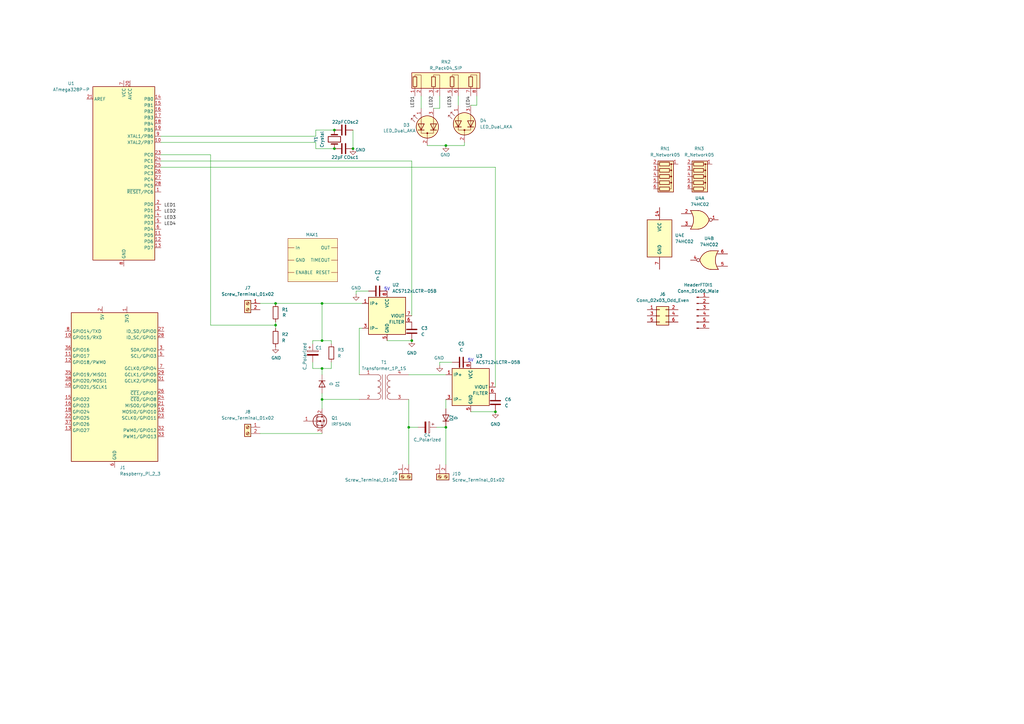
<source format=kicad_sch>
(kicad_sch
	(version 20250114)
	(generator "eeschema")
	(generator_version "9.0")
	(uuid "0b29418f-550d-492f-8df9-2382aed97979")
	(paper "A3")
	(lib_symbols
		(symbol "74xx:74HC02"
			(pin_names
				(offset 1.016)
			)
			(exclude_from_sim no)
			(in_bom yes)
			(on_board yes)
			(property "Reference" "U"
				(at 0 1.27 0)
				(effects
					(font
						(size 1.27 1.27)
					)
				)
			)
			(property "Value" "74HC02"
				(at 0 -1.27 0)
				(effects
					(font
						(size 1.27 1.27)
					)
				)
			)
			(property "Footprint" ""
				(at 0 0 0)
				(effects
					(font
						(size 1.27 1.27)
					)
					(hide yes)
				)
			)
			(property "Datasheet" "http://www.ti.com/lit/gpn/sn74hc02"
				(at 0 0 0)
				(effects
					(font
						(size 1.27 1.27)
					)
					(hide yes)
				)
			)
			(property "Description" "quad 2-input NOR gate"
				(at 0 0 0)
				(effects
					(font
						(size 1.27 1.27)
					)
					(hide yes)
				)
			)
			(property "ki_locked" ""
				(at 0 0 0)
				(effects
					(font
						(size 1.27 1.27)
					)
				)
			)
			(property "ki_keywords" "HCMOS Nor2"
				(at 0 0 0)
				(effects
					(font
						(size 1.27 1.27)
					)
					(hide yes)
				)
			)
			(property "ki_fp_filters" "SO14* DIP*W7.62mm*"
				(at 0 0 0)
				(effects
					(font
						(size 1.27 1.27)
					)
					(hide yes)
				)
			)
			(symbol "74HC02_1_1"
				(arc
					(start -3.81 3.81)
					(mid -2.589 0)
					(end -3.81 -3.81)
					(stroke
						(width 0.254)
						(type default)
					)
					(fill
						(type none)
					)
				)
				(polyline
					(pts
						(xy -3.81 3.81) (xy -0.635 3.81)
					)
					(stroke
						(width 0.254)
						(type default)
					)
					(fill
						(type background)
					)
				)
				(polyline
					(pts
						(xy -3.81 -3.81) (xy -0.635 -3.81)
					)
					(stroke
						(width 0.254)
						(type default)
					)
					(fill
						(type background)
					)
				)
				(arc
					(start 3.81 0)
					(mid 2.1855 -2.584)
					(end -0.6096 -3.81)
					(stroke
						(width 0.254)
						(type default)
					)
					(fill
						(type background)
					)
				)
				(arc
					(start -0.6096 3.81)
					(mid 2.1928 2.5924)
					(end 3.81 0)
					(stroke
						(width 0.254)
						(type default)
					)
					(fill
						(type background)
					)
				)
				(polyline
					(pts
						(xy -0.635 3.81) (xy -3.81 3.81) (xy -3.81 3.81) (xy -3.556 3.4036) (xy -3.0226 2.2606) (xy -2.6924 1.0414)
						(xy -2.6162 -0.254) (xy -2.7686 -1.4986) (xy -3.175 -2.7178) (xy -3.81 -3.81) (xy -3.81 -3.81)
						(xy -0.635 -3.81)
					)
					(stroke
						(width -25.4)
						(type default)
					)
					(fill
						(type background)
					)
				)
				(pin input line
					(at -7.62 2.54 0)
					(length 4.318)
					(name "~"
						(effects
							(font
								(size 1.27 1.27)
							)
						)
					)
					(number "2"
						(effects
							(font
								(size 1.27 1.27)
							)
						)
					)
				)
				(pin input line
					(at -7.62 -2.54 0)
					(length 4.318)
					(name "~"
						(effects
							(font
								(size 1.27 1.27)
							)
						)
					)
					(number "3"
						(effects
							(font
								(size 1.27 1.27)
							)
						)
					)
				)
				(pin output inverted
					(at 7.62 0 180)
					(length 3.81)
					(name "~"
						(effects
							(font
								(size 1.27 1.27)
							)
						)
					)
					(number "1"
						(effects
							(font
								(size 1.27 1.27)
							)
						)
					)
				)
			)
			(symbol "74HC02_1_2"
				(arc
					(start 0 3.81)
					(mid 3.7934 0)
					(end 0 -3.81)
					(stroke
						(width 0.254)
						(type default)
					)
					(fill
						(type background)
					)
				)
				(polyline
					(pts
						(xy 0 3.81) (xy -3.81 3.81) (xy -3.81 -3.81) (xy 0 -3.81)
					)
					(stroke
						(width 0.254)
						(type default)
					)
					(fill
						(type background)
					)
				)
				(pin input inverted
					(at -7.62 2.54 0)
					(length 3.81)
					(name "~"
						(effects
							(font
								(size 1.27 1.27)
							)
						)
					)
					(number "2"
						(effects
							(font
								(size 1.27 1.27)
							)
						)
					)
				)
				(pin input inverted
					(at -7.62 -2.54 0)
					(length 3.81)
					(name "~"
						(effects
							(font
								(size 1.27 1.27)
							)
						)
					)
					(number "3"
						(effects
							(font
								(size 1.27 1.27)
							)
						)
					)
				)
				(pin output line
					(at 7.62 0 180)
					(length 3.81)
					(name "~"
						(effects
							(font
								(size 1.27 1.27)
							)
						)
					)
					(number "1"
						(effects
							(font
								(size 1.27 1.27)
							)
						)
					)
				)
			)
			(symbol "74HC02_2_1"
				(arc
					(start -3.81 3.81)
					(mid -2.589 0)
					(end -3.81 -3.81)
					(stroke
						(width 0.254)
						(type default)
					)
					(fill
						(type none)
					)
				)
				(polyline
					(pts
						(xy -3.81 3.81) (xy -0.635 3.81)
					)
					(stroke
						(width 0.254)
						(type default)
					)
					(fill
						(type background)
					)
				)
				(polyline
					(pts
						(xy -3.81 -3.81) (xy -0.635 -3.81)
					)
					(stroke
						(width 0.254)
						(type default)
					)
					(fill
						(type background)
					)
				)
				(arc
					(start 3.81 0)
					(mid 2.1855 -2.584)
					(end -0.6096 -3.81)
					(stroke
						(width 0.254)
						(type default)
					)
					(fill
						(type background)
					)
				)
				(arc
					(start -0.6096 3.81)
					(mid 2.1928 2.5924)
					(end 3.81 0)
					(stroke
						(width 0.254)
						(type default)
					)
					(fill
						(type background)
					)
				)
				(polyline
					(pts
						(xy -0.635 3.81) (xy -3.81 3.81) (xy -3.81 3.81) (xy -3.556 3.4036) (xy -3.0226 2.2606) (xy -2.6924 1.0414)
						(xy -2.6162 -0.254) (xy -2.7686 -1.4986) (xy -3.175 -2.7178) (xy -3.81 -3.81) (xy -3.81 -3.81)
						(xy -0.635 -3.81)
					)
					(stroke
						(width -25.4)
						(type default)
					)
					(fill
						(type background)
					)
				)
				(pin input line
					(at -7.62 2.54 0)
					(length 4.318)
					(name "~"
						(effects
							(font
								(size 1.27 1.27)
							)
						)
					)
					(number "5"
						(effects
							(font
								(size 1.27 1.27)
							)
						)
					)
				)
				(pin input line
					(at -7.62 -2.54 0)
					(length 4.318)
					(name "~"
						(effects
							(font
								(size 1.27 1.27)
							)
						)
					)
					(number "6"
						(effects
							(font
								(size 1.27 1.27)
							)
						)
					)
				)
				(pin output inverted
					(at 7.62 0 180)
					(length 3.81)
					(name "~"
						(effects
							(font
								(size 1.27 1.27)
							)
						)
					)
					(number "4"
						(effects
							(font
								(size 1.27 1.27)
							)
						)
					)
				)
			)
			(symbol "74HC02_2_2"
				(arc
					(start 0 3.81)
					(mid 3.7934 0)
					(end 0 -3.81)
					(stroke
						(width 0.254)
						(type default)
					)
					(fill
						(type background)
					)
				)
				(polyline
					(pts
						(xy 0 3.81) (xy -3.81 3.81) (xy -3.81 -3.81) (xy 0 -3.81)
					)
					(stroke
						(width 0.254)
						(type default)
					)
					(fill
						(type background)
					)
				)
				(pin input inverted
					(at -7.62 2.54 0)
					(length 3.81)
					(name "~"
						(effects
							(font
								(size 1.27 1.27)
							)
						)
					)
					(number "5"
						(effects
							(font
								(size 1.27 1.27)
							)
						)
					)
				)
				(pin input inverted
					(at -7.62 -2.54 0)
					(length 3.81)
					(name "~"
						(effects
							(font
								(size 1.27 1.27)
							)
						)
					)
					(number "6"
						(effects
							(font
								(size 1.27 1.27)
							)
						)
					)
				)
				(pin output line
					(at 7.62 0 180)
					(length 3.81)
					(name "~"
						(effects
							(font
								(size 1.27 1.27)
							)
						)
					)
					(number "4"
						(effects
							(font
								(size 1.27 1.27)
							)
						)
					)
				)
			)
			(symbol "74HC02_3_1"
				(arc
					(start -3.81 3.81)
					(mid -2.589 0)
					(end -3.81 -3.81)
					(stroke
						(width 0.254)
						(type default)
					)
					(fill
						(type none)
					)
				)
				(polyline
					(pts
						(xy -3.81 3.81) (xy -0.635 3.81)
					)
					(stroke
						(width 0.254)
						(type default)
					)
					(fill
						(type background)
					)
				)
				(polyline
					(pts
						(xy -3.81 -3.81) (xy -0.635 -3.81)
					)
					(stroke
						(width 0.254)
						(type default)
					)
					(fill
						(type background)
					)
				)
				(arc
					(start 3.81 0)
					(mid 2.1855 -2.584)
					(end -0.6096 -3.81)
					(stroke
						(width 0.254)
						(type default)
					)
					(fill
						(type background)
					)
				)
				(arc
					(start -0.6096 3.81)
					(mid 2.1928 2.5924)
					(end 3.81 0)
					(stroke
						(width 0.254)
						(type default)
					)
					(fill
						(type background)
					)
				)
				(polyline
					(pts
						(xy -0.635 3.81) (xy -3.81 3.81) (xy -3.81 3.81) (xy -3.556 3.4036) (xy -3.0226 2.2606) (xy -2.6924 1.0414)
						(xy -2.6162 -0.254) (xy -2.7686 -1.4986) (xy -3.175 -2.7178) (xy -3.81 -3.81) (xy -3.81 -3.81)
						(xy -0.635 -3.81)
					)
					(stroke
						(width -25.4)
						(type default)
					)
					(fill
						(type background)
					)
				)
				(pin input line
					(at -7.62 2.54 0)
					(length 4.318)
					(name "~"
						(effects
							(font
								(size 1.27 1.27)
							)
						)
					)
					(number "8"
						(effects
							(font
								(size 1.27 1.27)
							)
						)
					)
				)
				(pin input line
					(at -7.62 -2.54 0)
					(length 4.318)
					(name "~"
						(effects
							(font
								(size 1.27 1.27)
							)
						)
					)
					(number "9"
						(effects
							(font
								(size 1.27 1.27)
							)
						)
					)
				)
				(pin output inverted
					(at 7.62 0 180)
					(length 3.81)
					(name "~"
						(effects
							(font
								(size 1.27 1.27)
							)
						)
					)
					(number "10"
						(effects
							(font
								(size 1.27 1.27)
							)
						)
					)
				)
			)
			(symbol "74HC02_3_2"
				(arc
					(start 0 3.81)
					(mid 3.7934 0)
					(end 0 -3.81)
					(stroke
						(width 0.254)
						(type default)
					)
					(fill
						(type background)
					)
				)
				(polyline
					(pts
						(xy 0 3.81) (xy -3.81 3.81) (xy -3.81 -3.81) (xy 0 -3.81)
					)
					(stroke
						(width 0.254)
						(type default)
					)
					(fill
						(type background)
					)
				)
				(pin input inverted
					(at -7.62 2.54 0)
					(length 3.81)
					(name "~"
						(effects
							(font
								(size 1.27 1.27)
							)
						)
					)
					(number "8"
						(effects
							(font
								(size 1.27 1.27)
							)
						)
					)
				)
				(pin input inverted
					(at -7.62 -2.54 0)
					(length 3.81)
					(name "~"
						(effects
							(font
								(size 1.27 1.27)
							)
						)
					)
					(number "9"
						(effects
							(font
								(size 1.27 1.27)
							)
						)
					)
				)
				(pin output line
					(at 7.62 0 180)
					(length 3.81)
					(name "~"
						(effects
							(font
								(size 1.27 1.27)
							)
						)
					)
					(number "10"
						(effects
							(font
								(size 1.27 1.27)
							)
						)
					)
				)
			)
			(symbol "74HC02_4_1"
				(arc
					(start -3.81 3.81)
					(mid -2.589 0)
					(end -3.81 -3.81)
					(stroke
						(width 0.254)
						(type default)
					)
					(fill
						(type none)
					)
				)
				(polyline
					(pts
						(xy -3.81 3.81) (xy -0.635 3.81)
					)
					(stroke
						(width 0.254)
						(type default)
					)
					(fill
						(type background)
					)
				)
				(polyline
					(pts
						(xy -3.81 -3.81) (xy -0.635 -3.81)
					)
					(stroke
						(width 0.254)
						(type default)
					)
					(fill
						(type background)
					)
				)
				(arc
					(start 3.81 0)
					(mid 2.1855 -2.584)
					(end -0.6096 -3.81)
					(stroke
						(width 0.254)
						(type default)
					)
					(fill
						(type background)
					)
				)
				(arc
					(start -0.6096 3.81)
					(mid 2.1928 2.5924)
					(end 3.81 0)
					(stroke
						(width 0.254)
						(type default)
					)
					(fill
						(type background)
					)
				)
				(polyline
					(pts
						(xy -0.635 3.81) (xy -3.81 3.81) (xy -3.81 3.81) (xy -3.556 3.4036) (xy -3.0226 2.2606) (xy -2.6924 1.0414)
						(xy -2.6162 -0.254) (xy -2.7686 -1.4986) (xy -3.175 -2.7178) (xy -3.81 -3.81) (xy -3.81 -3.81)
						(xy -0.635 -3.81)
					)
					(stroke
						(width -25.4)
						(type default)
					)
					(fill
						(type background)
					)
				)
				(pin input line
					(at -7.62 2.54 0)
					(length 4.318)
					(name "~"
						(effects
							(font
								(size 1.27 1.27)
							)
						)
					)
					(number "11"
						(effects
							(font
								(size 1.27 1.27)
							)
						)
					)
				)
				(pin input line
					(at -7.62 -2.54 0)
					(length 4.318)
					(name "~"
						(effects
							(font
								(size 1.27 1.27)
							)
						)
					)
					(number "12"
						(effects
							(font
								(size 1.27 1.27)
							)
						)
					)
				)
				(pin output inverted
					(at 7.62 0 180)
					(length 3.81)
					(name "~"
						(effects
							(font
								(size 1.27 1.27)
							)
						)
					)
					(number "13"
						(effects
							(font
								(size 1.27 1.27)
							)
						)
					)
				)
			)
			(symbol "74HC02_4_2"
				(arc
					(start 0 3.81)
					(mid 3.7934 0)
					(end 0 -3.81)
					(stroke
						(width 0.254)
						(type default)
					)
					(fill
						(type background)
					)
				)
				(polyline
					(pts
						(xy 0 3.81) (xy -3.81 3.81) (xy -3.81 -3.81) (xy 0 -3.81)
					)
					(stroke
						(width 0.254)
						(type default)
					)
					(fill
						(type background)
					)
				)
				(pin input inverted
					(at -7.62 2.54 0)
					(length 3.81)
					(name "~"
						(effects
							(font
								(size 1.27 1.27)
							)
						)
					)
					(number "11"
						(effects
							(font
								(size 1.27 1.27)
							)
						)
					)
				)
				(pin input inverted
					(at -7.62 -2.54 0)
					(length 3.81)
					(name "~"
						(effects
							(font
								(size 1.27 1.27)
							)
						)
					)
					(number "12"
						(effects
							(font
								(size 1.27 1.27)
							)
						)
					)
				)
				(pin output line
					(at 7.62 0 180)
					(length 3.81)
					(name "~"
						(effects
							(font
								(size 1.27 1.27)
							)
						)
					)
					(number "13"
						(effects
							(font
								(size 1.27 1.27)
							)
						)
					)
				)
			)
			(symbol "74HC02_5_0"
				(pin power_in line
					(at 0 12.7 270)
					(length 5.08)
					(name "VCC"
						(effects
							(font
								(size 1.27 1.27)
							)
						)
					)
					(number "14"
						(effects
							(font
								(size 1.27 1.27)
							)
						)
					)
				)
				(pin power_in line
					(at 0 -12.7 90)
					(length 5.08)
					(name "GND"
						(effects
							(font
								(size 1.27 1.27)
							)
						)
					)
					(number "7"
						(effects
							(font
								(size 1.27 1.27)
							)
						)
					)
				)
			)
			(symbol "74HC02_5_1"
				(rectangle
					(start -5.08 7.62)
					(end 5.08 -7.62)
					(stroke
						(width 0.254)
						(type default)
					)
					(fill
						(type background)
					)
				)
			)
			(embedded_fonts no)
		)
		(symbol "Connector:Raspberry_Pi_2_3"
			(exclude_from_sim no)
			(in_bom yes)
			(on_board yes)
			(property "Reference" "J"
				(at -17.78 31.75 0)
				(effects
					(font
						(size 1.27 1.27)
					)
					(justify left bottom)
				)
			)
			(property "Value" "Raspberry_Pi_2_3"
				(at 10.16 -31.75 0)
				(effects
					(font
						(size 1.27 1.27)
					)
					(justify left top)
				)
			)
			(property "Footprint" ""
				(at 0 0 0)
				(effects
					(font
						(size 1.27 1.27)
					)
					(hide yes)
				)
			)
			(property "Datasheet" "https://www.raspberrypi.org/documentation/hardware/raspberrypi/schematics/rpi_SCH_3bplus_1p0_reduced.pdf"
				(at 60.96 -44.45 0)
				(effects
					(font
						(size 1.27 1.27)
					)
					(hide yes)
				)
			)
			(property "Description" "expansion header for Raspberry Pi 2 & 3"
				(at 0 0 0)
				(effects
					(font
						(size 1.27 1.27)
					)
					(hide yes)
				)
			)
			(property "ki_keywords" "raspberrypi gpio"
				(at 0 0 0)
				(effects
					(font
						(size 1.27 1.27)
					)
					(hide yes)
				)
			)
			(property "ki_fp_filters" "PinHeader*2x20*P2.54mm*Vertical* PinSocket*2x20*P2.54mm*Vertical*"
				(at 0 0 0)
				(effects
					(font
						(size 1.27 1.27)
					)
					(hide yes)
				)
			)
			(symbol "Raspberry_Pi_2_3_0_1"
				(rectangle
					(start -17.78 30.48)
					(end 17.78 -30.48)
					(stroke
						(width 0.254)
						(type default)
					)
					(fill
						(type background)
					)
				)
			)
			(symbol "Raspberry_Pi_2_3_1_1"
				(pin bidirectional line
					(at -20.32 22.86 0)
					(length 2.54)
					(name "GPIO14/TXD"
						(effects
							(font
								(size 1.27 1.27)
							)
						)
					)
					(number "8"
						(effects
							(font
								(size 1.27 1.27)
							)
						)
					)
				)
				(pin bidirectional line
					(at -20.32 20.32 0)
					(length 2.54)
					(name "GPIO15/RXD"
						(effects
							(font
								(size 1.27 1.27)
							)
						)
					)
					(number "10"
						(effects
							(font
								(size 1.27 1.27)
							)
						)
					)
				)
				(pin bidirectional line
					(at -20.32 15.24 0)
					(length 2.54)
					(name "GPIO16"
						(effects
							(font
								(size 1.27 1.27)
							)
						)
					)
					(number "36"
						(effects
							(font
								(size 1.27 1.27)
							)
						)
					)
				)
				(pin bidirectional line
					(at -20.32 12.7 0)
					(length 2.54)
					(name "GPIO17"
						(effects
							(font
								(size 1.27 1.27)
							)
						)
					)
					(number "11"
						(effects
							(font
								(size 1.27 1.27)
							)
						)
					)
				)
				(pin bidirectional line
					(at -20.32 10.16 0)
					(length 2.54)
					(name "GPIO18/PWM0"
						(effects
							(font
								(size 1.27 1.27)
							)
						)
					)
					(number "12"
						(effects
							(font
								(size 1.27 1.27)
							)
						)
					)
				)
				(pin bidirectional line
					(at -20.32 5.08 0)
					(length 2.54)
					(name "GPIO19/MISO1"
						(effects
							(font
								(size 1.27 1.27)
							)
						)
					)
					(number "35"
						(effects
							(font
								(size 1.27 1.27)
							)
						)
					)
				)
				(pin bidirectional line
					(at -20.32 2.54 0)
					(length 2.54)
					(name "GPIO20/MOSI1"
						(effects
							(font
								(size 1.27 1.27)
							)
						)
					)
					(number "38"
						(effects
							(font
								(size 1.27 1.27)
							)
						)
					)
				)
				(pin bidirectional line
					(at -20.32 0 0)
					(length 2.54)
					(name "GPIO21/SCLK1"
						(effects
							(font
								(size 1.27 1.27)
							)
						)
					)
					(number "40"
						(effects
							(font
								(size 1.27 1.27)
							)
						)
					)
				)
				(pin bidirectional line
					(at -20.32 -5.08 0)
					(length 2.54)
					(name "GPIO22"
						(effects
							(font
								(size 1.27 1.27)
							)
						)
					)
					(number "15"
						(effects
							(font
								(size 1.27 1.27)
							)
						)
					)
				)
				(pin bidirectional line
					(at -20.32 -7.62 0)
					(length 2.54)
					(name "GPIO23"
						(effects
							(font
								(size 1.27 1.27)
							)
						)
					)
					(number "16"
						(effects
							(font
								(size 1.27 1.27)
							)
						)
					)
				)
				(pin bidirectional line
					(at -20.32 -10.16 0)
					(length 2.54)
					(name "GPIO24"
						(effects
							(font
								(size 1.27 1.27)
							)
						)
					)
					(number "18"
						(effects
							(font
								(size 1.27 1.27)
							)
						)
					)
				)
				(pin bidirectional line
					(at -20.32 -12.7 0)
					(length 2.54)
					(name "GPIO25"
						(effects
							(font
								(size 1.27 1.27)
							)
						)
					)
					(number "22"
						(effects
							(font
								(size 1.27 1.27)
							)
						)
					)
				)
				(pin bidirectional line
					(at -20.32 -15.24 0)
					(length 2.54)
					(name "GPIO26"
						(effects
							(font
								(size 1.27 1.27)
							)
						)
					)
					(number "37"
						(effects
							(font
								(size 1.27 1.27)
							)
						)
					)
				)
				(pin bidirectional line
					(at -20.32 -17.78 0)
					(length 2.54)
					(name "GPIO27"
						(effects
							(font
								(size 1.27 1.27)
							)
						)
					)
					(number "13"
						(effects
							(font
								(size 1.27 1.27)
							)
						)
					)
				)
				(pin power_in line
					(at -5.08 33.02 270)
					(length 2.54)
					(name "5V"
						(effects
							(font
								(size 1.27 1.27)
							)
						)
					)
					(number "2"
						(effects
							(font
								(size 1.27 1.27)
							)
						)
					)
				)
				(pin passive line
					(at -5.08 33.02 270)
					(length 2.54)
					(hide yes)
					(name "5V"
						(effects
							(font
								(size 1.27 1.27)
							)
						)
					)
					(number "4"
						(effects
							(font
								(size 1.27 1.27)
							)
						)
					)
				)
				(pin passive line
					(at 0 -33.02 90)
					(length 2.54)
					(hide yes)
					(name "GND"
						(effects
							(font
								(size 1.27 1.27)
							)
						)
					)
					(number "14"
						(effects
							(font
								(size 1.27 1.27)
							)
						)
					)
				)
				(pin passive line
					(at 0 -33.02 90)
					(length 2.54)
					(hide yes)
					(name "GND"
						(effects
							(font
								(size 1.27 1.27)
							)
						)
					)
					(number "20"
						(effects
							(font
								(size 1.27 1.27)
							)
						)
					)
				)
				(pin passive line
					(at 0 -33.02 90)
					(length 2.54)
					(hide yes)
					(name "GND"
						(effects
							(font
								(size 1.27 1.27)
							)
						)
					)
					(number "25"
						(effects
							(font
								(size 1.27 1.27)
							)
						)
					)
				)
				(pin passive line
					(at 0 -33.02 90)
					(length 2.54)
					(hide yes)
					(name "GND"
						(effects
							(font
								(size 1.27 1.27)
							)
						)
					)
					(number "30"
						(effects
							(font
								(size 1.27 1.27)
							)
						)
					)
				)
				(pin passive line
					(at 0 -33.02 90)
					(length 2.54)
					(hide yes)
					(name "GND"
						(effects
							(font
								(size 1.27 1.27)
							)
						)
					)
					(number "34"
						(effects
							(font
								(size 1.27 1.27)
							)
						)
					)
				)
				(pin passive line
					(at 0 -33.02 90)
					(length 2.54)
					(hide yes)
					(name "GND"
						(effects
							(font
								(size 1.27 1.27)
							)
						)
					)
					(number "39"
						(effects
							(font
								(size 1.27 1.27)
							)
						)
					)
				)
				(pin power_in line
					(at 0 -33.02 90)
					(length 2.54)
					(name "GND"
						(effects
							(font
								(size 1.27 1.27)
							)
						)
					)
					(number "6"
						(effects
							(font
								(size 1.27 1.27)
							)
						)
					)
				)
				(pin passive line
					(at 0 -33.02 90)
					(length 2.54)
					(hide yes)
					(name "GND"
						(effects
							(font
								(size 1.27 1.27)
							)
						)
					)
					(number "9"
						(effects
							(font
								(size 1.27 1.27)
							)
						)
					)
				)
				(pin power_in line
					(at 5.08 33.02 270)
					(length 2.54)
					(name "3V3"
						(effects
							(font
								(size 1.27 1.27)
							)
						)
					)
					(number "1"
						(effects
							(font
								(size 1.27 1.27)
							)
						)
					)
				)
				(pin passive line
					(at 5.08 33.02 270)
					(length 2.54)
					(hide yes)
					(name "3V3"
						(effects
							(font
								(size 1.27 1.27)
							)
						)
					)
					(number "17"
						(effects
							(font
								(size 1.27 1.27)
							)
						)
					)
				)
				(pin bidirectional line
					(at 20.32 22.86 180)
					(length 2.54)
					(name "ID_SD/GPIO0"
						(effects
							(font
								(size 1.27 1.27)
							)
						)
					)
					(number "27"
						(effects
							(font
								(size 1.27 1.27)
							)
						)
					)
				)
				(pin bidirectional line
					(at 20.32 20.32 180)
					(length 2.54)
					(name "ID_SC/GPIO1"
						(effects
							(font
								(size 1.27 1.27)
							)
						)
					)
					(number "28"
						(effects
							(font
								(size 1.27 1.27)
							)
						)
					)
				)
				(pin bidirectional line
					(at 20.32 15.24 180)
					(length 2.54)
					(name "SDA/GPIO2"
						(effects
							(font
								(size 1.27 1.27)
							)
						)
					)
					(number "3"
						(effects
							(font
								(size 1.27 1.27)
							)
						)
					)
				)
				(pin bidirectional line
					(at 20.32 12.7 180)
					(length 2.54)
					(name "SCL/GPIO3"
						(effects
							(font
								(size 1.27 1.27)
							)
						)
					)
					(number "5"
						(effects
							(font
								(size 1.27 1.27)
							)
						)
					)
				)
				(pin bidirectional line
					(at 20.32 7.62 180)
					(length 2.54)
					(name "GCLK0/GPIO4"
						(effects
							(font
								(size 1.27 1.27)
							)
						)
					)
					(number "7"
						(effects
							(font
								(size 1.27 1.27)
							)
						)
					)
				)
				(pin bidirectional line
					(at 20.32 5.08 180)
					(length 2.54)
					(name "GCLK1/GPIO5"
						(effects
							(font
								(size 1.27 1.27)
							)
						)
					)
					(number "29"
						(effects
							(font
								(size 1.27 1.27)
							)
						)
					)
				)
				(pin bidirectional line
					(at 20.32 2.54 180)
					(length 2.54)
					(name "GCLK2/GPIO6"
						(effects
							(font
								(size 1.27 1.27)
							)
						)
					)
					(number "31"
						(effects
							(font
								(size 1.27 1.27)
							)
						)
					)
				)
				(pin bidirectional line
					(at 20.32 -2.54 180)
					(length 2.54)
					(name "~{CE1}/GPIO7"
						(effects
							(font
								(size 1.27 1.27)
							)
						)
					)
					(number "26"
						(effects
							(font
								(size 1.27 1.27)
							)
						)
					)
				)
				(pin bidirectional line
					(at 20.32 -5.08 180)
					(length 2.54)
					(name "~{CE0}/GPIO8"
						(effects
							(font
								(size 1.27 1.27)
							)
						)
					)
					(number "24"
						(effects
							(font
								(size 1.27 1.27)
							)
						)
					)
				)
				(pin bidirectional line
					(at 20.32 -7.62 180)
					(length 2.54)
					(name "MISO0/GPIO9"
						(effects
							(font
								(size 1.27 1.27)
							)
						)
					)
					(number "21"
						(effects
							(font
								(size 1.27 1.27)
							)
						)
					)
				)
				(pin bidirectional line
					(at 20.32 -10.16 180)
					(length 2.54)
					(name "MOSI0/GPIO10"
						(effects
							(font
								(size 1.27 1.27)
							)
						)
					)
					(number "19"
						(effects
							(font
								(size 1.27 1.27)
							)
						)
					)
				)
				(pin bidirectional line
					(at 20.32 -12.7 180)
					(length 2.54)
					(name "SCLK0/GPIO11"
						(effects
							(font
								(size 1.27 1.27)
							)
						)
					)
					(number "23"
						(effects
							(font
								(size 1.27 1.27)
							)
						)
					)
				)
				(pin bidirectional line
					(at 20.32 -17.78 180)
					(length 2.54)
					(name "PWM0/GPIO12"
						(effects
							(font
								(size 1.27 1.27)
							)
						)
					)
					(number "32"
						(effects
							(font
								(size 1.27 1.27)
							)
						)
					)
				)
				(pin bidirectional line
					(at 20.32 -20.32 180)
					(length 2.54)
					(name "PWM1/GPIO13"
						(effects
							(font
								(size 1.27 1.27)
							)
						)
					)
					(number "33"
						(effects
							(font
								(size 1.27 1.27)
							)
						)
					)
				)
			)
			(embedded_fonts no)
		)
		(symbol "Connector:Screw_Terminal_01x02"
			(pin_names
				(offset 1.016)
				(hide yes)
			)
			(exclude_from_sim no)
			(in_bom yes)
			(on_board yes)
			(property "Reference" "J"
				(at 0 2.54 0)
				(effects
					(font
						(size 1.27 1.27)
					)
				)
			)
			(property "Value" "Screw_Terminal_01x02"
				(at 0 -5.08 0)
				(effects
					(font
						(size 1.27 1.27)
					)
				)
			)
			(property "Footprint" ""
				(at 0 0 0)
				(effects
					(font
						(size 1.27 1.27)
					)
					(hide yes)
				)
			)
			(property "Datasheet" "~"
				(at 0 0 0)
				(effects
					(font
						(size 1.27 1.27)
					)
					(hide yes)
				)
			)
			(property "Description" "Generic screw terminal, single row, 01x02, script generated (kicad-library-utils/schlib/autogen/connector/)"
				(at 0 0 0)
				(effects
					(font
						(size 1.27 1.27)
					)
					(hide yes)
				)
			)
			(property "ki_keywords" "screw terminal"
				(at 0 0 0)
				(effects
					(font
						(size 1.27 1.27)
					)
					(hide yes)
				)
			)
			(property "ki_fp_filters" "TerminalBlock*:*"
				(at 0 0 0)
				(effects
					(font
						(size 1.27 1.27)
					)
					(hide yes)
				)
			)
			(symbol "Screw_Terminal_01x02_1_1"
				(rectangle
					(start -1.27 1.27)
					(end 1.27 -3.81)
					(stroke
						(width 0.254)
						(type default)
					)
					(fill
						(type background)
					)
				)
				(polyline
					(pts
						(xy -0.5334 0.3302) (xy 0.3302 -0.508)
					)
					(stroke
						(width 0.1524)
						(type default)
					)
					(fill
						(type none)
					)
				)
				(polyline
					(pts
						(xy -0.5334 -2.2098) (xy 0.3302 -3.048)
					)
					(stroke
						(width 0.1524)
						(type default)
					)
					(fill
						(type none)
					)
				)
				(polyline
					(pts
						(xy -0.3556 0.508) (xy 0.508 -0.3302)
					)
					(stroke
						(width 0.1524)
						(type default)
					)
					(fill
						(type none)
					)
				)
				(polyline
					(pts
						(xy -0.3556 -2.032) (xy 0.508 -2.8702)
					)
					(stroke
						(width 0.1524)
						(type default)
					)
					(fill
						(type none)
					)
				)
				(circle
					(center 0 0)
					(radius 0.635)
					(stroke
						(width 0.1524)
						(type default)
					)
					(fill
						(type none)
					)
				)
				(circle
					(center 0 -2.54)
					(radius 0.635)
					(stroke
						(width 0.1524)
						(type default)
					)
					(fill
						(type none)
					)
				)
				(pin passive line
					(at -5.08 0 0)
					(length 3.81)
					(name "Pin_1"
						(effects
							(font
								(size 1.27 1.27)
							)
						)
					)
					(number "1"
						(effects
							(font
								(size 1.27 1.27)
							)
						)
					)
				)
				(pin passive line
					(at -5.08 -2.54 0)
					(length 3.81)
					(name "Pin_2"
						(effects
							(font
								(size 1.27 1.27)
							)
						)
					)
					(number "2"
						(effects
							(font
								(size 1.27 1.27)
							)
						)
					)
				)
			)
			(embedded_fonts no)
		)
		(symbol "Connector_Generic:Conn_02x03_Odd_Even"
			(pin_names
				(offset 1.016)
				(hide yes)
			)
			(exclude_from_sim no)
			(in_bom yes)
			(on_board yes)
			(property "Reference" "J"
				(at 1.27 5.08 0)
				(effects
					(font
						(size 1.27 1.27)
					)
				)
			)
			(property "Value" "Conn_02x03_Odd_Even"
				(at 1.27 -5.08 0)
				(effects
					(font
						(size 1.27 1.27)
					)
				)
			)
			(property "Footprint" ""
				(at 0 0 0)
				(effects
					(font
						(size 1.27 1.27)
					)
					(hide yes)
				)
			)
			(property "Datasheet" "~"
				(at 0 0 0)
				(effects
					(font
						(size 1.27 1.27)
					)
					(hide yes)
				)
			)
			(property "Description" "Generic connector, double row, 02x03, odd/even pin numbering scheme (row 1 odd numbers, row 2 even numbers), script generated (kicad-library-utils/schlib/autogen/connector/)"
				(at 0 0 0)
				(effects
					(font
						(size 1.27 1.27)
					)
					(hide yes)
				)
			)
			(property "ki_keywords" "connector"
				(at 0 0 0)
				(effects
					(font
						(size 1.27 1.27)
					)
					(hide yes)
				)
			)
			(property "ki_fp_filters" "Connector*:*_2x??_*"
				(at 0 0 0)
				(effects
					(font
						(size 1.27 1.27)
					)
					(hide yes)
				)
			)
			(symbol "Conn_02x03_Odd_Even_1_1"
				(rectangle
					(start -1.27 3.81)
					(end 3.81 -3.81)
					(stroke
						(width 0.254)
						(type default)
					)
					(fill
						(type background)
					)
				)
				(rectangle
					(start -1.27 2.667)
					(end 0 2.413)
					(stroke
						(width 0.1524)
						(type default)
					)
					(fill
						(type none)
					)
				)
				(rectangle
					(start -1.27 0.127)
					(end 0 -0.127)
					(stroke
						(width 0.1524)
						(type default)
					)
					(fill
						(type none)
					)
				)
				(rectangle
					(start -1.27 -2.413)
					(end 0 -2.667)
					(stroke
						(width 0.1524)
						(type default)
					)
					(fill
						(type none)
					)
				)
				(rectangle
					(start 3.81 2.667)
					(end 2.54 2.413)
					(stroke
						(width 0.1524)
						(type default)
					)
					(fill
						(type none)
					)
				)
				(rectangle
					(start 3.81 0.127)
					(end 2.54 -0.127)
					(stroke
						(width 0.1524)
						(type default)
					)
					(fill
						(type none)
					)
				)
				(rectangle
					(start 3.81 -2.413)
					(end 2.54 -2.667)
					(stroke
						(width 0.1524)
						(type default)
					)
					(fill
						(type none)
					)
				)
				(pin passive line
					(at -5.08 2.54 0)
					(length 3.81)
					(name "Pin_1"
						(effects
							(font
								(size 1.27 1.27)
							)
						)
					)
					(number "1"
						(effects
							(font
								(size 1.27 1.27)
							)
						)
					)
				)
				(pin passive line
					(at -5.08 0 0)
					(length 3.81)
					(name "Pin_3"
						(effects
							(font
								(size 1.27 1.27)
							)
						)
					)
					(number "3"
						(effects
							(font
								(size 1.27 1.27)
							)
						)
					)
				)
				(pin passive line
					(at -5.08 -2.54 0)
					(length 3.81)
					(name "Pin_5"
						(effects
							(font
								(size 1.27 1.27)
							)
						)
					)
					(number "5"
						(effects
							(font
								(size 1.27 1.27)
							)
						)
					)
				)
				(pin passive line
					(at 7.62 2.54 180)
					(length 3.81)
					(name "Pin_2"
						(effects
							(font
								(size 1.27 1.27)
							)
						)
					)
					(number "2"
						(effects
							(font
								(size 1.27 1.27)
							)
						)
					)
				)
				(pin passive line
					(at 7.62 0 180)
					(length 3.81)
					(name "Pin_4"
						(effects
							(font
								(size 1.27 1.27)
							)
						)
					)
					(number "4"
						(effects
							(font
								(size 1.27 1.27)
							)
						)
					)
				)
				(pin passive line
					(at 7.62 -2.54 180)
					(length 3.81)
					(name "Pin_6"
						(effects
							(font
								(size 1.27 1.27)
							)
						)
					)
					(number "6"
						(effects
							(font
								(size 1.27 1.27)
							)
						)
					)
				)
			)
			(embedded_fonts no)
		)
		(symbol "Device:C"
			(pin_numbers
				(hide yes)
			)
			(pin_names
				(offset 0.254)
			)
			(exclude_from_sim no)
			(in_bom yes)
			(on_board yes)
			(property "Reference" "C"
				(at 0.635 2.54 0)
				(effects
					(font
						(size 1.27 1.27)
					)
					(justify left)
				)
			)
			(property "Value" "C"
				(at 0.635 -2.54 0)
				(effects
					(font
						(size 1.27 1.27)
					)
					(justify left)
				)
			)
			(property "Footprint" ""
				(at 0.9652 -3.81 0)
				(effects
					(font
						(size 1.27 1.27)
					)
					(hide yes)
				)
			)
			(property "Datasheet" "~"
				(at 0 0 0)
				(effects
					(font
						(size 1.27 1.27)
					)
					(hide yes)
				)
			)
			(property "Description" "Unpolarized capacitor"
				(at 0 0 0)
				(effects
					(font
						(size 1.27 1.27)
					)
					(hide yes)
				)
			)
			(property "ki_keywords" "cap capacitor"
				(at 0 0 0)
				(effects
					(font
						(size 1.27 1.27)
					)
					(hide yes)
				)
			)
			(property "ki_fp_filters" "C_*"
				(at 0 0 0)
				(effects
					(font
						(size 1.27 1.27)
					)
					(hide yes)
				)
			)
			(symbol "C_0_1"
				(polyline
					(pts
						(xy -2.032 0.762) (xy 2.032 0.762)
					)
					(stroke
						(width 0.508)
						(type default)
					)
					(fill
						(type none)
					)
				)
				(polyline
					(pts
						(xy -2.032 -0.762) (xy 2.032 -0.762)
					)
					(stroke
						(width 0.508)
						(type default)
					)
					(fill
						(type none)
					)
				)
			)
			(symbol "C_1_1"
				(pin passive line
					(at 0 3.81 270)
					(length 2.794)
					(name "~"
						(effects
							(font
								(size 1.27 1.27)
							)
						)
					)
					(number "1"
						(effects
							(font
								(size 1.27 1.27)
							)
						)
					)
				)
				(pin passive line
					(at 0 -3.81 90)
					(length 2.794)
					(name "~"
						(effects
							(font
								(size 1.27 1.27)
							)
						)
					)
					(number "2"
						(effects
							(font
								(size 1.27 1.27)
							)
						)
					)
				)
			)
			(embedded_fonts no)
		)
		(symbol "Device:C_Polarized"
			(pin_numbers
				(hide yes)
			)
			(pin_names
				(offset 0.254)
			)
			(exclude_from_sim no)
			(in_bom yes)
			(on_board yes)
			(property "Reference" "C"
				(at 0.635 2.54 0)
				(effects
					(font
						(size 1.27 1.27)
					)
					(justify left)
				)
			)
			(property "Value" "C_Polarized"
				(at 0.635 -2.54 0)
				(effects
					(font
						(size 1.27 1.27)
					)
					(justify left)
				)
			)
			(property "Footprint" ""
				(at 0.9652 -3.81 0)
				(effects
					(font
						(size 1.27 1.27)
					)
					(hide yes)
				)
			)
			(property "Datasheet" "~"
				(at 0 0 0)
				(effects
					(font
						(size 1.27 1.27)
					)
					(hide yes)
				)
			)
			(property "Description" "Polarized capacitor"
				(at 0 0 0)
				(effects
					(font
						(size 1.27 1.27)
					)
					(hide yes)
				)
			)
			(property "ki_keywords" "cap capacitor"
				(at 0 0 0)
				(effects
					(font
						(size 1.27 1.27)
					)
					(hide yes)
				)
			)
			(property "ki_fp_filters" "CP_*"
				(at 0 0 0)
				(effects
					(font
						(size 1.27 1.27)
					)
					(hide yes)
				)
			)
			(symbol "C_Polarized_0_1"
				(rectangle
					(start -2.286 0.508)
					(end 2.286 1.016)
					(stroke
						(width 0)
						(type default)
					)
					(fill
						(type none)
					)
				)
				(polyline
					(pts
						(xy -1.778 2.286) (xy -0.762 2.286)
					)
					(stroke
						(width 0)
						(type default)
					)
					(fill
						(type none)
					)
				)
				(polyline
					(pts
						(xy -1.27 2.794) (xy -1.27 1.778)
					)
					(stroke
						(width 0)
						(type default)
					)
					(fill
						(type none)
					)
				)
				(rectangle
					(start 2.286 -0.508)
					(end -2.286 -1.016)
					(stroke
						(width 0)
						(type default)
					)
					(fill
						(type outline)
					)
				)
			)
			(symbol "C_Polarized_1_1"
				(pin passive line
					(at 0 3.81 270)
					(length 2.794)
					(name "~"
						(effects
							(font
								(size 1.27 1.27)
							)
						)
					)
					(number "1"
						(effects
							(font
								(size 1.27 1.27)
							)
						)
					)
				)
				(pin passive line
					(at 0 -3.81 90)
					(length 2.794)
					(name "~"
						(effects
							(font
								(size 1.27 1.27)
							)
						)
					)
					(number "2"
						(effects
							(font
								(size 1.27 1.27)
							)
						)
					)
				)
			)
			(embedded_fonts no)
		)
		(symbol "Device:D"
			(pin_numbers
				(hide yes)
			)
			(pin_names
				(offset 1.016)
				(hide yes)
			)
			(exclude_from_sim no)
			(in_bom yes)
			(on_board yes)
			(property "Reference" "D"
				(at 0 2.54 0)
				(effects
					(font
						(size 1.27 1.27)
					)
				)
			)
			(property "Value" "D"
				(at 0 -2.54 0)
				(effects
					(font
						(size 1.27 1.27)
					)
				)
			)
			(property "Footprint" ""
				(at 0 0 0)
				(effects
					(font
						(size 1.27 1.27)
					)
					(hide yes)
				)
			)
			(property "Datasheet" "~"
				(at 0 0 0)
				(effects
					(font
						(size 1.27 1.27)
					)
					(hide yes)
				)
			)
			(property "Description" "Diode"
				(at 0 0 0)
				(effects
					(font
						(size 1.27 1.27)
					)
					(hide yes)
				)
			)
			(property "Sim.Device" "D"
				(at 0 0 0)
				(effects
					(font
						(size 1.27 1.27)
					)
					(hide yes)
				)
			)
			(property "Sim.Pins" "1=K 2=A"
				(at 0 0 0)
				(effects
					(font
						(size 1.27 1.27)
					)
					(hide yes)
				)
			)
			(property "ki_keywords" "diode"
				(at 0 0 0)
				(effects
					(font
						(size 1.27 1.27)
					)
					(hide yes)
				)
			)
			(property "ki_fp_filters" "TO-???* *_Diode_* *SingleDiode* D_*"
				(at 0 0 0)
				(effects
					(font
						(size 1.27 1.27)
					)
					(hide yes)
				)
			)
			(symbol "D_0_1"
				(polyline
					(pts
						(xy -1.27 1.27) (xy -1.27 -1.27)
					)
					(stroke
						(width 0.254)
						(type default)
					)
					(fill
						(type none)
					)
				)
				(polyline
					(pts
						(xy 1.27 1.27) (xy 1.27 -1.27) (xy -1.27 0) (xy 1.27 1.27)
					)
					(stroke
						(width 0.254)
						(type default)
					)
					(fill
						(type none)
					)
				)
				(polyline
					(pts
						(xy 1.27 0) (xy -1.27 0)
					)
					(stroke
						(width 0)
						(type default)
					)
					(fill
						(type none)
					)
				)
			)
			(symbol "D_1_1"
				(pin passive line
					(at -3.81 0 0)
					(length 2.54)
					(name "K"
						(effects
							(font
								(size 1.27 1.27)
							)
						)
					)
					(number "1"
						(effects
							(font
								(size 1.27 1.27)
							)
						)
					)
				)
				(pin passive line
					(at 3.81 0 180)
					(length 2.54)
					(name "A"
						(effects
							(font
								(size 1.27 1.27)
							)
						)
					)
					(number "2"
						(effects
							(font
								(size 1.27 1.27)
							)
						)
					)
				)
			)
			(embedded_fonts no)
		)
		(symbol "Device:LED_Dual_AKA"
			(pin_names
				(offset 0)
				(hide yes)
			)
			(exclude_from_sim no)
			(in_bom yes)
			(on_board yes)
			(property "Reference" "D"
				(at 0 5.715 0)
				(effects
					(font
						(size 1.27 1.27)
					)
				)
			)
			(property "Value" "LED_Dual_AKA"
				(at 0 -6.35 0)
				(effects
					(font
						(size 1.27 1.27)
					)
				)
			)
			(property "Footprint" ""
				(at 0 0 0)
				(effects
					(font
						(size 1.27 1.27)
					)
					(hide yes)
				)
			)
			(property "Datasheet" "~"
				(at 0 0 0)
				(effects
					(font
						(size 1.27 1.27)
					)
					(hide yes)
				)
			)
			(property "Description" "Dual LED, common cathode on pin 2"
				(at 0 0 0)
				(effects
					(font
						(size 1.27 1.27)
					)
					(hide yes)
				)
			)
			(property "ki_keywords" "LED diode bicolor dual"
				(at 0 0 0)
				(effects
					(font
						(size 1.27 1.27)
					)
					(hide yes)
				)
			)
			(property "ki_fp_filters" "LED* LED_SMD:* LED_THT:*"
				(at 0 0 0)
				(effects
					(font
						(size 1.27 1.27)
					)
					(hide yes)
				)
			)
			(symbol "LED_Dual_AKA_0_1"
				(polyline
					(pts
						(xy -4.572 0) (xy -2.54 0)
					)
					(stroke
						(width 0)
						(type default)
					)
					(fill
						(type none)
					)
				)
				(circle
					(center -2.54 0)
					(radius 0.2794)
					(stroke
						(width 0)
						(type default)
					)
					(fill
						(type outline)
					)
				)
				(polyline
					(pts
						(xy -1.27 1.27) (xy -1.27 3.81)
					)
					(stroke
						(width 0.254)
						(type default)
					)
					(fill
						(type none)
					)
				)
				(polyline
					(pts
						(xy -1.27 -1.27) (xy -1.27 -3.81)
					)
					(stroke
						(width 0.254)
						(type default)
					)
					(fill
						(type none)
					)
				)
				(circle
					(center 0 0)
					(radius 4.572)
					(stroke
						(width 0.254)
						(type default)
					)
					(fill
						(type background)
					)
				)
				(polyline
					(pts
						(xy 1.27 1.27) (xy 1.27 3.81) (xy -1.27 2.54) (xy 1.27 1.27)
					)
					(stroke
						(width 0.254)
						(type default)
					)
					(fill
						(type none)
					)
				)
				(polyline
					(pts
						(xy 1.27 -3.81) (xy 1.27 -1.27) (xy -1.27 -2.54) (xy 1.27 -3.81)
					)
					(stroke
						(width 0.254)
						(type default)
					)
					(fill
						(type none)
					)
				)
				(polyline
					(pts
						(xy 2.032 5.08) (xy 3.556 6.604) (xy 2.794 6.604) (xy 3.556 6.604) (xy 3.556 5.842)
					)
					(stroke
						(width 0)
						(type default)
					)
					(fill
						(type none)
					)
				)
				(polyline
					(pts
						(xy 2.032 2.54) (xy -2.54 2.54) (xy -2.54 -2.54) (xy 2.032 -2.54)
					)
					(stroke
						(width 0)
						(type default)
					)
					(fill
						(type none)
					)
				)
				(polyline
					(pts
						(xy 3.302 4.064) (xy 4.826 5.588) (xy 4.064 5.588) (xy 4.826 5.588) (xy 4.826 4.826)
					)
					(stroke
						(width 0)
						(type default)
					)
					(fill
						(type none)
					)
				)
				(polyline
					(pts
						(xy 3.81 2.54) (xy 1.905 2.54)
					)
					(stroke
						(width 0)
						(type default)
					)
					(fill
						(type none)
					)
				)
				(polyline
					(pts
						(xy 3.81 -2.54) (xy 1.905 -2.54)
					)
					(stroke
						(width 0)
						(type default)
					)
					(fill
						(type none)
					)
				)
			)
			(symbol "LED_Dual_AKA_1_1"
				(pin input line
					(at -7.62 0 0)
					(length 3.048)
					(name "K"
						(effects
							(font
								(size 1.27 1.27)
							)
						)
					)
					(number "2"
						(effects
							(font
								(size 1.27 1.27)
							)
						)
					)
				)
				(pin input line
					(at 7.62 2.54 180)
					(length 3.81)
					(name "A1"
						(effects
							(font
								(size 1.27 1.27)
							)
						)
					)
					(number "1"
						(effects
							(font
								(size 1.27 1.27)
							)
						)
					)
				)
				(pin input line
					(at 7.62 -2.54 180)
					(length 3.81)
					(name "A2"
						(effects
							(font
								(size 1.27 1.27)
							)
						)
					)
					(number "3"
						(effects
							(font
								(size 1.27 1.27)
							)
						)
					)
				)
			)
			(embedded_fonts no)
		)
		(symbol "Device:R"
			(pin_numbers
				(hide yes)
			)
			(pin_names
				(offset 0)
			)
			(exclude_from_sim no)
			(in_bom yes)
			(on_board yes)
			(property "Reference" "R"
				(at 2.032 0 90)
				(effects
					(font
						(size 1.27 1.27)
					)
				)
			)
			(property "Value" "R"
				(at 0 0 90)
				(effects
					(font
						(size 1.27 1.27)
					)
				)
			)
			(property "Footprint" ""
				(at -1.778 0 90)
				(effects
					(font
						(size 1.27 1.27)
					)
					(hide yes)
				)
			)
			(property "Datasheet" "~"
				(at 0 0 0)
				(effects
					(font
						(size 1.27 1.27)
					)
					(hide yes)
				)
			)
			(property "Description" "Resistor"
				(at 0 0 0)
				(effects
					(font
						(size 1.27 1.27)
					)
					(hide yes)
				)
			)
			(property "ki_keywords" "R res resistor"
				(at 0 0 0)
				(effects
					(font
						(size 1.27 1.27)
					)
					(hide yes)
				)
			)
			(property "ki_fp_filters" "R_*"
				(at 0 0 0)
				(effects
					(font
						(size 1.27 1.27)
					)
					(hide yes)
				)
			)
			(symbol "R_0_1"
				(rectangle
					(start -1.016 -2.54)
					(end 1.016 2.54)
					(stroke
						(width 0.254)
						(type default)
					)
					(fill
						(type none)
					)
				)
			)
			(symbol "R_1_1"
				(pin passive line
					(at 0 3.81 270)
					(length 1.27)
					(name "~"
						(effects
							(font
								(size 1.27 1.27)
							)
						)
					)
					(number "1"
						(effects
							(font
								(size 1.27 1.27)
							)
						)
					)
				)
				(pin passive line
					(at 0 -3.81 90)
					(length 1.27)
					(name "~"
						(effects
							(font
								(size 1.27 1.27)
							)
						)
					)
					(number "2"
						(effects
							(font
								(size 1.27 1.27)
							)
						)
					)
				)
			)
			(embedded_fonts no)
		)
		(symbol "Device:R_Network05"
			(pin_names
				(offset 0)
				(hide yes)
			)
			(exclude_from_sim no)
			(in_bom yes)
			(on_board yes)
			(property "Reference" "RN"
				(at -7.62 0 90)
				(effects
					(font
						(size 1.27 1.27)
					)
				)
			)
			(property "Value" "R_Network05"
				(at 7.62 0 90)
				(effects
					(font
						(size 1.27 1.27)
					)
				)
			)
			(property "Footprint" "Resistor_THT:R_Array_SIP6"
				(at 9.525 0 90)
				(effects
					(font
						(size 1.27 1.27)
					)
					(hide yes)
				)
			)
			(property "Datasheet" "http://www.vishay.com/docs/31509/csc.pdf"
				(at 0 0 0)
				(effects
					(font
						(size 1.27 1.27)
					)
					(hide yes)
				)
			)
			(property "Description" "5 resistor network, star topology, bussed resistors, small symbol"
				(at 0 0 0)
				(effects
					(font
						(size 1.27 1.27)
					)
					(hide yes)
				)
			)
			(property "ki_keywords" "R network star-topology"
				(at 0 0 0)
				(effects
					(font
						(size 1.27 1.27)
					)
					(hide yes)
				)
			)
			(property "ki_fp_filters" "R?Array?SIP*"
				(at 0 0 0)
				(effects
					(font
						(size 1.27 1.27)
					)
					(hide yes)
				)
			)
			(symbol "R_Network05_0_1"
				(rectangle
					(start -6.35 -3.175)
					(end 6.35 3.175)
					(stroke
						(width 0.254)
						(type default)
					)
					(fill
						(type background)
					)
				)
				(rectangle
					(start -5.842 1.524)
					(end -4.318 -2.54)
					(stroke
						(width 0.254)
						(type default)
					)
					(fill
						(type none)
					)
				)
				(circle
					(center -5.08 2.286)
					(radius 0.254)
					(stroke
						(width 0)
						(type default)
					)
					(fill
						(type outline)
					)
				)
				(polyline
					(pts
						(xy -5.08 1.524) (xy -5.08 2.286) (xy -2.54 2.286) (xy -2.54 1.524)
					)
					(stroke
						(width 0)
						(type default)
					)
					(fill
						(type none)
					)
				)
				(polyline
					(pts
						(xy -5.08 -2.54) (xy -5.08 -3.81)
					)
					(stroke
						(width 0)
						(type default)
					)
					(fill
						(type none)
					)
				)
				(rectangle
					(start -3.302 1.524)
					(end -1.778 -2.54)
					(stroke
						(width 0.254)
						(type default)
					)
					(fill
						(type none)
					)
				)
				(circle
					(center -2.54 2.286)
					(radius 0.254)
					(stroke
						(width 0)
						(type default)
					)
					(fill
						(type outline)
					)
				)
				(polyline
					(pts
						(xy -2.54 1.524) (xy -2.54 2.286) (xy 0 2.286) (xy 0 1.524)
					)
					(stroke
						(width 0)
						(type default)
					)
					(fill
						(type none)
					)
				)
				(polyline
					(pts
						(xy -2.54 -2.54) (xy -2.54 -3.81)
					)
					(stroke
						(width 0)
						(type default)
					)
					(fill
						(type none)
					)
				)
				(rectangle
					(start -0.762 1.524)
					(end 0.762 -2.54)
					(stroke
						(width 0.254)
						(type default)
					)
					(fill
						(type none)
					)
				)
				(circle
					(center 0 2.286)
					(radius 0.254)
					(stroke
						(width 0)
						(type default)
					)
					(fill
						(type outline)
					)
				)
				(polyline
					(pts
						(xy 0 1.524) (xy 0 2.286) (xy 2.54 2.286) (xy 2.54 1.524)
					)
					(stroke
						(width 0)
						(type default)
					)
					(fill
						(type none)
					)
				)
				(polyline
					(pts
						(xy 0 -2.54) (xy 0 -3.81)
					)
					(stroke
						(width 0)
						(type default)
					)
					(fill
						(type none)
					)
				)
				(rectangle
					(start 1.778 1.524)
					(end 3.302 -2.54)
					(stroke
						(width 0.254)
						(type default)
					)
					(fill
						(type none)
					)
				)
				(circle
					(center 2.54 2.286)
					(radius 0.254)
					(stroke
						(width 0)
						(type default)
					)
					(fill
						(type outline)
					)
				)
				(polyline
					(pts
						(xy 2.54 1.524) (xy 2.54 2.286) (xy 5.08 2.286) (xy 5.08 1.524)
					)
					(stroke
						(width 0)
						(type default)
					)
					(fill
						(type none)
					)
				)
				(polyline
					(pts
						(xy 2.54 -2.54) (xy 2.54 -3.81)
					)
					(stroke
						(width 0)
						(type default)
					)
					(fill
						(type none)
					)
				)
				(rectangle
					(start 4.318 1.524)
					(end 5.842 -2.54)
					(stroke
						(width 0.254)
						(type default)
					)
					(fill
						(type none)
					)
				)
				(polyline
					(pts
						(xy 5.08 -2.54) (xy 5.08 -3.81)
					)
					(stroke
						(width 0)
						(type default)
					)
					(fill
						(type none)
					)
				)
			)
			(symbol "R_Network05_1_1"
				(pin passive line
					(at -5.08 5.08 270)
					(length 2.54)
					(name "common"
						(effects
							(font
								(size 1.27 1.27)
							)
						)
					)
					(number "1"
						(effects
							(font
								(size 1.27 1.27)
							)
						)
					)
				)
				(pin passive line
					(at -5.08 -5.08 90)
					(length 1.27)
					(name "R1"
						(effects
							(font
								(size 1.27 1.27)
							)
						)
					)
					(number "2"
						(effects
							(font
								(size 1.27 1.27)
							)
						)
					)
				)
				(pin passive line
					(at -2.54 -5.08 90)
					(length 1.27)
					(name "R2"
						(effects
							(font
								(size 1.27 1.27)
							)
						)
					)
					(number "3"
						(effects
							(font
								(size 1.27 1.27)
							)
						)
					)
				)
				(pin passive line
					(at 0 -5.08 90)
					(length 1.27)
					(name "R3"
						(effects
							(font
								(size 1.27 1.27)
							)
						)
					)
					(number "4"
						(effects
							(font
								(size 1.27 1.27)
							)
						)
					)
				)
				(pin passive line
					(at 2.54 -5.08 90)
					(length 1.27)
					(name "R4"
						(effects
							(font
								(size 1.27 1.27)
							)
						)
					)
					(number "5"
						(effects
							(font
								(size 1.27 1.27)
							)
						)
					)
				)
				(pin passive line
					(at 5.08 -5.08 90)
					(length 1.27)
					(name "R5"
						(effects
							(font
								(size 1.27 1.27)
							)
						)
					)
					(number "6"
						(effects
							(font
								(size 1.27 1.27)
							)
						)
					)
				)
			)
			(embedded_fonts no)
		)
		(symbol "Device:R_Pack04_SIP"
			(pin_names
				(offset 0)
				(hide yes)
			)
			(exclude_from_sim no)
			(in_bom yes)
			(on_board yes)
			(property "Reference" "RN"
				(at -15.24 0 90)
				(effects
					(font
						(size 1.27 1.27)
					)
				)
			)
			(property "Value" "R_Pack04_SIP"
				(at 15.24 0 90)
				(effects
					(font
						(size 1.27 1.27)
					)
				)
			)
			(property "Footprint" "Resistor_THT:R_Array_SIP8"
				(at 17.145 0 90)
				(effects
					(font
						(size 1.27 1.27)
					)
					(hide yes)
				)
			)
			(property "Datasheet" "http://www.vishay.com/docs/31509/csc.pdf"
				(at 0 0 0)
				(effects
					(font
						(size 1.27 1.27)
					)
					(hide yes)
				)
			)
			(property "Description" "4 resistor network, parallel topology, SIP package"
				(at 0 0 0)
				(effects
					(font
						(size 1.27 1.27)
					)
					(hide yes)
				)
			)
			(property "ki_keywords" "R network parallel topology isolated"
				(at 0 0 0)
				(effects
					(font
						(size 1.27 1.27)
					)
					(hide yes)
				)
			)
			(property "ki_fp_filters" "R?Array?SIP*"
				(at 0 0 0)
				(effects
					(font
						(size 1.27 1.27)
					)
					(hide yes)
				)
			)
			(symbol "R_Pack04_SIP_0_1"
				(rectangle
					(start -13.97 -1.905)
					(end 13.97 4.445)
					(stroke
						(width 0.254)
						(type default)
					)
					(fill
						(type background)
					)
				)
				(rectangle
					(start -13.462 2.794)
					(end -11.938 -1.27)
					(stroke
						(width 0.254)
						(type default)
					)
					(fill
						(type none)
					)
				)
				(polyline
					(pts
						(xy -12.7 2.794) (xy -12.7 3.556) (xy -10.16 3.556) (xy -10.16 -1.27)
					)
					(stroke
						(width 0)
						(type default)
					)
					(fill
						(type none)
					)
				)
				(rectangle
					(start -5.842 2.794)
					(end -4.318 -1.27)
					(stroke
						(width 0.254)
						(type default)
					)
					(fill
						(type none)
					)
				)
				(polyline
					(pts
						(xy -5.08 2.794) (xy -5.08 3.556) (xy -2.54 3.556) (xy -2.54 -1.27)
					)
					(stroke
						(width 0)
						(type default)
					)
					(fill
						(type none)
					)
				)
				(rectangle
					(start 1.778 2.794)
					(end 3.302 -1.27)
					(stroke
						(width 0.254)
						(type default)
					)
					(fill
						(type none)
					)
				)
				(polyline
					(pts
						(xy 2.54 2.794) (xy 2.54 3.556) (xy 5.08 3.556) (xy 5.08 -1.27)
					)
					(stroke
						(width 0)
						(type default)
					)
					(fill
						(type none)
					)
				)
				(rectangle
					(start 9.398 2.794)
					(end 10.922 -1.27)
					(stroke
						(width 0.254)
						(type default)
					)
					(fill
						(type none)
					)
				)
				(polyline
					(pts
						(xy 10.16 2.794) (xy 10.16 3.556) (xy 12.7 3.556) (xy 12.7 -1.27)
					)
					(stroke
						(width 0)
						(type default)
					)
					(fill
						(type none)
					)
				)
			)
			(symbol "R_Pack04_SIP_1_1"
				(pin passive line
					(at -12.7 -5.08 90)
					(length 3.81)
					(name "R1.1"
						(effects
							(font
								(size 1.27 1.27)
							)
						)
					)
					(number "1"
						(effects
							(font
								(size 1.27 1.27)
							)
						)
					)
				)
				(pin passive line
					(at -10.16 -5.08 90)
					(length 3.81)
					(name "R1.2"
						(effects
							(font
								(size 1.27 1.27)
							)
						)
					)
					(number "2"
						(effects
							(font
								(size 1.27 1.27)
							)
						)
					)
				)
				(pin passive line
					(at -5.08 -5.08 90)
					(length 3.81)
					(name "R2.1"
						(effects
							(font
								(size 1.27 1.27)
							)
						)
					)
					(number "3"
						(effects
							(font
								(size 1.27 1.27)
							)
						)
					)
				)
				(pin passive line
					(at -2.54 -5.08 90)
					(length 3.81)
					(name "R2.2"
						(effects
							(font
								(size 1.27 1.27)
							)
						)
					)
					(number "4"
						(effects
							(font
								(size 1.27 1.27)
							)
						)
					)
				)
				(pin passive line
					(at 2.54 -5.08 90)
					(length 3.81)
					(name "R3.1"
						(effects
							(font
								(size 1.27 1.27)
							)
						)
					)
					(number "5"
						(effects
							(font
								(size 1.27 1.27)
							)
						)
					)
				)
				(pin passive line
					(at 5.08 -5.08 90)
					(length 3.81)
					(name "R3.2"
						(effects
							(font
								(size 1.27 1.27)
							)
						)
					)
					(number "6"
						(effects
							(font
								(size 1.27 1.27)
							)
						)
					)
				)
				(pin passive line
					(at 10.16 -5.08 90)
					(length 3.81)
					(name "R4.1"
						(effects
							(font
								(size 1.27 1.27)
							)
						)
					)
					(number "7"
						(effects
							(font
								(size 1.27 1.27)
							)
						)
					)
				)
				(pin passive line
					(at 12.7 -5.08 90)
					(length 3.81)
					(name "R4.2"
						(effects
							(font
								(size 1.27 1.27)
							)
						)
					)
					(number "8"
						(effects
							(font
								(size 1.27 1.27)
							)
						)
					)
				)
			)
			(embedded_fonts no)
		)
		(symbol "Device:Transformer_1P_1S"
			(pin_names
				(offset 1.016)
				(hide yes)
			)
			(exclude_from_sim no)
			(in_bom yes)
			(on_board yes)
			(property "Reference" "T"
				(at 0 6.35 0)
				(effects
					(font
						(size 1.27 1.27)
					)
				)
			)
			(property "Value" "Transformer_1P_1S"
				(at 0 -7.62 0)
				(effects
					(font
						(size 1.27 1.27)
					)
				)
			)
			(property "Footprint" ""
				(at 0 0 0)
				(effects
					(font
						(size 1.27 1.27)
					)
					(hide yes)
				)
			)
			(property "Datasheet" "~"
				(at 0 0 0)
				(effects
					(font
						(size 1.27 1.27)
					)
					(hide yes)
				)
			)
			(property "Description" "Transformer, single primary, single secondary"
				(at 0 0 0)
				(effects
					(font
						(size 1.27 1.27)
					)
					(hide yes)
				)
			)
			(property "ki_keywords" "transformer coil magnet"
				(at 0 0 0)
				(effects
					(font
						(size 1.27 1.27)
					)
					(hide yes)
				)
			)
			(symbol "Transformer_1P_1S_0_1"
				(arc
					(start -1.27 3.81)
					(mid -1.656 2.9336)
					(end -2.54 2.5654)
					(stroke
						(width 0)
						(type default)
					)
					(fill
						(type none)
					)
				)
				(arc
					(start -1.27 1.27)
					(mid -1.656 0.3936)
					(end -2.54 0.0254)
					(stroke
						(width 0)
						(type default)
					)
					(fill
						(type none)
					)
				)
				(arc
					(start -1.27 -1.27)
					(mid -1.656 -2.1464)
					(end -2.54 -2.5146)
					(stroke
						(width 0)
						(type default)
					)
					(fill
						(type none)
					)
				)
				(arc
					(start -1.27 -3.81)
					(mid -1.656 -4.6864)
					(end -2.54 -5.0546)
					(stroke
						(width 0)
						(type default)
					)
					(fill
						(type none)
					)
				)
				(arc
					(start -2.54 5.08)
					(mid -1.642 4.708)
					(end -1.27 3.81)
					(stroke
						(width 0)
						(type default)
					)
					(fill
						(type none)
					)
				)
				(arc
					(start -2.54 2.54)
					(mid -1.642 2.168)
					(end -1.27 1.27)
					(stroke
						(width 0)
						(type default)
					)
					(fill
						(type none)
					)
				)
				(arc
					(start -2.54 0)
					(mid -1.642 -0.372)
					(end -1.27 -1.27)
					(stroke
						(width 0)
						(type default)
					)
					(fill
						(type none)
					)
				)
				(arc
					(start -2.54 -2.54)
					(mid -1.642 -2.912)
					(end -1.27 -3.81)
					(stroke
						(width 0)
						(type default)
					)
					(fill
						(type none)
					)
				)
				(polyline
					(pts
						(xy -0.635 5.08) (xy -0.635 -5.08)
					)
					(stroke
						(width 0)
						(type default)
					)
					(fill
						(type none)
					)
				)
				(polyline
					(pts
						(xy 0.635 -5.08) (xy 0.635 5.08)
					)
					(stroke
						(width 0)
						(type default)
					)
					(fill
						(type none)
					)
				)
				(arc
					(start 1.2954 3.81)
					(mid 1.6457 4.7117)
					(end 2.54 5.08)
					(stroke
						(width 0)
						(type default)
					)
					(fill
						(type none)
					)
				)
				(arc
					(start 1.2954 1.27)
					(mid 1.6457 2.1717)
					(end 2.54 2.54)
					(stroke
						(width 0)
						(type default)
					)
					(fill
						(type none)
					)
				)
				(arc
					(start 1.2954 -1.27)
					(mid 1.6457 -0.3683)
					(end 2.54 0)
					(stroke
						(width 0)
						(type default)
					)
					(fill
						(type none)
					)
				)
				(arc
					(start 2.54 2.5654)
					(mid 1.6599 2.9299)
					(end 1.2954 3.81)
					(stroke
						(width 0)
						(type default)
					)
					(fill
						(type none)
					)
				)
				(arc
					(start 2.54 0.0254)
					(mid 1.6599 0.3899)
					(end 1.2954 1.27)
					(stroke
						(width 0)
						(type default)
					)
					(fill
						(type none)
					)
				)
				(arc
					(start 2.54 -2.5146)
					(mid 1.6599 -2.1501)
					(end 1.2954 -1.27)
					(stroke
						(width 0)
						(type default)
					)
					(fill
						(type none)
					)
				)
				(arc
					(start 1.3208 -3.81)
					(mid 1.6711 -2.9085)
					(end 2.5654 -2.54)
					(stroke
						(width 0)
						(type default)
					)
					(fill
						(type none)
					)
				)
				(arc
					(start 2.5654 -5.0546)
					(mid 1.6851 -4.6902)
					(end 1.3208 -3.81)
					(stroke
						(width 0)
						(type default)
					)
					(fill
						(type none)
					)
				)
			)
			(symbol "Transformer_1P_1S_1_1"
				(pin passive line
					(at -10.16 5.08 0)
					(length 7.62)
					(name "AA"
						(effects
							(font
								(size 1.27 1.27)
							)
						)
					)
					(number "1"
						(effects
							(font
								(size 1.27 1.27)
							)
						)
					)
				)
				(pin passive line
					(at -10.16 -5.08 0)
					(length 7.62)
					(name "AB"
						(effects
							(font
								(size 1.27 1.27)
							)
						)
					)
					(number "2"
						(effects
							(font
								(size 1.27 1.27)
							)
						)
					)
				)
				(pin passive line
					(at 10.16 5.08 180)
					(length 7.62)
					(name "SB"
						(effects
							(font
								(size 1.27 1.27)
							)
						)
					)
					(number "4"
						(effects
							(font
								(size 1.27 1.27)
							)
						)
					)
				)
				(pin passive line
					(at 10.16 -5.08 180)
					(length 7.62)
					(name "SA"
						(effects
							(font
								(size 1.27 1.27)
							)
						)
					)
					(number "3"
						(effects
							(font
								(size 1.27 1.27)
							)
						)
					)
				)
			)
			(embedded_fonts no)
		)
		(symbol "MCU_Microchip_ATmega:ATmega328P-P"
			(exclude_from_sim no)
			(in_bom yes)
			(on_board yes)
			(property "Reference" "U"
				(at -12.7 36.83 0)
				(effects
					(font
						(size 1.27 1.27)
					)
					(justify left bottom)
				)
			)
			(property "Value" "ATmega328P-P"
				(at 2.54 -36.83 0)
				(effects
					(font
						(size 1.27 1.27)
					)
					(justify left top)
				)
			)
			(property "Footprint" "Package_DIP:DIP-28_W7.62mm"
				(at 0 0 0)
				(effects
					(font
						(size 1.27 1.27)
						(italic yes)
					)
					(hide yes)
				)
			)
			(property "Datasheet" "http://ww1.microchip.com/downloads/en/DeviceDoc/ATmega328_P%20AVR%20MCU%20with%20picoPower%20Technology%20Data%20Sheet%2040001984A.pdf"
				(at 0 0 0)
				(effects
					(font
						(size 1.27 1.27)
					)
					(hide yes)
				)
			)
			(property "Description" "20MHz, 32kB Flash, 2kB SRAM, 1kB EEPROM, DIP-28"
				(at 0 0 0)
				(effects
					(font
						(size 1.27 1.27)
					)
					(hide yes)
				)
			)
			(property "ki_keywords" "AVR 8bit Microcontroller MegaAVR PicoPower"
				(at 0 0 0)
				(effects
					(font
						(size 1.27 1.27)
					)
					(hide yes)
				)
			)
			(property "ki_fp_filters" "DIP*W7.62mm*"
				(at 0 0 0)
				(effects
					(font
						(size 1.27 1.27)
					)
					(hide yes)
				)
			)
			(symbol "ATmega328P-P_0_1"
				(rectangle
					(start -12.7 -35.56)
					(end 12.7 35.56)
					(stroke
						(width 0.254)
						(type default)
					)
					(fill
						(type background)
					)
				)
			)
			(symbol "ATmega328P-P_1_1"
				(pin passive line
					(at -15.24 30.48 0)
					(length 2.54)
					(name "AREF"
						(effects
							(font
								(size 1.27 1.27)
							)
						)
					)
					(number "21"
						(effects
							(font
								(size 1.27 1.27)
							)
						)
					)
				)
				(pin power_in line
					(at 0 38.1 270)
					(length 2.54)
					(name "VCC"
						(effects
							(font
								(size 1.27 1.27)
							)
						)
					)
					(number "7"
						(effects
							(font
								(size 1.27 1.27)
							)
						)
					)
				)
				(pin passive line
					(at 0 -38.1 90)
					(length 2.54)
					(hide yes)
					(name "GND"
						(effects
							(font
								(size 1.27 1.27)
							)
						)
					)
					(number "22"
						(effects
							(font
								(size 1.27 1.27)
							)
						)
					)
				)
				(pin power_in line
					(at 0 -38.1 90)
					(length 2.54)
					(name "GND"
						(effects
							(font
								(size 1.27 1.27)
							)
						)
					)
					(number "8"
						(effects
							(font
								(size 1.27 1.27)
							)
						)
					)
				)
				(pin power_in line
					(at 2.54 38.1 270)
					(length 2.54)
					(name "AVCC"
						(effects
							(font
								(size 1.27 1.27)
							)
						)
					)
					(number "20"
						(effects
							(font
								(size 1.27 1.27)
							)
						)
					)
				)
				(pin bidirectional line
					(at 15.24 30.48 180)
					(length 2.54)
					(name "PB0"
						(effects
							(font
								(size 1.27 1.27)
							)
						)
					)
					(number "14"
						(effects
							(font
								(size 1.27 1.27)
							)
						)
					)
				)
				(pin bidirectional line
					(at 15.24 27.94 180)
					(length 2.54)
					(name "PB1"
						(effects
							(font
								(size 1.27 1.27)
							)
						)
					)
					(number "15"
						(effects
							(font
								(size 1.27 1.27)
							)
						)
					)
				)
				(pin bidirectional line
					(at 15.24 25.4 180)
					(length 2.54)
					(name "PB2"
						(effects
							(font
								(size 1.27 1.27)
							)
						)
					)
					(number "16"
						(effects
							(font
								(size 1.27 1.27)
							)
						)
					)
				)
				(pin bidirectional line
					(at 15.24 22.86 180)
					(length 2.54)
					(name "PB3"
						(effects
							(font
								(size 1.27 1.27)
							)
						)
					)
					(number "17"
						(effects
							(font
								(size 1.27 1.27)
							)
						)
					)
				)
				(pin bidirectional line
					(at 15.24 20.32 180)
					(length 2.54)
					(name "PB4"
						(effects
							(font
								(size 1.27 1.27)
							)
						)
					)
					(number "18"
						(effects
							(font
								(size 1.27 1.27)
							)
						)
					)
				)
				(pin bidirectional line
					(at 15.24 17.78 180)
					(length 2.54)
					(name "PB5"
						(effects
							(font
								(size 1.27 1.27)
							)
						)
					)
					(number "19"
						(effects
							(font
								(size 1.27 1.27)
							)
						)
					)
				)
				(pin bidirectional line
					(at 15.24 15.24 180)
					(length 2.54)
					(name "XTAL1/PB6"
						(effects
							(font
								(size 1.27 1.27)
							)
						)
					)
					(number "9"
						(effects
							(font
								(size 1.27 1.27)
							)
						)
					)
				)
				(pin bidirectional line
					(at 15.24 12.7 180)
					(length 2.54)
					(name "XTAL2/PB7"
						(effects
							(font
								(size 1.27 1.27)
							)
						)
					)
					(number "10"
						(effects
							(font
								(size 1.27 1.27)
							)
						)
					)
				)
				(pin bidirectional line
					(at 15.24 7.62 180)
					(length 2.54)
					(name "PC0"
						(effects
							(font
								(size 1.27 1.27)
							)
						)
					)
					(number "23"
						(effects
							(font
								(size 1.27 1.27)
							)
						)
					)
				)
				(pin bidirectional line
					(at 15.24 5.08 180)
					(length 2.54)
					(name "PC1"
						(effects
							(font
								(size 1.27 1.27)
							)
						)
					)
					(number "24"
						(effects
							(font
								(size 1.27 1.27)
							)
						)
					)
				)
				(pin bidirectional line
					(at 15.24 2.54 180)
					(length 2.54)
					(name "PC2"
						(effects
							(font
								(size 1.27 1.27)
							)
						)
					)
					(number "25"
						(effects
							(font
								(size 1.27 1.27)
							)
						)
					)
				)
				(pin bidirectional line
					(at 15.24 0 180)
					(length 2.54)
					(name "PC3"
						(effects
							(font
								(size 1.27 1.27)
							)
						)
					)
					(number "26"
						(effects
							(font
								(size 1.27 1.27)
							)
						)
					)
				)
				(pin bidirectional line
					(at 15.24 -2.54 180)
					(length 2.54)
					(name "PC4"
						(effects
							(font
								(size 1.27 1.27)
							)
						)
					)
					(number "27"
						(effects
							(font
								(size 1.27 1.27)
							)
						)
					)
				)
				(pin bidirectional line
					(at 15.24 -5.08 180)
					(length 2.54)
					(name "PC5"
						(effects
							(font
								(size 1.27 1.27)
							)
						)
					)
					(number "28"
						(effects
							(font
								(size 1.27 1.27)
							)
						)
					)
				)
				(pin bidirectional line
					(at 15.24 -7.62 180)
					(length 2.54)
					(name "~{RESET}/PC6"
						(effects
							(font
								(size 1.27 1.27)
							)
						)
					)
					(number "1"
						(effects
							(font
								(size 1.27 1.27)
							)
						)
					)
				)
				(pin bidirectional line
					(at 15.24 -12.7 180)
					(length 2.54)
					(name "PD0"
						(effects
							(font
								(size 1.27 1.27)
							)
						)
					)
					(number "2"
						(effects
							(font
								(size 1.27 1.27)
							)
						)
					)
				)
				(pin bidirectional line
					(at 15.24 -15.24 180)
					(length 2.54)
					(name "PD1"
						(effects
							(font
								(size 1.27 1.27)
							)
						)
					)
					(number "3"
						(effects
							(font
								(size 1.27 1.27)
							)
						)
					)
				)
				(pin bidirectional line
					(at 15.24 -17.78 180)
					(length 2.54)
					(name "PD2"
						(effects
							(font
								(size 1.27 1.27)
							)
						)
					)
					(number "4"
						(effects
							(font
								(size 1.27 1.27)
							)
						)
					)
				)
				(pin bidirectional line
					(at 15.24 -20.32 180)
					(length 2.54)
					(name "PD3"
						(effects
							(font
								(size 1.27 1.27)
							)
						)
					)
					(number "5"
						(effects
							(font
								(size 1.27 1.27)
							)
						)
					)
				)
				(pin bidirectional line
					(at 15.24 -22.86 180)
					(length 2.54)
					(name "PD4"
						(effects
							(font
								(size 1.27 1.27)
							)
						)
					)
					(number "6"
						(effects
							(font
								(size 1.27 1.27)
							)
						)
					)
				)
				(pin bidirectional line
					(at 15.24 -25.4 180)
					(length 2.54)
					(name "PD5"
						(effects
							(font
								(size 1.27 1.27)
							)
						)
					)
					(number "11"
						(effects
							(font
								(size 1.27 1.27)
							)
						)
					)
				)
				(pin bidirectional line
					(at 15.24 -27.94 180)
					(length 2.54)
					(name "PD6"
						(effects
							(font
								(size 1.27 1.27)
							)
						)
					)
					(number "12"
						(effects
							(font
								(size 1.27 1.27)
							)
						)
					)
				)
				(pin bidirectional line
					(at 15.24 -30.48 180)
					(length 2.54)
					(name "PD7"
						(effects
							(font
								(size 1.27 1.27)
							)
						)
					)
					(number "13"
						(effects
							(font
								(size 1.27 1.27)
							)
						)
					)
				)
			)
			(embedded_fonts no)
		)
		(symbol "New_Library:MAX6765"
			(exclude_from_sim no)
			(in_bom yes)
			(on_board yes)
			(property "Reference" "MAX6765"
				(at 0 0 0)
				(effects
					(font
						(size 1.27 1.27)
					)
				)
			)
			(property "Value" ""
				(at 0 0 0)
				(effects
					(font
						(size 1.27 1.27)
					)
				)
			)
			(property "Footprint" ""
				(at 0 0 0)
				(effects
					(font
						(size 1.27 1.27)
					)
					(hide yes)
				)
			)
			(property "Datasheet" "https://www.mouser.com/datasheet/2/609/MAX6765_MAX6774-3470695.pdf"
				(at 0 0 0)
				(effects
					(font
						(size 1.27 1.27)
					)
					(hide yes)
				)
			)
			(property "Description" ""
				(at 0 0 0)
				(effects
					(font
						(size 1.27 1.27)
					)
					(hide yes)
				)
			)
			(symbol "MAX6765_0_1"
				(rectangle
					(start -10.16 -1.27)
					(end 10.16 -19.05)
					(stroke
						(width 0)
						(type default)
					)
					(fill
						(type background)
					)
				)
			)
			(symbol "MAX6765_1_1"
				(pin input line
					(at -10.16 -5.08 0)
					(length 2.54)
					(name "In"
						(effects
							(font
								(size 1.27 1.27)
							)
						)
					)
					(number ""
						(effects
							(font
								(size 1.27 1.27)
							)
						)
					)
				)
				(pin input line
					(at -10.16 -10.16 0)
					(length 2.54)
					(name "GND"
						(effects
							(font
								(size 1.27 1.27)
							)
						)
					)
					(number ""
						(effects
							(font
								(size 1.27 1.27)
							)
						)
					)
				)
				(pin input line
					(at -10.16 -15.24 0)
					(length 2.54)
					(name "ENABLE"
						(effects
							(font
								(size 1.27 1.27)
							)
						)
					)
					(number ""
						(effects
							(font
								(size 1.27 1.27)
							)
						)
					)
				)
				(pin input line
					(at 10.16 -5.08 180)
					(length 2.54)
					(name "OUT"
						(effects
							(font
								(size 1.27 1.27)
							)
						)
					)
					(number ""
						(effects
							(font
								(size 1.27 1.27)
							)
						)
					)
				)
				(pin input line
					(at 10.16 -10.16 180)
					(length 2.54)
					(name "TIMEOUT"
						(effects
							(font
								(size 1.27 1.27)
							)
						)
					)
					(number ""
						(effects
							(font
								(size 1.27 1.27)
							)
						)
					)
				)
				(pin input line
					(at 10.16 -15.24 180)
					(length 2.54)
					(name "RESET"
						(effects
							(font
								(size 1.27 1.27)
							)
						)
					)
					(number ""
						(effects
							(font
								(size 1.27 1.27)
							)
						)
					)
				)
			)
			(embedded_fonts no)
		)
		(symbol "Sensor_Current:ACS712xLCTR-05B"
			(exclude_from_sim no)
			(in_bom yes)
			(on_board yes)
			(property "Reference" "U"
				(at 2.54 11.43 0)
				(effects
					(font
						(size 1.27 1.27)
					)
					(justify left)
				)
			)
			(property "Value" "ACS712xLCTR-05B"
				(at 2.54 8.89 0)
				(effects
					(font
						(size 1.27 1.27)
					)
					(justify left)
				)
			)
			(property "Footprint" "Package_SO:SOIC-8_3.9x4.9mm_P1.27mm"
				(at 2.54 -8.89 0)
				(effects
					(font
						(size 1.27 1.27)
						(italic yes)
					)
					(justify left)
					(hide yes)
				)
			)
			(property "Datasheet" "http://www.allegromicro.com/~/media/Files/Datasheets/ACS712-Datasheet.ashx?la=en"
				(at 0 0 0)
				(effects
					(font
						(size 1.27 1.27)
					)
					(hide yes)
				)
			)
			(property "Description" "±5A Bidirectional Hall-Effect Current Sensor, +5.0V supply, 185mV/A, SOIC-8"
				(at 0 0 0)
				(effects
					(font
						(size 1.27 1.27)
					)
					(hide yes)
				)
			)
			(property "ki_keywords" "hall effect current monitor sensor isolated"
				(at 0 0 0)
				(effects
					(font
						(size 1.27 1.27)
					)
					(hide yes)
				)
			)
			(property "ki_fp_filters" "SOIC*3.9x4.9m*P1.27mm*"
				(at 0 0 0)
				(effects
					(font
						(size 1.27 1.27)
					)
					(hide yes)
				)
			)
			(symbol "ACS712xLCTR-05B_0_1"
				(rectangle
					(start -7.62 7.62)
					(end 7.62 -7.62)
					(stroke
						(width 0.254)
						(type default)
					)
					(fill
						(type background)
					)
				)
			)
			(symbol "ACS712xLCTR-05B_1_1"
				(pin passive line
					(at -10.16 5.08 0)
					(length 2.54)
					(name "IP+"
						(effects
							(font
								(size 1.27 1.27)
							)
						)
					)
					(number "1"
						(effects
							(font
								(size 1.27 1.27)
							)
						)
					)
				)
				(pin passive line
					(at -10.16 5.08 0)
					(length 2.54)
					(hide yes)
					(name "IP+"
						(effects
							(font
								(size 1.27 1.27)
							)
						)
					)
					(number "2"
						(effects
							(font
								(size 1.27 1.27)
							)
						)
					)
				)
				(pin passive line
					(at -10.16 -5.08 0)
					(length 2.54)
					(name "IP-"
						(effects
							(font
								(size 1.27 1.27)
							)
						)
					)
					(number "3"
						(effects
							(font
								(size 1.27 1.27)
							)
						)
					)
				)
				(pin passive line
					(at -10.16 -5.08 0)
					(length 2.54)
					(hide yes)
					(name "IP-"
						(effects
							(font
								(size 1.27 1.27)
							)
						)
					)
					(number "4"
						(effects
							(font
								(size 1.27 1.27)
							)
						)
					)
				)
				(pin power_in line
					(at 0 10.16 270)
					(length 2.54)
					(name "VCC"
						(effects
							(font
								(size 1.27 1.27)
							)
						)
					)
					(number "8"
						(effects
							(font
								(size 1.27 1.27)
							)
						)
					)
				)
				(pin power_in line
					(at 0 -10.16 90)
					(length 2.54)
					(name "GND"
						(effects
							(font
								(size 1.27 1.27)
							)
						)
					)
					(number "5"
						(effects
							(font
								(size 1.27 1.27)
							)
						)
					)
				)
				(pin output line
					(at 10.16 0 180)
					(length 2.54)
					(name "VIOUT"
						(effects
							(font
								(size 1.27 1.27)
							)
						)
					)
					(number "7"
						(effects
							(font
								(size 1.27 1.27)
							)
						)
					)
				)
				(pin passive line
					(at 10.16 -2.54 180)
					(length 2.54)
					(name "FILTER"
						(effects
							(font
								(size 1.27 1.27)
							)
						)
					)
					(number "6"
						(effects
							(font
								(size 1.27 1.27)
							)
						)
					)
				)
			)
			(embedded_fonts no)
		)
		(symbol "Transistor_FET:IRF540N"
			(pin_names
				(hide yes)
			)
			(exclude_from_sim no)
			(in_bom yes)
			(on_board yes)
			(property "Reference" "Q"
				(at 5.08 1.905 0)
				(effects
					(font
						(size 1.27 1.27)
					)
					(justify left)
				)
			)
			(property "Value" "IRF540N"
				(at 5.08 0 0)
				(effects
					(font
						(size 1.27 1.27)
					)
					(justify left)
				)
			)
			(property "Footprint" "Package_TO_SOT_THT:TO-220-3_Vertical"
				(at 5.08 -1.905 0)
				(effects
					(font
						(size 1.27 1.27)
						(italic yes)
					)
					(justify left)
					(hide yes)
				)
			)
			(property "Datasheet" "http://www.irf.com/product-info/datasheets/data/irf540n.pdf"
				(at 5.08 -3.81 0)
				(effects
					(font
						(size 1.27 1.27)
					)
					(justify left)
					(hide yes)
				)
			)
			(property "Description" "33A Id, 100V Vds, HEXFET N-Channel MOSFET, TO-220"
				(at 0 0 0)
				(effects
					(font
						(size 1.27 1.27)
					)
					(hide yes)
				)
			)
			(property "ki_keywords" "HEXFET N-Channel MOSFET"
				(at 0 0 0)
				(effects
					(font
						(size 1.27 1.27)
					)
					(hide yes)
				)
			)
			(property "ki_fp_filters" "TO?220*"
				(at 0 0 0)
				(effects
					(font
						(size 1.27 1.27)
					)
					(hide yes)
				)
			)
			(symbol "IRF540N_0_1"
				(polyline
					(pts
						(xy 0.254 1.905) (xy 0.254 -1.905)
					)
					(stroke
						(width 0.254)
						(type default)
					)
					(fill
						(type none)
					)
				)
				(polyline
					(pts
						(xy 0.254 0) (xy -2.54 0)
					)
					(stroke
						(width 0)
						(type default)
					)
					(fill
						(type none)
					)
				)
				(polyline
					(pts
						(xy 0.762 2.286) (xy 0.762 1.27)
					)
					(stroke
						(width 0.254)
						(type default)
					)
					(fill
						(type none)
					)
				)
				(polyline
					(pts
						(xy 0.762 0.508) (xy 0.762 -0.508)
					)
					(stroke
						(width 0.254)
						(type default)
					)
					(fill
						(type none)
					)
				)
				(polyline
					(pts
						(xy 0.762 -1.27) (xy 0.762 -2.286)
					)
					(stroke
						(width 0.254)
						(type default)
					)
					(fill
						(type none)
					)
				)
				(polyline
					(pts
						(xy 0.762 -1.778) (xy 3.302 -1.778) (xy 3.302 1.778) (xy 0.762 1.778)
					)
					(stroke
						(width 0)
						(type default)
					)
					(fill
						(type none)
					)
				)
				(polyline
					(pts
						(xy 1.016 0) (xy 2.032 0.381) (xy 2.032 -0.381) (xy 1.016 0)
					)
					(stroke
						(width 0)
						(type default)
					)
					(fill
						(type outline)
					)
				)
				(circle
					(center 1.651 0)
					(radius 2.794)
					(stroke
						(width 0.254)
						(type default)
					)
					(fill
						(type none)
					)
				)
				(polyline
					(pts
						(xy 2.54 2.54) (xy 2.54 1.778)
					)
					(stroke
						(width 0)
						(type default)
					)
					(fill
						(type none)
					)
				)
				(circle
					(center 2.54 1.778)
					(radius 0.254)
					(stroke
						(width 0)
						(type default)
					)
					(fill
						(type outline)
					)
				)
				(circle
					(center 2.54 -1.778)
					(radius 0.254)
					(stroke
						(width 0)
						(type default)
					)
					(fill
						(type outline)
					)
				)
				(polyline
					(pts
						(xy 2.54 -2.54) (xy 2.54 0) (xy 0.762 0)
					)
					(stroke
						(width 0)
						(type default)
					)
					(fill
						(type none)
					)
				)
				(polyline
					(pts
						(xy 2.794 0.508) (xy 2.921 0.381) (xy 3.683 0.381) (xy 3.81 0.254)
					)
					(stroke
						(width 0)
						(type default)
					)
					(fill
						(type none)
					)
				)
				(polyline
					(pts
						(xy 3.302 0.381) (xy 2.921 -0.254) (xy 3.683 -0.254) (xy 3.302 0.381)
					)
					(stroke
						(width 0)
						(type default)
					)
					(fill
						(type none)
					)
				)
			)
			(symbol "IRF540N_1_1"
				(pin input line
					(at -5.08 0 0)
					(length 2.54)
					(name "G"
						(effects
							(font
								(size 1.27 1.27)
							)
						)
					)
					(number "1"
						(effects
							(font
								(size 1.27 1.27)
							)
						)
					)
				)
				(pin passive line
					(at 2.54 5.08 270)
					(length 2.54)
					(name "D"
						(effects
							(font
								(size 1.27 1.27)
							)
						)
					)
					(number "2"
						(effects
							(font
								(size 1.27 1.27)
							)
						)
					)
				)
				(pin passive line
					(at 2.54 -5.08 90)
					(length 2.54)
					(name "S"
						(effects
							(font
								(size 1.27 1.27)
							)
						)
					)
					(number "3"
						(effects
							(font
								(size 1.27 1.27)
							)
						)
					)
				)
			)
			(embedded_fonts no)
		)
		(symbol "Xtal_16MHz:Crystal"
			(pin_numbers
				(hide yes)
			)
			(pin_names
				(offset 1.016)
				(hide yes)
			)
			(exclude_from_sim no)
			(in_bom yes)
			(on_board yes)
			(property "Reference" "Y"
				(at 0 3.81 0)
				(effects
					(font
						(size 1.27 1.27)
					)
				)
			)
			(property "Value" "Crystal"
				(at 0 -3.81 0)
				(effects
					(font
						(size 1.27 1.27)
					)
				)
			)
			(property "Footprint" ""
				(at 0 0 0)
				(effects
					(font
						(size 1.27 1.27)
					)
					(hide yes)
				)
			)
			(property "Datasheet" "~"
				(at 0 0 0)
				(effects
					(font
						(size 1.27 1.27)
					)
					(hide yes)
				)
			)
			(property "Description" "Two pin crystal"
				(at 0 0 0)
				(effects
					(font
						(size 1.27 1.27)
					)
					(hide yes)
				)
			)
			(property "ki_keywords" "quartz ceramic resonator oscillator"
				(at 0 0 0)
				(effects
					(font
						(size 1.27 1.27)
					)
					(hide yes)
				)
			)
			(property "ki_fp_filters" "Crystal*"
				(at 0 0 0)
				(effects
					(font
						(size 1.27 1.27)
					)
					(hide yes)
				)
			)
			(symbol "Crystal_0_1"
				(polyline
					(pts
						(xy -2.54 0) (xy -1.905 0)
					)
					(stroke
						(width 0)
						(type default)
					)
					(fill
						(type none)
					)
				)
				(polyline
					(pts
						(xy -1.905 -1.27) (xy -1.905 1.27)
					)
					(stroke
						(width 0.508)
						(type default)
					)
					(fill
						(type none)
					)
				)
				(rectangle
					(start -1.143 2.54)
					(end 1.143 -2.54)
					(stroke
						(width 0.3048)
						(type default)
					)
					(fill
						(type none)
					)
				)
				(polyline
					(pts
						(xy 1.905 -1.27) (xy 1.905 1.27)
					)
					(stroke
						(width 0.508)
						(type default)
					)
					(fill
						(type none)
					)
				)
				(polyline
					(pts
						(xy 2.54 0) (xy 1.905 0)
					)
					(stroke
						(width 0)
						(type default)
					)
					(fill
						(type none)
					)
				)
			)
			(symbol "Crystal_1_1"
				(pin passive line
					(at -3.81 0 0)
					(length 1.27)
					(name "1"
						(effects
							(font
								(size 1.27 1.27)
							)
						)
					)
					(number "1"
						(effects
							(font
								(size 1.27 1.27)
							)
						)
					)
				)
				(pin passive line
					(at 3.81 0 180)
					(length 1.27)
					(name "2"
						(effects
							(font
								(size 1.27 1.27)
							)
						)
					)
					(number "2"
						(effects
							(font
								(size 1.27 1.27)
							)
						)
					)
				)
			)
			(embedded_fonts no)
		)
		(symbol "conn_01x06_male:Conn_01x06_Male"
			(pin_names
				(offset 1.016)
				(hide yes)
			)
			(exclude_from_sim no)
			(in_bom yes)
			(on_board yes)
			(property "Reference" "HeaderFTDI1"
				(at -6.35 -1.524 0)
				(effects
					(font
						(size 1.27 1.27)
					)
					(justify right)
				)
			)
			(property "Value" "Conn_01x06_Male"
				(at -6.35 -3.8354 0)
				(effects
					(font
						(size 1.27 1.27)
					)
					(justify right)
				)
			)
			(property "Footprint" "Atverter_vE:FTDI_USB_TTL_Header"
				(at 0 0 0)
				(effects
					(font
						(size 1.27 1.27)
					)
					(hide yes)
				)
			)
			(property "Datasheet" "~"
				(at 0 0 0)
				(effects
					(font
						(size 1.27 1.27)
					)
					(hide yes)
				)
			)
			(property "Description" ""
				(at 0 0 0)
				(effects
					(font
						(size 1.27 1.27)
					)
				)
			)
			(property "ki_keywords" "connector"
				(at 0 0 0)
				(effects
					(font
						(size 1.27 1.27)
					)
					(hide yes)
				)
			)
			(property "ki_fp_filters" "Connector*:*_1x??_*"
				(at 0 0 0)
				(effects
					(font
						(size 1.27 1.27)
					)
					(hide yes)
				)
			)
			(symbol "Conn_01x06_Male_1_1"
				(rectangle
					(start 0.8636 5.207)
					(end 0 4.953)
					(stroke
						(width 0.1524)
						(type default)
					)
					(fill
						(type outline)
					)
				)
				(rectangle
					(start 0.8636 2.667)
					(end 0 2.413)
					(stroke
						(width 0.1524)
						(type default)
					)
					(fill
						(type outline)
					)
				)
				(rectangle
					(start 0.8636 0.127)
					(end 0 -0.127)
					(stroke
						(width 0.1524)
						(type default)
					)
					(fill
						(type outline)
					)
				)
				(rectangle
					(start 0.8636 -2.413)
					(end 0 -2.667)
					(stroke
						(width 0.1524)
						(type default)
					)
					(fill
						(type outline)
					)
				)
				(rectangle
					(start 0.8636 -4.953)
					(end 0 -5.207)
					(stroke
						(width 0.1524)
						(type default)
					)
					(fill
						(type outline)
					)
				)
				(rectangle
					(start 0.8636 -7.493)
					(end 0 -7.747)
					(stroke
						(width 0.1524)
						(type default)
					)
					(fill
						(type outline)
					)
				)
				(polyline
					(pts
						(xy 1.27 5.08) (xy 0.8636 5.08)
					)
					(stroke
						(width 0.1524)
						(type default)
					)
					(fill
						(type none)
					)
				)
				(polyline
					(pts
						(xy 1.27 2.54) (xy 0.8636 2.54)
					)
					(stroke
						(width 0.1524)
						(type default)
					)
					(fill
						(type none)
					)
				)
				(polyline
					(pts
						(xy 1.27 0) (xy 0.8636 0)
					)
					(stroke
						(width 0.1524)
						(type default)
					)
					(fill
						(type none)
					)
				)
				(polyline
					(pts
						(xy 1.27 -2.54) (xy 0.8636 -2.54)
					)
					(stroke
						(width 0.1524)
						(type default)
					)
					(fill
						(type none)
					)
				)
				(polyline
					(pts
						(xy 1.27 -5.08) (xy 0.8636 -5.08)
					)
					(stroke
						(width 0.1524)
						(type default)
					)
					(fill
						(type none)
					)
				)
				(polyline
					(pts
						(xy 1.27 -7.62) (xy 0.8636 -7.62)
					)
					(stroke
						(width 0.1524)
						(type default)
					)
					(fill
						(type none)
					)
				)
				(pin passive line
					(at 5.08 5.08 180)
					(length 3.81)
					(name "Pin_1"
						(effects
							(font
								(size 1.27 1.27)
							)
						)
					)
					(number "1"
						(effects
							(font
								(size 1.27 1.27)
							)
						)
					)
				)
				(pin passive line
					(at 5.08 2.54 180)
					(length 3.81)
					(name "Pin_2"
						(effects
							(font
								(size 1.27 1.27)
							)
						)
					)
					(number "2"
						(effects
							(font
								(size 1.27 1.27)
							)
						)
					)
				)
				(pin passive line
					(at 5.08 0 180)
					(length 3.81)
					(name "Pin_3"
						(effects
							(font
								(size 1.27 1.27)
							)
						)
					)
					(number "3"
						(effects
							(font
								(size 1.27 1.27)
							)
						)
					)
				)
				(pin passive line
					(at 5.08 -2.54 180)
					(length 3.81)
					(name "Pin_4"
						(effects
							(font
								(size 1.27 1.27)
							)
						)
					)
					(number "4"
						(effects
							(font
								(size 1.27 1.27)
							)
						)
					)
				)
				(pin passive line
					(at 5.08 -5.08 180)
					(length 3.81)
					(name "Pin_5"
						(effects
							(font
								(size 1.27 1.27)
							)
						)
					)
					(number "5"
						(effects
							(font
								(size 1.27 1.27)
							)
						)
					)
				)
				(pin passive line
					(at 5.08 -7.62 180)
					(length 3.81)
					(name "Pin_6"
						(effects
							(font
								(size 1.27 1.27)
							)
						)
					)
					(number "6"
						(effects
							(font
								(size 1.27 1.27)
							)
						)
					)
				)
			)
			(embedded_fonts no)
		)
		(symbol "power:GND"
			(power)
			(pin_numbers
				(hide yes)
			)
			(pin_names
				(offset 0)
				(hide yes)
			)
			(exclude_from_sim no)
			(in_bom yes)
			(on_board yes)
			(property "Reference" "#PWR"
				(at 0 -6.35 0)
				(effects
					(font
						(size 1.27 1.27)
					)
					(hide yes)
				)
			)
			(property "Value" "GND"
				(at 0 -3.81 0)
				(effects
					(font
						(size 1.27 1.27)
					)
				)
			)
			(property "Footprint" ""
				(at 0 0 0)
				(effects
					(font
						(size 1.27 1.27)
					)
					(hide yes)
				)
			)
			(property "Datasheet" ""
				(at 0 0 0)
				(effects
					(font
						(size 1.27 1.27)
					)
					(hide yes)
				)
			)
			(property "Description" "Power symbol creates a global label with name \"GND\" , ground"
				(at 0 0 0)
				(effects
					(font
						(size 1.27 1.27)
					)
					(hide yes)
				)
			)
			(property "ki_keywords" "global power"
				(at 0 0 0)
				(effects
					(font
						(size 1.27 1.27)
					)
					(hide yes)
				)
			)
			(symbol "GND_0_1"
				(polyline
					(pts
						(xy 0 0) (xy 0 -1.27) (xy 1.27 -1.27) (xy 0 -2.54) (xy -1.27 -1.27) (xy 0 -1.27)
					)
					(stroke
						(width 0)
						(type default)
					)
					(fill
						(type none)
					)
				)
			)
			(symbol "GND_1_1"
				(pin power_in line
					(at 0 0 270)
					(length 0)
					(name "~"
						(effects
							(font
								(size 1.27 1.27)
							)
						)
					)
					(number "1"
						(effects
							(font
								(size 1.27 1.27)
							)
						)
					)
				)
			)
			(embedded_fonts no)
		)
	)
	(text "5V\n"
		(exclude_from_sim no)
		(at 193.04 147.828 0)
		(effects
			(font
				(size 1.27 1.27)
			)
		)
		(uuid "48ac7cb7-0fcb-4330-b988-19558c418d68")
	)
	(text "5V\n"
		(exclude_from_sim no)
		(at 158.75 118.618 0)
		(effects
			(font
				(size 1.27 1.27)
			)
		)
		(uuid "4eb9cab1-6283-40b7-9c38-868a359aef11")
	)
	(junction
		(at 132.08 139.7)
		(diameter 0)
		(color 0 0 0 0)
		(uuid "16d8eb14-fa83-42dc-bd01-b1ba07b87878")
	)
	(junction
		(at 167.64 175.26)
		(diameter 0)
		(color 0 0 0 0)
		(uuid "2aae15ee-827e-46cb-b427-a832004073e7")
	)
	(junction
		(at 182.88 59.69)
		(diameter 0)
		(color 0 0 0 0)
		(uuid "3bcc9b7d-dc0a-46c2-b5f5-d2a4b20b93a9")
	)
	(junction
		(at 168.91 139.7)
		(diameter 0)
		(color 0 0 0 0)
		(uuid "4811bba2-2080-4585-844c-040ddabae3ba")
	)
	(junction
		(at 182.88 175.26)
		(diameter 0)
		(color 0 0 0 0)
		(uuid "665f6954-be02-4216-bc83-1a5e46739655")
	)
	(junction
		(at 132.08 151.13)
		(diameter 0)
		(color 0 0 0 0)
		(uuid "a5d9827e-d5d3-4852-9c2b-860d78a30c00")
	)
	(junction
		(at 132.08 124.46)
		(diameter 0)
		(color 0 0 0 0)
		(uuid "b04722c0-c107-44c5-b038-3f4caab3d578")
	)
	(junction
		(at 132.08 163.83)
		(diameter 0)
		(color 0 0 0 0)
		(uuid "b192bdb7-66a9-4a41-a106-cb084217b572")
	)
	(junction
		(at 203.2 168.91)
		(diameter 0)
		(color 0 0 0 0)
		(uuid "b255b09a-8439-41f9-a132-629cd4868a33")
	)
	(junction
		(at 113.03 133.35)
		(diameter 0)
		(color 0 0 0 0)
		(uuid "b312926e-8628-48eb-b56b-fad3edc82c59")
	)
	(junction
		(at 144.78 60.96)
		(diameter 0)
		(color 0 0 0 0)
		(uuid "e716c947-6a22-41e7-b9c6-e72ef7e35d38")
	)
	(junction
		(at 137.16 60.96)
		(diameter 0)
		(color 0 0 0 0)
		(uuid "f301988c-42af-4392-b855-c9f118cad158")
	)
	(junction
		(at 113.03 124.46)
		(diameter 0)
		(color 0 0 0 0)
		(uuid "f487ad58-b28f-45bc-a58e-7da57c0a1eba")
	)
	(junction
		(at 137.16 53.34)
		(diameter 0)
		(color 0 0 0 0)
		(uuid "f5373722-d415-4b0b-a2c2-196c5fe9a9c9")
	)
	(wire
		(pts
			(xy 86.36 63.5) (xy 86.36 133.35)
		)
		(stroke
			(width 0)
			(type default)
		)
		(uuid "118c84ec-1913-42b7-a3a1-7cd8b5391816")
	)
	(wire
		(pts
			(xy 129.54 60.96) (xy 137.16 60.96)
		)
		(stroke
			(width 0)
			(type default)
		)
		(uuid "133d5e12-0a47-4401-8701-d2f225530eff")
	)
	(wire
		(pts
			(xy 151.13 119.38) (xy 146.05 119.38)
		)
		(stroke
			(width 0)
			(type default)
		)
		(uuid "170b19c4-b7db-4423-9e0e-a5c6ce9553cf")
	)
	(wire
		(pts
			(xy 113.03 124.46) (xy 132.08 124.46)
		)
		(stroke
			(width 0)
			(type default)
		)
		(uuid "18bb5a5e-dffd-4db9-9e30-215213fd9a67")
	)
	(wire
		(pts
			(xy 135.89 151.13) (xy 135.89 148.59)
		)
		(stroke
			(width 0)
			(type default)
		)
		(uuid "1e3959ae-8854-4c51-9feb-8e18c2d14547")
	)
	(wire
		(pts
			(xy 167.64 175.26) (xy 167.64 190.5)
		)
		(stroke
			(width 0)
			(type default)
		)
		(uuid "1f907320-360f-459c-91ef-c126ed55bf2c")
	)
	(wire
		(pts
			(xy 147.32 163.83) (xy 132.08 163.83)
		)
		(stroke
			(width 0)
			(type default)
		)
		(uuid "20ed6158-da6a-4dc3-ab31-b07dfa44788a")
	)
	(wire
		(pts
			(xy 182.88 59.69) (xy 190.5 59.69)
		)
		(stroke
			(width 0)
			(type default)
		)
		(uuid "2c50d184-f644-478c-9bce-b7fd5130cd48")
	)
	(wire
		(pts
			(xy 175.26 59.69) (xy 182.88 59.69)
		)
		(stroke
			(width 0)
			(type default)
		)
		(uuid "33339a95-4ad6-41a7-aeeb-0abaaf2bc151")
	)
	(wire
		(pts
			(xy 180.34 39.37) (xy 180.34 44.45)
		)
		(stroke
			(width 0)
			(type default)
		)
		(uuid "33397593-6e83-4f9a-be1f-518299628a85")
	)
	(wire
		(pts
			(xy 172.72 39.37) (xy 172.72 44.45)
		)
		(stroke
			(width 0)
			(type default)
		)
		(uuid "3ebfbb19-7fcb-4f1a-8d68-52f0db11858b")
	)
	(wire
		(pts
			(xy 180.34 148.59) (xy 180.34 149.86)
		)
		(stroke
			(width 0)
			(type default)
		)
		(uuid "3f7bb1fe-a7fd-4610-bc47-a888c203ac5d")
	)
	(wire
		(pts
			(xy 129.54 53.34) (xy 137.16 53.34)
		)
		(stroke
			(width 0)
			(type default)
		)
		(uuid "3fe11fce-f97a-4fa3-8e92-213caf62b450")
	)
	(wire
		(pts
			(xy 187.96 39.37) (xy 187.96 43.18)
		)
		(stroke
			(width 0)
			(type default)
		)
		(uuid "4260860f-504a-48f7-aa2d-6f73effd48d9")
	)
	(wire
		(pts
			(xy 135.89 140.97) (xy 135.89 139.7)
		)
		(stroke
			(width 0)
			(type default)
		)
		(uuid "4792f441-911c-4932-9554-c868825a7f24")
	)
	(wire
		(pts
			(xy 132.08 163.83) (xy 132.08 161.29)
		)
		(stroke
			(width 0)
			(type default)
		)
		(uuid "4818e708-79a7-4698-bd01-8a8a31bd40a7")
	)
	(wire
		(pts
			(xy 106.68 124.46) (xy 113.03 124.46)
		)
		(stroke
			(width 0)
			(type default)
		)
		(uuid "52b58e19-e40e-4f47-ac17-755a8fa3a24b")
	)
	(wire
		(pts
			(xy 128.27 148.59) (xy 128.27 151.13)
		)
		(stroke
			(width 0)
			(type default)
		)
		(uuid "552f18b9-5927-4678-b569-52ed1e558031")
	)
	(wire
		(pts
			(xy 195.58 39.37) (xy 195.58 43.18)
		)
		(stroke
			(width 0)
			(type default)
		)
		(uuid "5ce89187-9dc5-4e14-bfd7-e85063f8cd11")
	)
	(wire
		(pts
			(xy 132.08 163.83) (xy 132.08 167.64)
		)
		(stroke
			(width 0)
			(type default)
		)
		(uuid "6012f144-e7b1-4c87-b315-de915cd740bc")
	)
	(wire
		(pts
			(xy 168.91 66.04) (xy 66.04 66.04)
		)
		(stroke
			(width 0)
			(type default)
		)
		(uuid "6061e233-d5d7-4920-90a0-b841b14bd248")
	)
	(wire
		(pts
			(xy 203.2 158.75) (xy 203.2 68.58)
		)
		(stroke
			(width 0)
			(type default)
		)
		(uuid "6481177d-ec7b-4700-8416-aa960f11e923")
	)
	(wire
		(pts
			(xy 185.42 148.59) (xy 180.34 148.59)
		)
		(stroke
			(width 0)
			(type default)
		)
		(uuid "6bd8d705-3e9f-4fa6-bcc7-38ba05f1b48f")
	)
	(wire
		(pts
			(xy 66.04 58.42) (xy 129.54 58.42)
		)
		(stroke
			(width 0)
			(type default)
		)
		(uuid "6ecdd80b-9faa-4d0b-87cf-b6be2bda1ead")
	)
	(wire
		(pts
			(xy 177.8 44.45) (xy 180.34 44.45)
		)
		(stroke
			(width 0)
			(type default)
		)
		(uuid "7df67452-85a4-486a-ac29-803f7112fba5")
	)
	(wire
		(pts
			(xy 132.08 139.7) (xy 132.08 124.46)
		)
		(stroke
			(width 0)
			(type default)
		)
		(uuid "8598f16b-e4d6-430a-a78d-624816a2ac72")
	)
	(wire
		(pts
			(xy 132.08 124.46) (xy 148.59 124.46)
		)
		(stroke
			(width 0)
			(type default)
		)
		(uuid "8a780263-5ee1-41ca-8df7-f55acf2e4e35")
	)
	(wire
		(pts
			(xy 193.04 43.18) (xy 195.58 43.18)
		)
		(stroke
			(width 0)
			(type default)
		)
		(uuid "905b2903-7ec5-45eb-9b29-e8863d2537d2")
	)
	(wire
		(pts
			(xy 66.04 55.88) (xy 129.54 55.88)
		)
		(stroke
			(width 0)
			(type default)
		)
		(uuid "928bd0a2-498a-4ca1-852d-3fd085a43ae5")
	)
	(wire
		(pts
			(xy 132.08 153.67) (xy 132.08 151.13)
		)
		(stroke
			(width 0)
			(type default)
		)
		(uuid "93148afd-1616-4e8e-9d00-522558db824e")
	)
	(wire
		(pts
			(xy 167.64 175.26) (xy 171.45 175.26)
		)
		(stroke
			(width 0)
			(type default)
		)
		(uuid "977de612-674b-4722-baca-de9bbb240b7b")
	)
	(wire
		(pts
			(xy 193.04 168.91) (xy 203.2 168.91)
		)
		(stroke
			(width 0)
			(type default)
		)
		(uuid "99dd0229-4c39-481d-997c-2699f1692d56")
	)
	(wire
		(pts
			(xy 146.05 119.38) (xy 146.05 120.65)
		)
		(stroke
			(width 0)
			(type default)
		)
		(uuid "9a77b9e2-7bd2-47dc-81b3-4914fad69ee0")
	)
	(wire
		(pts
			(xy 144.78 53.34) (xy 144.78 60.96)
		)
		(stroke
			(width 0)
			(type default)
		)
		(uuid "9a916ab4-7482-4c8b-a17d-1c9206afebc6")
	)
	(wire
		(pts
			(xy 129.54 55.88) (xy 129.54 53.34)
		)
		(stroke
			(width 0)
			(type default)
		)
		(uuid "9b8b167f-11c0-446c-a6cb-9195d548211b")
	)
	(wire
		(pts
			(xy 128.27 151.13) (xy 132.08 151.13)
		)
		(stroke
			(width 0)
			(type default)
		)
		(uuid "a066f2e6-655e-42f6-b13f-6d5aaf365e93")
	)
	(wire
		(pts
			(xy 129.54 58.42) (xy 129.54 60.96)
		)
		(stroke
			(width 0)
			(type default)
		)
		(uuid "a429e40d-9184-4058-aaee-d62da7bf0c5b")
	)
	(wire
		(pts
			(xy 167.64 163.83) (xy 167.64 175.26)
		)
		(stroke
			(width 0)
			(type default)
		)
		(uuid "a786671f-ec16-4fb6-a584-8cbd07e1cfac")
	)
	(wire
		(pts
			(xy 190.5 59.69) (xy 190.5 58.42)
		)
		(stroke
			(width 0)
			(type default)
		)
		(uuid "ac27b42b-6e57-4d98-8345-05a89a3ad888")
	)
	(wire
		(pts
			(xy 179.07 175.26) (xy 182.88 175.26)
		)
		(stroke
			(width 0)
			(type default)
		)
		(uuid "b1f799a2-712b-4103-b22a-c361abb9f82d")
	)
	(wire
		(pts
			(xy 203.2 68.58) (xy 66.04 68.58)
		)
		(stroke
			(width 0)
			(type default)
		)
		(uuid "b8ea8c90-df8a-4bab-9adc-90e6d9d29d89")
	)
	(wire
		(pts
			(xy 106.68 177.8) (xy 132.08 177.8)
		)
		(stroke
			(width 0)
			(type default)
		)
		(uuid "bafab02e-6cad-43c4-b4c1-216d409102e7")
	)
	(wire
		(pts
			(xy 113.03 133.35) (xy 113.03 134.62)
		)
		(stroke
			(width 0)
			(type default)
		)
		(uuid "c47e6c32-dec9-441d-9079-34593d8cb019")
	)
	(wire
		(pts
			(xy 113.03 132.08) (xy 113.03 133.35)
		)
		(stroke
			(width 0)
			(type default)
		)
		(uuid "c7c4f3bc-e55a-4ce7-b5cb-07b75d74267e")
	)
	(wire
		(pts
			(xy 128.27 139.7) (xy 132.08 139.7)
		)
		(stroke
			(width 0)
			(type default)
		)
		(uuid "c8ff8879-4fd3-48de-ae70-9dc8bedd998d")
	)
	(wire
		(pts
			(xy 148.59 134.62) (xy 147.32 134.62)
		)
		(stroke
			(width 0)
			(type default)
		)
		(uuid "d1a03d86-31d1-4001-b2b3-8e0768c8eb18")
	)
	(wire
		(pts
			(xy 128.27 140.97) (xy 128.27 139.7)
		)
		(stroke
			(width 0)
			(type default)
		)
		(uuid "d845b977-1d1d-4021-a54c-0cdd89da8264")
	)
	(wire
		(pts
			(xy 168.91 129.54) (xy 168.91 66.04)
		)
		(stroke
			(width 0)
			(type default)
		)
		(uuid "d89c29fe-f09d-4f1c-808a-6a491e9b6cdd")
	)
	(wire
		(pts
			(xy 167.64 153.67) (xy 182.88 153.67)
		)
		(stroke
			(width 0)
			(type default)
		)
		(uuid "dc31528b-8bfe-431b-9596-973397a1fd31")
	)
	(wire
		(pts
			(xy 158.75 139.7) (xy 168.91 139.7)
		)
		(stroke
			(width 0)
			(type default)
		)
		(uuid "dca929f8-ddb3-452c-858a-b4d2cf4707c2")
	)
	(wire
		(pts
			(xy 86.36 133.35) (xy 113.03 133.35)
		)
		(stroke
			(width 0)
			(type default)
		)
		(uuid "ea8f4234-6f95-4bb5-b738-b0df6dded66f")
	)
	(wire
		(pts
			(xy 132.08 139.7) (xy 135.89 139.7)
		)
		(stroke
			(width 0)
			(type default)
		)
		(uuid "edff6ac8-1618-4849-baeb-a361d5db94a4")
	)
	(wire
		(pts
			(xy 66.04 63.5) (xy 86.36 63.5)
		)
		(stroke
			(width 0)
			(type default)
		)
		(uuid "f5cb7f70-3dc0-4d43-8a2a-2b2656d96364")
	)
	(wire
		(pts
			(xy 147.32 134.62) (xy 147.32 153.67)
		)
		(stroke
			(width 0)
			(type default)
		)
		(uuid "f788371f-1f96-4369-82e2-0c473bdd2885")
	)
	(wire
		(pts
			(xy 182.88 163.83) (xy 182.88 167.64)
		)
		(stroke
			(width 0)
			(type default)
		)
		(uuid "f91e812e-68e1-4bae-bef2-075cc8693b72")
	)
	(wire
		(pts
			(xy 182.88 175.26) (xy 182.88 190.5)
		)
		(stroke
			(width 0)
			(type default)
		)
		(uuid "fe0fee75-a07f-456f-982a-af0f070967fc")
	)
	(wire
		(pts
			(xy 135.89 151.13) (xy 132.08 151.13)
		)
		(stroke
			(width 0)
			(type default)
		)
		(uuid "fef2ef1c-4edd-462d-acf4-511293d1157f")
	)
	(label "LED3"
		(at 185.42 39.37 270)
		(effects
			(font
				(size 1.27 1.27)
			)
			(justify right bottom)
		)
		(uuid "00386cb4-fa56-4868-8f40-f7ece6d977de")
	)
	(label "LED4"
		(at 193.04 39.37 270)
		(effects
			(font
				(size 1.27 1.27)
			)
			(justify right bottom)
		)
		(uuid "1a14a61e-0682-4fa2-8905-503bde38c4d7")
	)
	(label "LED3"
		(at 67.31 90.17 0)
		(effects
			(font
				(size 1.27 1.27)
			)
			(justify left bottom)
		)
		(uuid "1bd31887-a1a0-43d3-9c0c-192c3a57ff74")
	)
	(label "LED4"
		(at 67.31 92.71 0)
		(effects
			(font
				(size 1.27 1.27)
			)
			(justify left bottom)
		)
		(uuid "341a4f2e-9c54-4db6-92dc-3ac1658b98d5")
	)
	(label "LED2"
		(at 177.8 39.37 270)
		(effects
			(font
				(size 1.27 1.27)
			)
			(justify right bottom)
		)
		(uuid "3989b29c-39ec-44a0-bce3-8a63cf72d3c2")
	)
	(label "LED2"
		(at 67.31 87.63 0)
		(effects
			(font
				(size 1.27 1.27)
			)
			(justify left bottom)
		)
		(uuid "65477d1d-b4e3-4ea0-bbae-bae7ed769b78")
	)
	(label "LED1"
		(at 67.31 85.09 0)
		(effects
			(font
				(size 1.27 1.27)
			)
			(justify left bottom)
		)
		(uuid "8ec01f1e-d5e9-48ac-ab5a-032fc91ef8ea")
	)
	(label "LED1"
		(at 170.18 39.37 270)
		(effects
			(font
				(size 1.27 1.27)
			)
			(justify right bottom)
		)
		(uuid "dc3fc3cc-3073-4bb4-aab3-62915e7b351f")
	)
	(symbol
		(lib_id "74xx:74HC02")
		(at 287.02 90.17 0)
		(unit 1)
		(exclude_from_sim no)
		(in_bom yes)
		(on_board yes)
		(dnp no)
		(fields_autoplaced yes)
		(uuid "016fad28-1de6-4b1a-a487-5efcb689e980")
		(property "Reference" "U4"
			(at 287.02 81.28 0)
			(effects
				(font
					(size 1.27 1.27)
				)
			)
		)
		(property "Value" "74HC02"
			(at 287.02 83.82 0)
			(effects
				(font
					(size 1.27 1.27)
				)
			)
		)
		(property "Footprint" "Package_DIP:DIP-14_W7.62mm_LongPads"
			(at 287.02 90.17 0)
			(effects
				(font
					(size 1.27 1.27)
				)
				(hide yes)
			)
		)
		(property "Datasheet" "http://www.ti.com/lit/gpn/sn74hc02"
			(at 287.02 90.17 0)
			(effects
				(font
					(size 1.27 1.27)
				)
				(hide yes)
			)
		)
		(property "Description" "quad 2-input NOR gate"
			(at 287.02 90.17 0)
			(effects
				(font
					(size 1.27 1.27)
				)
				(hide yes)
			)
		)
		(pin "3"
			(uuid "502cb159-1e50-4606-bda5-ce8a6920ad93")
		)
		(pin "6"
			(uuid "1c769906-81ed-4efa-86f0-5fd27e782761")
		)
		(pin "1"
			(uuid "3f5535c6-83dc-4e42-ba89-ec2e207b84ad")
		)
		(pin "5"
			(uuid "55971098-bc96-4e85-9af0-7d1bd5a74c7f")
		)
		(pin "8"
			(uuid "023dd0e4-53ce-431c-b823-1e1ac79ba295")
		)
		(pin "11"
			(uuid "0faf6351-2f7b-4c5c-b532-8963eaba9303")
		)
		(pin "13"
			(uuid "94202f91-973c-47ac-a641-ce81a67e2abb")
		)
		(pin "4"
			(uuid "7552b29b-9dec-4096-82d5-cf9b6969f9cd")
		)
		(pin "10"
			(uuid "1fb6b8cc-f112-4355-9433-31acafe429fa")
		)
		(pin "2"
			(uuid "cf808f1a-975e-4656-a465-7d59c1a427e0")
		)
		(pin "9"
			(uuid "cb0e5d1b-9079-4487-81e5-27492528fc4f")
		)
		(pin "12"
			(uuid "d9fc322a-6ff7-4e44-84cc-4379a0da39a6")
		)
		(pin "14"
			(uuid "f17812c1-cccf-4de3-ae1a-4095b984707c")
		)
		(pin "7"
			(uuid "866f86d6-a137-4d0c-8899-95fda0709c32")
		)
		(instances
			(project ""
				(path "/0b29418f-550d-492f-8df9-2382aed97979"
					(reference "U4")
					(unit 1)
				)
			)
		)
	)
	(symbol
		(lib_id "power:GND")
		(at 203.2 168.91 0)
		(unit 1)
		(exclude_from_sim no)
		(in_bom yes)
		(on_board yes)
		(dnp no)
		(fields_autoplaced yes)
		(uuid "02f59f5e-6741-499b-bf44-0707d73af7ab")
		(property "Reference" "#PWR06"
			(at 203.2 175.26 0)
			(effects
				(font
					(size 1.27 1.27)
				)
				(hide yes)
			)
		)
		(property "Value" "GND"
			(at 203.2 173.99 0)
			(effects
				(font
					(size 1.27 1.27)
				)
			)
		)
		(property "Footprint" ""
			(at 203.2 168.91 0)
			(effects
				(font
					(size 1.27 1.27)
				)
				(hide yes)
			)
		)
		(property "Datasheet" ""
			(at 203.2 168.91 0)
			(effects
				(font
					(size 1.27 1.27)
				)
				(hide yes)
			)
		)
		(property "Description" "Power symbol creates a global label with name \"GND\" , ground"
			(at 203.2 168.91 0)
			(effects
				(font
					(size 1.27 1.27)
				)
				(hide yes)
			)
		)
		(pin "1"
			(uuid "7c04f592-8bda-4c1f-bddf-3b51463d7cde")
		)
		(instances
			(project "r2_Flyback_Atverter_vE1"
				(path "/0b29418f-550d-492f-8df9-2382aed97979"
					(reference "#PWR06")
					(unit 1)
				)
			)
		)
	)
	(symbol
		(lib_id "power:GND")
		(at 168.91 139.7 0)
		(unit 1)
		(exclude_from_sim no)
		(in_bom yes)
		(on_board yes)
		(dnp no)
		(fields_autoplaced yes)
		(uuid "0a511990-074e-42b1-8606-67cd14812ece")
		(property "Reference" "#PWR04"
			(at 168.91 146.05 0)
			(effects
				(font
					(size 1.27 1.27)
				)
				(hide yes)
			)
		)
		(property "Value" "GND"
			(at 168.91 144.78 0)
			(effects
				(font
					(size 1.27 1.27)
				)
			)
		)
		(property "Footprint" ""
			(at 168.91 139.7 0)
			(effects
				(font
					(size 1.27 1.27)
				)
				(hide yes)
			)
		)
		(property "Datasheet" ""
			(at 168.91 139.7 0)
			(effects
				(font
					(size 1.27 1.27)
				)
				(hide yes)
			)
		)
		(property "Description" "Power symbol creates a global label with name \"GND\" , ground"
			(at 168.91 139.7 0)
			(effects
				(font
					(size 1.27 1.27)
				)
				(hide yes)
			)
		)
		(pin "1"
			(uuid "889eea00-6b26-4300-b9c7-830baa616729")
		)
		(instances
			(project "r2_Flyback_Atverter_vE1"
				(path "/0b29418f-550d-492f-8df9-2382aed97979"
					(reference "#PWR04")
					(unit 1)
				)
			)
		)
	)
	(symbol
		(lib_id "power:GND")
		(at 182.88 59.69 0)
		(unit 1)
		(exclude_from_sim no)
		(in_bom yes)
		(on_board yes)
		(dnp no)
		(uuid "0fa03e9c-3473-419b-99bf-03e0f31c9211")
		(property "Reference" "#PWR08"
			(at 182.88 66.04 0)
			(effects
				(font
					(size 1.27 1.27)
				)
				(hide yes)
			)
		)
		(property "Value" "GND"
			(at 182.626 63.5 0)
			(effects
				(font
					(size 1.27 1.27)
				)
			)
		)
		(property "Footprint" ""
			(at 182.88 59.69 0)
			(effects
				(font
					(size 1.27 1.27)
				)
				(hide yes)
			)
		)
		(property "Datasheet" ""
			(at 182.88 59.69 0)
			(effects
				(font
					(size 1.27 1.27)
				)
				(hide yes)
			)
		)
		(property "Description" "Power symbol creates a global label with name \"GND\" , ground"
			(at 182.88 59.69 0)
			(effects
				(font
					(size 1.27 1.27)
				)
				(hide yes)
			)
		)
		(pin "1"
			(uuid "caab1c7a-2c5d-4367-9ebc-5b6de7c2bf67")
		)
		(instances
			(project "r3_Flyback_Atverter_vE1"
				(path "/0b29418f-550d-492f-8df9-2382aed97979"
					(reference "#PWR08")
					(unit 1)
				)
			)
		)
	)
	(symbol
		(lib_id "Device:C")
		(at 140.97 53.34 270)
		(unit 1)
		(exclude_from_sim no)
		(in_bom yes)
		(on_board yes)
		(dnp no)
		(uuid "10658e3b-659f-4090-8135-56b0a0418707")
		(property "Reference" "COsc2"
			(at 140.97 50.038 90)
			(effects
				(font
					(size 1.27 1.27)
				)
				(justify left)
			)
		)
		(property "Value" "22pF"
			(at 136.144 50.038 90)
			(effects
				(font
					(size 1.27 1.27)
				)
				(justify left)
			)
		)
		(property "Footprint" "Capacitor_THT:C_Rect_L7.2mm_W3.5mm_P5.00mm_FKS2_FKP2_MKS2_MKP2"
			(at 137.16 54.3052 0)
			(effects
				(font
					(size 1.27 1.27)
				)
				(hide yes)
			)
		)
		(property "Datasheet" "~"
			(at 140.97 53.34 0)
			(effects
				(font
					(size 1.27 1.27)
				)
				(hide yes)
			)
		)
		(property "Description" ""
			(at 140.97 53.34 0)
			(effects
				(font
					(size 1.27 1.27)
				)
			)
		)
		(pin "1"
			(uuid "d3a405f5-488a-47e1-9890-1821ad26b9de")
		)
		(pin "2"
			(uuid "436bfcf9-495b-44a2-b48d-80a71b71c288")
		)
		(instances
			(project "r3_Flyback_Atverter_vE1"
				(path "/0b29418f-550d-492f-8df9-2382aed97979"
					(reference "COsc2")
					(unit 1)
				)
			)
		)
	)
	(symbol
		(lib_id "Connector:Screw_Terminal_01x02")
		(at 165.1 195.58 90)
		(mirror x)
		(unit 1)
		(exclude_from_sim no)
		(in_bom yes)
		(on_board yes)
		(dnp no)
		(uuid "253a1a34-1a19-41d5-be20-9155582922a4")
		(property "Reference" "J9"
			(at 160.782 194.056 90)
			(effects
				(font
					(size 1.27 1.27)
				)
				(justify right)
			)
		)
		(property "Value" "Screw_Terminal_01x02"
			(at 141.478 196.85 90)
			(effects
				(font
					(size 1.27 1.27)
				)
				(justify right)
			)
		)
		(property "Footprint" ""
			(at 165.1 195.58 0)
			(effects
				(font
					(size 1.27 1.27)
				)
				(hide yes)
			)
		)
		(property "Datasheet" "~"
			(at 165.1 195.58 0)
			(effects
				(font
					(size 1.27 1.27)
				)
				(hide yes)
			)
		)
		(property "Description" "Generic screw terminal, single row, 01x02, script generated (kicad-library-utils/schlib/autogen/connector/)"
			(at 165.1 195.58 0)
			(effects
				(font
					(size 1.27 1.27)
				)
				(hide yes)
			)
		)
		(pin "1"
			(uuid "8860365e-0731-41d8-a6fc-28c6e384c445")
		)
		(pin "2"
			(uuid "dd5842e8-bfe4-45a2-93bf-6b999299f654")
		)
		(instances
			(project "r3_Flyback_Atverter_vE1"
				(path "/0b29418f-550d-492f-8df9-2382aed97979"
					(reference "J9")
					(unit 1)
				)
			)
		)
	)
	(symbol
		(lib_id "Sensor_Current:ACS712xLCTR-05B")
		(at 158.75 129.54 0)
		(unit 1)
		(exclude_from_sim no)
		(in_bom yes)
		(on_board yes)
		(dnp no)
		(fields_autoplaced yes)
		(uuid "26692aec-fa24-4cc5-90bf-f5c8aa0d5290")
		(property "Reference" "U2"
			(at 160.8933 116.84 0)
			(effects
				(font
					(size 1.27 1.27)
				)
				(justify left)
			)
		)
		(property "Value" "ACS712xLCTR-05B"
			(at 160.8933 119.38 0)
			(effects
				(font
					(size 1.27 1.27)
				)
				(justify left)
			)
		)
		(property "Footprint" "Package_SO:SOIC-8_3.9x4.9mm_P1.27mm"
			(at 161.29 138.43 0)
			(effects
				(font
					(size 1.27 1.27)
					(italic yes)
				)
				(justify left)
				(hide yes)
			)
		)
		(property "Datasheet" "http://www.allegromicro.com/~/media/Files/Datasheets/ACS712-Datasheet.ashx?la=en"
			(at 158.75 129.54 0)
			(effects
				(font
					(size 1.27 1.27)
				)
				(hide yes)
			)
		)
		(property "Description" "±5A Bidirectional Hall-Effect Current Sensor, +5.0V supply, 185mV/A, SOIC-8"
			(at 158.75 129.54 0)
			(effects
				(font
					(size 1.27 1.27)
				)
				(hide yes)
			)
		)
		(pin "2"
			(uuid "940da609-42af-459c-b65d-f94c2273e7ea")
		)
		(pin "1"
			(uuid "a843b8ca-a9b5-4078-8559-87e5a19fb1f2")
		)
		(pin "7"
			(uuid "9a0e9887-53c6-442a-a43b-59c006d0be8c")
		)
		(pin "8"
			(uuid "6799d8c8-1377-4169-8824-c1ce9c93c024")
		)
		(pin "6"
			(uuid "0a457932-c6a8-435c-a22f-2c2f8ba70de9")
		)
		(pin "5"
			(uuid "71ae440c-671b-4616-a2ea-05358590eba4")
		)
		(pin "3"
			(uuid "047e9144-3acd-47bf-8892-edc39aac8aa3")
		)
		(pin "4"
			(uuid "3a5c167c-02cd-4a67-a6c7-c4095f08d822")
		)
		(instances
			(project ""
				(path "/0b29418f-550d-492f-8df9-2382aed97979"
					(reference "U2")
					(unit 1)
				)
			)
		)
	)
	(symbol
		(lib_id "Device:R_Network05")
		(at 287.02 72.39 270)
		(unit 1)
		(exclude_from_sim no)
		(in_bom yes)
		(on_board yes)
		(dnp no)
		(fields_autoplaced yes)
		(uuid "269acd45-da5c-448a-bc48-ad69d534d0b7")
		(property "Reference" "RN3"
			(at 286.766 60.96 90)
			(effects
				(font
					(size 1.27 1.27)
				)
			)
		)
		(property "Value" "R_Network05"
			(at 286.766 63.5 90)
			(effects
				(font
					(size 1.27 1.27)
				)
			)
		)
		(property "Footprint" "Resistor_THT:R_Array_SIP6"
			(at 287.02 81.915 90)
			(effects
				(font
					(size 1.27 1.27)
				)
				(hide yes)
			)
		)
		(property "Datasheet" "http://www.vishay.com/docs/31509/csc.pdf"
			(at 287.02 72.39 0)
			(effects
				(font
					(size 1.27 1.27)
				)
				(hide yes)
			)
		)
		(property "Description" "5 resistor network, star topology, bussed resistors, small symbol"
			(at 287.02 72.39 0)
			(effects
				(font
					(size 1.27 1.27)
				)
				(hide yes)
			)
		)
		(pin "6"
			(uuid "12b65796-341d-410e-a608-2939d1c39301")
		)
		(pin "4"
			(uuid "09661c77-b9ac-48c0-ac1e-e2ba2a322156")
		)
		(pin "3"
			(uuid "df305411-2519-48ba-8e4a-658104420977")
		)
		(pin "1"
			(uuid "4e941361-296d-4288-adac-07d2d5474a52")
		)
		(pin "2"
			(uuid "a01b9e86-7cf8-4374-9b0b-f56b6fd961d0")
		)
		(pin "5"
			(uuid "d0dccacb-a6fe-4528-a731-357704ca011e")
		)
		(instances
			(project "r1_Flyback_Atverter_vE1"
				(path "/0b29418f-550d-492f-8df9-2382aed97979"
					(reference "RN3")
					(unit 1)
				)
			)
		)
	)
	(symbol
		(lib_id "Device:C")
		(at 168.91 135.89 180)
		(unit 1)
		(exclude_from_sim no)
		(in_bom yes)
		(on_board yes)
		(dnp no)
		(fields_autoplaced yes)
		(uuid "2d761ef0-0e83-4b68-8182-f4e02140f41b")
		(property "Reference" "C3"
			(at 172.72 134.6199 0)
			(effects
				(font
					(size 1.27 1.27)
				)
				(justify right)
			)
		)
		(property "Value" "C"
			(at 172.72 137.1599 0)
			(effects
				(font
					(size 1.27 1.27)
				)
				(justify right)
			)
		)
		(property "Footprint" ""
			(at 167.9448 132.08 0)
			(effects
				(font
					(size 1.27 1.27)
				)
				(hide yes)
			)
		)
		(property "Datasheet" "~"
			(at 168.91 135.89 0)
			(effects
				(font
					(size 1.27 1.27)
				)
				(hide yes)
			)
		)
		(property "Description" "Unpolarized capacitor"
			(at 168.91 135.89 0)
			(effects
				(font
					(size 1.27 1.27)
				)
				(hide yes)
			)
		)
		(pin "2"
			(uuid "cdbe544b-9bd9-4575-aa96-783aa04c4708")
		)
		(pin "1"
			(uuid "afa35401-57b0-44eb-af0a-865d274b47ae")
		)
		(instances
			(project "r2_Flyback_Atverter_vE1"
				(path "/0b29418f-550d-492f-8df9-2382aed97979"
					(reference "C3")
					(unit 1)
				)
			)
		)
	)
	(symbol
		(lib_id "Device:C")
		(at 154.94 119.38 270)
		(unit 1)
		(exclude_from_sim no)
		(in_bom yes)
		(on_board yes)
		(dnp no)
		(fields_autoplaced yes)
		(uuid "39dba808-448a-405c-b2ef-c86978d0a6aa")
		(property "Reference" "C2"
			(at 154.94 111.76 90)
			(effects
				(font
					(size 1.27 1.27)
				)
			)
		)
		(property "Value" "C"
			(at 154.94 114.3 90)
			(effects
				(font
					(size 1.27 1.27)
				)
			)
		)
		(property "Footprint" ""
			(at 151.13 120.3452 0)
			(effects
				(font
					(size 1.27 1.27)
				)
				(hide yes)
			)
		)
		(property "Datasheet" "~"
			(at 154.94 119.38 0)
			(effects
				(font
					(size 1.27 1.27)
				)
				(hide yes)
			)
		)
		(property "Description" "Unpolarized capacitor"
			(at 154.94 119.38 0)
			(effects
				(font
					(size 1.27 1.27)
				)
				(hide yes)
			)
		)
		(pin "2"
			(uuid "db1e25fe-5ee2-4979-98ff-4d9d0996cdea")
		)
		(pin "1"
			(uuid "b214cb0e-1794-4982-a077-8d0a7a94e841")
		)
		(instances
			(project ""
				(path "/0b29418f-550d-492f-8df9-2382aed97979"
					(reference "C2")
					(unit 1)
				)
			)
		)
	)
	(symbol
		(lib_id "Device:D")
		(at 132.08 157.48 270)
		(unit 1)
		(exclude_from_sim no)
		(in_bom yes)
		(on_board yes)
		(dnp no)
		(uuid "3cfac95b-80e3-455c-91d5-ed4ee98b3b31")
		(property "Reference" "D1"
			(at 138.43 157.48 0)
			(effects
				(font
					(size 1.27 1.27)
				)
			)
		)
		(property "Value" "D"
			(at 135.89 157.48 0)
			(effects
				(font
					(size 1.27 1.27)
				)
			)
		)
		(property "Footprint" ""
			(at 132.08 157.48 0)
			(effects
				(font
					(size 1.27 1.27)
				)
				(hide yes)
			)
		)
		(property "Datasheet" "~"
			(at 132.08 157.48 0)
			(effects
				(font
					(size 1.27 1.27)
				)
				(hide yes)
			)
		)
		(property "Description" "Diode"
			(at 132.08 157.48 0)
			(effects
				(font
					(size 1.27 1.27)
				)
				(hide yes)
			)
		)
		(property "Sim.Device" "D"
			(at 132.08 157.48 0)
			(effects
				(font
					(size 1.27 1.27)
				)
				(hide yes)
			)
		)
		(property "Sim.Pins" "1=K 2=A"
			(at 132.08 157.48 0)
			(effects
				(font
					(size 1.27 1.27)
				)
				(hide yes)
			)
		)
		(pin "2"
			(uuid "f4cca9d3-99a9-4bde-871f-584780912299")
		)
		(pin "1"
			(uuid "4c9f6e89-e41d-494b-a87e-f4874236112f")
		)
		(instances
			(project ""
				(path "/0b29418f-550d-492f-8df9-2382aed97979"
					(reference "D1")
					(unit 1)
				)
			)
		)
	)
	(symbol
		(lib_id "74xx:74HC02")
		(at 290.83 106.68 180)
		(unit 2)
		(exclude_from_sim no)
		(in_bom yes)
		(on_board yes)
		(dnp no)
		(fields_autoplaced yes)
		(uuid "47f3dd7c-e333-494d-a658-e2807ce14aed")
		(property "Reference" "U4"
			(at 290.83 97.79 0)
			(effects
				(font
					(size 1.27 1.27)
				)
			)
		)
		(property "Value" "74HC02"
			(at 290.83 100.33 0)
			(effects
				(font
					(size 1.27 1.27)
				)
			)
		)
		(property "Footprint" "Package_DIP:DIP-14_W7.62mm_LongPads"
			(at 290.83 106.68 0)
			(effects
				(font
					(size 1.27 1.27)
				)
				(hide yes)
			)
		)
		(property "Datasheet" "http://www.ti.com/lit/gpn/sn74hc02"
			(at 290.83 106.68 0)
			(effects
				(font
					(size 1.27 1.27)
				)
				(hide yes)
			)
		)
		(property "Description" "quad 2-input NOR gate"
			(at 290.83 106.68 0)
			(effects
				(font
					(size 1.27 1.27)
				)
				(hide yes)
			)
		)
		(pin "4"
			(uuid "1b9461c5-90b2-4965-b323-c25818b0da48")
		)
		(pin "5"
			(uuid "565899f4-75d5-4827-bbed-f7fa58f6b048")
		)
		(pin "9"
			(uuid "df18d9f6-e6b7-46c4-8354-bb1ca11cb20a")
		)
		(pin "2"
			(uuid "9a907137-692c-4f9f-8756-a6728b4bd911")
		)
		(pin "3"
			(uuid "e6e41ff3-32fc-42c4-a3cf-005faa0f981b")
		)
		(pin "1"
			(uuid "ebb28d89-5838-4f06-b27d-d55b4b1f4ab5")
		)
		(pin "6"
			(uuid "07dad56d-b18e-4f17-b1a0-e36ded75172a")
		)
		(pin "8"
			(uuid "7793482b-710d-4385-a748-83d73754845e")
		)
		(pin "10"
			(uuid "dc266e43-fc1b-4237-b59e-f28aa1d00400")
		)
		(pin "14"
			(uuid "df68ae3d-6ad5-4fc8-b4bb-82fa7f0e8012")
		)
		(pin "13"
			(uuid "9aea7c8b-29c5-4bd1-8569-5878aa2c980c")
		)
		(pin "12"
			(uuid "dc944575-9739-484d-bcf7-89dd655ddd41")
		)
		(pin "7"
			(uuid "7a5c0d67-9c58-42cc-86aa-33648befd8e6")
		)
		(pin "11"
			(uuid "afbc2075-ec39-46c7-90a2-a5198cb98112")
		)
		(instances
			(project ""
				(path "/0b29418f-550d-492f-8df9-2382aed97979"
					(reference "U4")
					(unit 2)
				)
			)
		)
	)
	(symbol
		(lib_id "Sensor_Current:ACS712xLCTR-05B")
		(at 193.04 158.75 0)
		(unit 1)
		(exclude_from_sim no)
		(in_bom yes)
		(on_board yes)
		(dnp no)
		(fields_autoplaced yes)
		(uuid "4811d58d-a4b6-4780-911e-81f2c4a8dd83")
		(property "Reference" "U3"
			(at 195.1833 146.05 0)
			(effects
				(font
					(size 1.27 1.27)
				)
				(justify left)
			)
		)
		(property "Value" "ACS712xLCTR-05B"
			(at 195.1833 148.59 0)
			(effects
				(font
					(size 1.27 1.27)
				)
				(justify left)
			)
		)
		(property "Footprint" "Package_SO:SOIC-8_3.9x4.9mm_P1.27mm"
			(at 195.58 167.64 0)
			(effects
				(font
					(size 1.27 1.27)
					(italic yes)
				)
				(justify left)
				(hide yes)
			)
		)
		(property "Datasheet" "http://www.allegromicro.com/~/media/Files/Datasheets/ACS712-Datasheet.ashx?la=en"
			(at 193.04 158.75 0)
			(effects
				(font
					(size 1.27 1.27)
				)
				(hide yes)
			)
		)
		(property "Description" "±5A Bidirectional Hall-Effect Current Sensor, +5.0V supply, 185mV/A, SOIC-8"
			(at 193.04 158.75 0)
			(effects
				(font
					(size 1.27 1.27)
				)
				(hide yes)
			)
		)
		(pin "2"
			(uuid "2b2bc3f8-6aae-4e7e-8ab7-e3f4217e3f20")
		)
		(pin "1"
			(uuid "2cf522bb-5d65-4e92-92ea-3035854a1ae4")
		)
		(pin "7"
			(uuid "e829150f-0411-4b82-aea6-538ca01196bd")
		)
		(pin "8"
			(uuid "1305075a-ea2c-4ad8-adc1-6c7dca7aadfd")
		)
		(pin "6"
			(uuid "7e327fbb-fc45-40c0-9703-b73464cf9af0")
		)
		(pin "5"
			(uuid "d2ff8e47-92aa-4353-9893-cbbea425f628")
		)
		(pin "3"
			(uuid "58cf2b93-f3fa-4374-98a4-0c973779fe59")
		)
		(pin "4"
			(uuid "44d84492-be98-4919-9d9a-fdfdfba773bd")
		)
		(instances
			(project "r2_Flyback_Atverter_vE1"
				(path "/0b29418f-550d-492f-8df9-2382aed97979"
					(reference "U3")
					(unit 1)
				)
			)
		)
	)
	(symbol
		(lib_id "Device:LED_Dual_AKA")
		(at 190.5 50.8 90)
		(unit 1)
		(exclude_from_sim no)
		(in_bom yes)
		(on_board yes)
		(dnp no)
		(fields_autoplaced yes)
		(uuid "4eb019db-2e37-4859-aa51-7248e5a5b698")
		(property "Reference" "D4"
			(at 196.85 49.4664 90)
			(effects
				(font
					(size 1.27 1.27)
				)
				(justify right)
			)
		)
		(property "Value" "LED_Dual_AKA"
			(at 196.85 52.0064 90)
			(effects
				(font
					(size 1.27 1.27)
				)
				(justify right)
			)
		)
		(property "Footprint" "ATverterE:LED_3pin_P2.54mm"
			(at 190.5 50.8 0)
			(effects
				(font
					(size 1.27 1.27)
				)
				(hide yes)
			)
		)
		(property "Datasheet" "~"
			(at 190.5 50.8 0)
			(effects
				(font
					(size 1.27 1.27)
				)
				(hide yes)
			)
		)
		(property "Description" "Dual LED, common cathode on pin 2"
			(at 190.5 50.8 0)
			(effects
				(font
					(size 1.27 1.27)
				)
				(hide yes)
			)
		)
		(pin "1"
			(uuid "14abb777-e067-4626-b281-2343f388bd7d")
		)
		(pin "3"
			(uuid "a051e05b-4734-44fe-ae20-108696b8b71e")
		)
		(pin "2"
			(uuid "98ca750d-eeeb-471d-a44f-cbaf8d1db3d9")
		)
		(instances
			(project "r1_Flyback_Atverter_vE1"
				(path "/0b29418f-550d-492f-8df9-2382aed97979"
					(reference "D4")
					(unit 1)
				)
			)
		)
	)
	(symbol
		(lib_id "power:GND")
		(at 113.03 142.24 0)
		(unit 1)
		(exclude_from_sim no)
		(in_bom yes)
		(on_board yes)
		(dnp no)
		(uuid "54b92bef-c61e-41f5-b252-beab033f5000")
		(property "Reference" "#PWR02"
			(at 113.03 148.59 0)
			(effects
				(font
					(size 1.27 1.27)
				)
				(hide yes)
			)
		)
		(property "Value" "GND"
			(at 113.284 146.812 0)
			(effects
				(font
					(size 1.27 1.27)
				)
			)
		)
		(property "Footprint" ""
			(at 113.03 142.24 0)
			(effects
				(font
					(size 1.27 1.27)
				)
				(hide yes)
			)
		)
		(property "Datasheet" ""
			(at 113.03 142.24 0)
			(effects
				(font
					(size 1.27 1.27)
				)
				(hide yes)
			)
		)
		(property "Description" "Power symbol creates a global label with name \"GND\" , ground"
			(at 113.03 142.24 0)
			(effects
				(font
					(size 1.27 1.27)
				)
				(hide yes)
			)
		)
		(pin "1"
			(uuid "e94a8d96-25fc-49d8-a709-1e2c559c640c")
		)
		(instances
			(project "r3_Flyback_Atverter_vE1"
				(path "/0b29418f-550d-492f-8df9-2382aed97979"
					(reference "#PWR02")
					(unit 1)
				)
			)
		)
	)
	(symbol
		(lib_id "Device:C_Polarized")
		(at 128.27 144.78 0)
		(unit 1)
		(exclude_from_sim no)
		(in_bom yes)
		(on_board yes)
		(dnp no)
		(uuid "55c6f4a0-38d4-4dfd-b5ce-2c8b711e63e9")
		(property "Reference" "C1"
			(at 132.08 142.6209 0)
			(effects
				(font
					(size 1.27 1.27)
				)
				(justify right)
			)
		)
		(property "Value" "C_Polarized"
			(at 124.968 140.462 90)
			(effects
				(font
					(size 1.27 1.27)
				)
				(justify right)
			)
		)
		(property "Footprint" ""
			(at 129.2352 148.59 0)
			(effects
				(font
					(size 1.27 1.27)
				)
				(hide yes)
			)
		)
		(property "Datasheet" "~"
			(at 128.27 144.78 0)
			(effects
				(font
					(size 1.27 1.27)
				)
				(hide yes)
			)
		)
		(property "Description" "Polarized capacitor"
			(at 128.27 144.78 0)
			(effects
				(font
					(size 1.27 1.27)
				)
				(hide yes)
			)
		)
		(pin "1"
			(uuid "3a6d9b14-cc00-4667-bf1d-878fd0c8663a")
		)
		(pin "2"
			(uuid "9b0d2535-bab4-404a-bc5f-6c4f9af64efb")
		)
		(instances
			(project ""
				(path "/0b29418f-550d-492f-8df9-2382aed97979"
					(reference "C1")
					(unit 1)
				)
			)
		)
	)
	(symbol
		(lib_id "Device:R_Network05")
		(at 273.05 72.39 270)
		(unit 1)
		(exclude_from_sim no)
		(in_bom yes)
		(on_board yes)
		(dnp no)
		(fields_autoplaced yes)
		(uuid "57cb69d7-f779-40ce-ad82-cf4788c5406c")
		(property "Reference" "RN1"
			(at 272.796 60.96 90)
			(effects
				(font
					(size 1.27 1.27)
				)
			)
		)
		(property "Value" "R_Network05"
			(at 272.796 63.5 90)
			(effects
				(font
					(size 1.27 1.27)
				)
			)
		)
		(property "Footprint" "Resistor_THT:R_Array_SIP6"
			(at 273.05 81.915 90)
			(effects
				(font
					(size 1.27 1.27)
				)
				(hide yes)
			)
		)
		(property "Datasheet" "http://www.vishay.com/docs/31509/csc.pdf"
			(at 273.05 72.39 0)
			(effects
				(font
					(size 1.27 1.27)
				)
				(hide yes)
			)
		)
		(property "Description" "5 resistor network, star topology, bussed resistors, small symbol"
			(at 273.05 72.39 0)
			(effects
				(font
					(size 1.27 1.27)
				)
				(hide yes)
			)
		)
		(pin "6"
			(uuid "df3d1780-b8f5-424f-abe2-e68c17125946")
		)
		(pin "4"
			(uuid "9cea1bdb-a284-4d02-8850-960c5adbd02b")
		)
		(pin "3"
			(uuid "a05d5f6a-288a-4ebf-94bd-c69a16b88396")
		)
		(pin "1"
			(uuid "0a1296af-682f-4915-afdb-8433f59924b2")
		)
		(pin "2"
			(uuid "9c88c90d-2071-45d8-a8d4-e40af5863128")
		)
		(pin "5"
			(uuid "81b4cb65-ff95-43fc-83d6-8f58904a1e1d")
		)
		(instances
			(project ""
				(path "/0b29418f-550d-492f-8df9-2382aed97979"
					(reference "RN1")
					(unit 1)
				)
			)
		)
	)
	(symbol
		(lib_id "Connector_Generic:Conn_02x03_Odd_Even")
		(at 270.51 129.54 0)
		(unit 1)
		(exclude_from_sim no)
		(in_bom yes)
		(on_board yes)
		(dnp no)
		(fields_autoplaced yes)
		(uuid "5cb34127-1ff5-4287-a5a1-c036810bc5fa")
		(property "Reference" "J6"
			(at 271.78 120.65 0)
			(effects
				(font
					(size 1.27 1.27)
				)
			)
		)
		(property "Value" "Conn_02x03_Odd_Even"
			(at 271.78 123.19 0)
			(effects
				(font
					(size 1.27 1.27)
				)
			)
		)
		(property "Footprint" "Connector_PinHeader_2.54mm:PinHeader_2x03_P2.54mm_Vertical"
			(at 270.51 129.54 0)
			(effects
				(font
					(size 1.27 1.27)
				)
				(hide yes)
			)
		)
		(property "Datasheet" "~"
			(at 270.51 129.54 0)
			(effects
				(font
					(size 1.27 1.27)
				)
				(hide yes)
			)
		)
		(property "Description" "Generic connector, double row, 02x03, odd/even pin numbering scheme (row 1 odd numbers, row 2 even numbers), script generated (kicad-library-utils/schlib/autogen/connector/)"
			(at 270.51 129.54 0)
			(effects
				(font
					(size 1.27 1.27)
				)
				(hide yes)
			)
		)
		(pin "3"
			(uuid "7fc9ce6e-4445-4a3c-a51b-5fa4fd3e30b6")
		)
		(pin "5"
			(uuid "80deca71-c0af-4e40-aedb-b6f0f04b9aaa")
		)
		(pin "6"
			(uuid "2241fa6b-df89-4042-94c3-bdf2f865361b")
		)
		(pin "2"
			(uuid "dd3146da-f7f8-48bf-b10c-a928f717b502")
		)
		(pin "4"
			(uuid "982f27da-9ea2-414b-8719-d0bccc189395")
		)
		(pin "1"
			(uuid "e93633ff-0755-4ab1-8d12-4d95481efff0")
		)
		(instances
			(project ""
				(path "/0b29418f-550d-492f-8df9-2382aed97979"
					(reference "J6")
					(unit 1)
				)
			)
		)
	)
	(symbol
		(lib_id "MCU_Microchip_ATmega:ATmega328P-P")
		(at 50.8 71.12 0)
		(unit 1)
		(exclude_from_sim no)
		(in_bom yes)
		(on_board yes)
		(dnp no)
		(fields_autoplaced yes)
		(uuid "5df88273-adf0-4464-b6f1-de0679313a54")
		(property "Reference" "U1"
			(at 29.21 34.2198 0)
			(effects
				(font
					(size 1.27 1.27)
				)
			)
		)
		(property "Value" "ATmega328P-P"
			(at 29.21 36.7598 0)
			(effects
				(font
					(size 1.27 1.27)
				)
			)
		)
		(property "Footprint" "Package_DIP:DIP-28_W7.62mm"
			(at 50.8 71.12 0)
			(effects
				(font
					(size 1.27 1.27)
					(italic yes)
				)
				(hide yes)
			)
		)
		(property "Datasheet" "http://ww1.microchip.com/downloads/en/DeviceDoc/ATmega328_P%20AVR%20MCU%20with%20picoPower%20Technology%20Data%20Sheet%2040001984A.pdf"
			(at 50.8 71.12 0)
			(effects
				(font
					(size 1.27 1.27)
				)
				(hide yes)
			)
		)
		(property "Description" "20MHz, 32kB Flash, 2kB SRAM, 1kB EEPROM, DIP-28"
			(at 50.8 71.12 0)
			(effects
				(font
					(size 1.27 1.27)
				)
				(hide yes)
			)
		)
		(pin "18"
			(uuid "8a8047d7-8c96-4250-9666-9ba66f1c6db1")
		)
		(pin "26"
			(uuid "8845192e-3c88-44ec-8cf3-b1c7ff1b4167")
		)
		(pin "1"
			(uuid "e5c20bfb-ae3a-4b6e-82d7-108ed770ae19")
		)
		(pin "5"
			(uuid "9dcb2b8d-07a6-430b-92bb-b2a824c20fc0")
		)
		(pin "3"
			(uuid "017002c1-01ed-4741-bfcc-8a9fe922e819")
		)
		(pin "2"
			(uuid "9bd1481a-6bd9-4540-b150-53061002901d")
		)
		(pin "4"
			(uuid "414a53f0-a921-4c6e-ba91-2e4899be2fd2")
		)
		(pin "12"
			(uuid "d7264d7c-51b8-42d7-a1c3-975927f5f2f8")
		)
		(pin "27"
			(uuid "2f1a15af-a95a-4b65-bca1-ae6ae5128bec")
		)
		(pin "23"
			(uuid "29a658ed-2454-4dc4-ae38-08cf1177c367")
		)
		(pin "17"
			(uuid "3f4e38b3-b2c5-432d-8eb5-0b9f26796147")
		)
		(pin "14"
			(uuid "2dfca508-48c3-4ad9-bebd-b9cdcada1c06")
		)
		(pin "19"
			(uuid "1205444b-28f0-4982-8ee0-db8417677f88")
		)
		(pin "10"
			(uuid "3b9107ec-45d3-4f7d-a943-1fc55247add4")
		)
		(pin "7"
			(uuid "5f98d3e6-d2a2-45cc-a2f7-335f4f4c48a6")
		)
		(pin "9"
			(uuid "23a4e2f0-e392-4bd8-993d-feab85d3bb15")
		)
		(pin "24"
			(uuid "13cd433b-6b41-47aa-97e7-1237c469de99")
		)
		(pin "21"
			(uuid "23aac454-bf99-474c-bd6c-394d7c2c6518")
		)
		(pin "8"
			(uuid "2dfc46b9-3d63-454a-b2e4-da94536aa616")
		)
		(pin "22"
			(uuid "d435a990-8583-4bc6-8396-4c0a9c919be6")
		)
		(pin "15"
			(uuid "6890bafe-5d96-4a05-b83a-908018d8d8cf")
		)
		(pin "16"
			(uuid "b13ac104-e500-4e39-a7b8-0cd0735ea784")
		)
		(pin "20"
			(uuid "3ad336bb-0c5f-42c1-87d8-2cd4b1605538")
		)
		(pin "25"
			(uuid "396aa660-25de-4d4e-93d1-d78ab24a1bbf")
		)
		(pin "28"
			(uuid "9b107f9f-b6aa-4a83-b043-410a32150d97")
		)
		(pin "6"
			(uuid "37de87a6-08a8-41b8-a7dd-fc47cbe8859f")
		)
		(pin "11"
			(uuid "83887b7a-845f-40c9-9cd6-46ec21128262")
		)
		(pin "13"
			(uuid "bc18d4ef-839c-4d53-a2ee-26295c6d7c1d")
		)
		(instances
			(project ""
				(path "/0b29418f-550d-492f-8df9-2382aed97979"
					(reference "U1")
					(unit 1)
				)
			)
		)
	)
	(symbol
		(lib_id "Device:LED_Dual_AKA")
		(at 175.26 52.07 90)
		(unit 1)
		(exclude_from_sim no)
		(in_bom yes)
		(on_board yes)
		(dnp no)
		(uuid "6130b3c1-6480-4c3d-b574-3db61f5e8184")
		(property "Reference" "D3"
			(at 165.354 51.308 90)
			(effects
				(font
					(size 1.27 1.27)
				)
				(justify right)
			)
		)
		(property "Value" "LED_Dual_AKA"
			(at 157.226 53.594 90)
			(effects
				(font
					(size 1.27 1.27)
				)
				(justify right)
			)
		)
		(property "Footprint" "ATverterE:LED_3pin_P2.54mm"
			(at 175.26 52.07 0)
			(effects
				(font
					(size 1.27 1.27)
				)
				(hide yes)
			)
		)
		(property "Datasheet" "~"
			(at 175.26 52.07 0)
			(effects
				(font
					(size 1.27 1.27)
				)
				(hide yes)
			)
		)
		(property "Description" "Dual LED, common cathode on pin 2"
			(at 175.26 52.07 0)
			(effects
				(font
					(size 1.27 1.27)
				)
				(hide yes)
			)
		)
		(pin "1"
			(uuid "273d4854-4fbe-4ed4-b151-ea2eb0244abc")
		)
		(pin "3"
			(uuid "9182bfb4-48d8-40b4-8de2-00920c0ab67e")
		)
		(pin "2"
			(uuid "72ffe2f2-3d21-4b80-b196-701a8aa82219")
		)
		(instances
			(project ""
				(path "/0b29418f-550d-492f-8df9-2382aed97979"
					(reference "D3")
					(unit 1)
				)
			)
		)
	)
	(symbol
		(lib_id "Connector:Screw_Terminal_01x02")
		(at 101.6 175.26 0)
		(mirror y)
		(unit 1)
		(exclude_from_sim no)
		(in_bom yes)
		(on_board yes)
		(dnp no)
		(fields_autoplaced yes)
		(uuid "64a6a152-ffa5-4473-88c7-d9a74729ff55")
		(property "Reference" "J8"
			(at 101.6 168.91 0)
			(effects
				(font
					(size 1.27 1.27)
				)
			)
		)
		(property "Value" "Screw_Terminal_01x02"
			(at 101.6 171.45 0)
			(effects
				(font
					(size 1.27 1.27)
				)
			)
		)
		(property "Footprint" ""
			(at 101.6 175.26 0)
			(effects
				(font
					(size 1.27 1.27)
				)
				(hide yes)
			)
		)
		(property "Datasheet" "~"
			(at 101.6 175.26 0)
			(effects
				(font
					(size 1.27 1.27)
				)
				(hide yes)
			)
		)
		(property "Description" "Generic screw terminal, single row, 01x02, script generated (kicad-library-utils/schlib/autogen/connector/)"
			(at 101.6 175.26 0)
			(effects
				(font
					(size 1.27 1.27)
				)
				(hide yes)
			)
		)
		(pin "1"
			(uuid "4847b06b-2761-479d-84bf-55755c0e88c6")
		)
		(pin "2"
			(uuid "26431145-0edd-461c-b476-4f8b33386676")
		)
		(instances
			(project "r3_Flyback_Atverter_vE1"
				(path "/0b29418f-550d-492f-8df9-2382aed97979"
					(reference "J8")
					(unit 1)
				)
			)
		)
	)
	(symbol
		(lib_id "Device:R")
		(at 113.03 138.43 0)
		(unit 1)
		(exclude_from_sim no)
		(in_bom yes)
		(on_board yes)
		(dnp no)
		(fields_autoplaced yes)
		(uuid "717176ef-7aca-4ac6-9e98-e5ab479aadc2")
		(property "Reference" "R2"
			(at 115.57 137.1599 0)
			(effects
				(font
					(size 1.27 1.27)
				)
				(justify left)
			)
		)
		(property "Value" "R"
			(at 115.57 139.6999 0)
			(effects
				(font
					(size 1.27 1.27)
				)
				(justify left)
			)
		)
		(property "Footprint" ""
			(at 111.252 138.43 90)
			(effects
				(font
					(size 1.27 1.27)
				)
				(hide yes)
			)
		)
		(property "Datasheet" "~"
			(at 113.03 138.43 0)
			(effects
				(font
					(size 1.27 1.27)
				)
				(hide yes)
			)
		)
		(property "Description" "Resistor"
			(at 113.03 138.43 0)
			(effects
				(font
					(size 1.27 1.27)
				)
				(hide yes)
			)
		)
		(pin "1"
			(uuid "a7becc5a-3053-4409-8600-8d4483d4cf66")
		)
		(pin "2"
			(uuid "24b6512f-be0e-41ca-9593-280d055781c7")
		)
		(instances
			(project "r3_Flyback_Atverter_vE1"
				(path "/0b29418f-550d-492f-8df9-2382aed97979"
					(reference "R2")
					(unit 1)
				)
			)
		)
	)
	(symbol
		(lib_id "Xtal_16MHz:Crystal")
		(at 137.16 57.15 90)
		(unit 1)
		(exclude_from_sim no)
		(in_bom yes)
		(on_board yes)
		(dnp no)
		(fields_autoplaced yes)
		(uuid "7a74b495-3fe1-4e1a-9d49-4950c221127a")
		(property "Reference" "Y1"
			(at 129.54 57.15 0)
			(effects
				(font
					(size 1.27 1.27)
				)
			)
		)
		(property "Value" "Crystal"
			(at 132.08 57.15 0)
			(effects
				(font
					(size 1.27 1.27)
				)
			)
		)
		(property "Footprint" "Crystal:Resonator-2Pin_W10.0mm_H5.0mm"
			(at 137.16 57.15 0)
			(effects
				(font
					(size 1.27 1.27)
				)
				(hide yes)
			)
		)
		(property "Datasheet" "~"
			(at 137.16 57.15 0)
			(effects
				(font
					(size 1.27 1.27)
				)
				(hide yes)
			)
		)
		(property "Description" "Two pin crystal"
			(at 137.16 57.15 0)
			(effects
				(font
					(size 1.27 1.27)
				)
				(hide yes)
			)
		)
		(pin "2"
			(uuid "eacc5adb-5797-45b6-9d37-e91a9fce0f70")
		)
		(pin "1"
			(uuid "fedaf2f3-dfe0-435a-a08e-fe822a8784b7")
		)
		(instances
			(project "r3_Flyback_Atverter_vE1"
				(path "/0b29418f-550d-492f-8df9-2382aed97979"
					(reference "Y1")
					(unit 1)
				)
			)
		)
	)
	(symbol
		(lib_id "New_Library:MAX6765")
		(at 128.27 96.52 0)
		(unit 1)
		(exclude_from_sim no)
		(in_bom yes)
		(on_board yes)
		(dnp no)
		(uuid "80f1fc4b-71c7-43a7-af89-b404c4e67c98")
		(property "Reference" "MAX1"
			(at 128.016 96.266 0)
			(effects
				(font
					(size 1.27 1.27)
				)
			)
		)
		(property "Value" "~"
			(at 128.27 96.52 0)
			(effects
				(font
					(size 1.27 1.27)
				)
			)
		)
		(property "Footprint" ""
			(at 128.27 96.52 0)
			(effects
				(font
					(size 1.27 1.27)
				)
				(hide yes)
			)
		)
		(property "Datasheet" "https://www.mouser.com/datasheet/2/609/MAX6765_MAX6774-3470695.pdf"
			(at 128.27 96.52 0)
			(effects
				(font
					(size 1.27 1.27)
				)
				(hide yes)
			)
		)
		(property "Description" ""
			(at 128.27 96.52 0)
			(effects
				(font
					(size 1.27 1.27)
				)
				(hide yes)
			)
		)
		(pin ""
			(uuid "0064fdf6-9327-4d02-a611-453af894f5cb")
		)
		(pin ""
			(uuid "39881d23-bf81-48a6-9b7f-34ae259b61a2")
		)
		(pin ""
			(uuid "51842a95-ee54-42c3-a1eb-ddb8496d2815")
		)
		(pin ""
			(uuid "b30c87e5-e998-40b1-b28b-71f352d76cdb")
		)
		(pin ""
			(uuid "2946a151-25cd-4dec-aa8e-45b43200f627")
		)
		(pin ""
			(uuid "f6364dc3-8cc5-46fa-a294-54e1dd7c8f44")
		)
		(instances
			(project ""
				(path "/0b29418f-550d-492f-8df9-2382aed97979"
					(reference "MAX1")
					(unit 1)
				)
			)
		)
	)
	(symbol
		(lib_id "power:GND")
		(at 146.05 120.65 0)
		(unit 1)
		(exclude_from_sim no)
		(in_bom yes)
		(on_board yes)
		(dnp no)
		(uuid "883c142e-eac8-4db6-be24-644e641d6f65")
		(property "Reference" "#PWR03"
			(at 146.05 127 0)
			(effects
				(font
					(size 1.27 1.27)
				)
				(hide yes)
			)
		)
		(property "Value" "GND"
			(at 146.05 118.11 0)
			(effects
				(font
					(size 1.27 1.27)
				)
			)
		)
		(property "Footprint" ""
			(at 146.05 120.65 0)
			(effects
				(font
					(size 1.27 1.27)
				)
				(hide yes)
			)
		)
		(property "Datasheet" ""
			(at 146.05 120.65 0)
			(effects
				(font
					(size 1.27 1.27)
				)
				(hide yes)
			)
		)
		(property "Description" "Power symbol creates a global label with name \"GND\" , ground"
			(at 146.05 120.65 0)
			(effects
				(font
					(size 1.27 1.27)
				)
				(hide yes)
			)
		)
		(pin "1"
			(uuid "c3204b22-84a9-4c45-a827-55513ca5fa8d")
		)
		(instances
			(project ""
				(path "/0b29418f-550d-492f-8df9-2382aed97979"
					(reference "#PWR03")
					(unit 1)
				)
			)
		)
	)
	(symbol
		(lib_id "Device:C")
		(at 189.23 148.59 270)
		(unit 1)
		(exclude_from_sim no)
		(in_bom yes)
		(on_board yes)
		(dnp no)
		(fields_autoplaced yes)
		(uuid "88f19154-917d-49c9-b4c2-e5908f7e6c2f")
		(property "Reference" "C5"
			(at 189.23 140.97 90)
			(effects
				(font
					(size 1.27 1.27)
				)
			)
		)
		(property "Value" "C"
			(at 189.23 143.51 90)
			(effects
				(font
					(size 1.27 1.27)
				)
			)
		)
		(property "Footprint" ""
			(at 185.42 149.5552 0)
			(effects
				(font
					(size 1.27 1.27)
				)
				(hide yes)
			)
		)
		(property "Datasheet" "~"
			(at 189.23 148.59 0)
			(effects
				(font
					(size 1.27 1.27)
				)
				(hide yes)
			)
		)
		(property "Description" "Unpolarized capacitor"
			(at 189.23 148.59 0)
			(effects
				(font
					(size 1.27 1.27)
				)
				(hide yes)
			)
		)
		(pin "2"
			(uuid "cdd2e847-bd49-4694-8d7d-a5ea45dcec4a")
		)
		(pin "1"
			(uuid "42dd1930-d1f7-4a11-94b0-5ae43d802aa4")
		)
		(instances
			(project "r2_Flyback_Atverter_vE1"
				(path "/0b29418f-550d-492f-8df9-2382aed97979"
					(reference "C5")
					(unit 1)
				)
			)
		)
	)
	(symbol
		(lib_id "Connector:Screw_Terminal_01x02")
		(at 180.34 195.58 90)
		(mirror x)
		(unit 1)
		(exclude_from_sim no)
		(in_bom yes)
		(on_board yes)
		(dnp no)
		(fields_autoplaced yes)
		(uuid "9fa58ecc-1419-4251-9db9-c115f334ded2")
		(property "Reference" "J10"
			(at 185.42 194.3099 90)
			(effects
				(font
					(size 1.27 1.27)
				)
				(justify right)
			)
		)
		(property "Value" "Screw_Terminal_01x02"
			(at 185.42 196.8499 90)
			(effects
				(font
					(size 1.27 1.27)
				)
				(justify right)
			)
		)
		(property "Footprint" ""
			(at 180.34 195.58 0)
			(effects
				(font
					(size 1.27 1.27)
				)
				(hide yes)
			)
		)
		(property "Datasheet" "~"
			(at 180.34 195.58 0)
			(effects
				(font
					(size 1.27 1.27)
				)
				(hide yes)
			)
		)
		(property "Description" "Generic screw terminal, single row, 01x02, script generated (kicad-library-utils/schlib/autogen/connector/)"
			(at 180.34 195.58 0)
			(effects
				(font
					(size 1.27 1.27)
				)
				(hide yes)
			)
		)
		(pin "1"
			(uuid "74730639-e688-4ecd-945a-5aca3afbcf84")
		)
		(pin "2"
			(uuid "b5888e07-8d65-44dd-9715-4345b792e69f")
		)
		(instances
			(project "r3_Flyback_Atverter_vE1"
				(path "/0b29418f-550d-492f-8df9-2382aed97979"
					(reference "J10")
					(unit 1)
				)
			)
		)
	)
	(symbol
		(lib_id "Connector:Screw_Terminal_01x02")
		(at 101.6 124.46 0)
		(mirror y)
		(unit 1)
		(exclude_from_sim no)
		(in_bom yes)
		(on_board yes)
		(dnp no)
		(uuid "a5cfa89d-7851-4157-8e78-865d70bb3e0e")
		(property "Reference" "J7"
			(at 101.6 118.11 0)
			(effects
				(font
					(size 1.27 1.27)
				)
			)
		)
		(property "Value" "Screw_Terminal_01x02"
			(at 101.6 120.65 0)
			(effects
				(font
					(size 1.27 1.27)
				)
			)
		)
		(property "Footprint" ""
			(at 101.6 124.46 0)
			(effects
				(font
					(size 1.27 1.27)
				)
				(hide yes)
			)
		)
		(property "Datasheet" "~"
			(at 101.6 124.46 0)
			(effects
				(font
					(size 1.27 1.27)
				)
				(hide yes)
			)
		)
		(property "Description" "Generic screw terminal, single row, 01x02, script generated (kicad-library-utils/schlib/autogen/connector/)"
			(at 101.6 124.46 0)
			(effects
				(font
					(size 1.27 1.27)
				)
				(hide yes)
			)
		)
		(pin "1"
			(uuid "53e6c5d4-66dd-4122-a04b-68a4fd25d7d4")
		)
		(pin "2"
			(uuid "4d1a29b3-ec7d-4364-be7c-1c41b071d4c6")
		)
		(instances
			(project ""
				(path "/0b29418f-550d-492f-8df9-2382aed97979"
					(reference "J7")
					(unit 1)
				)
			)
		)
	)
	(symbol
		(lib_id "Connector:Raspberry_Pi_2_3")
		(at 46.99 158.75 0)
		(unit 1)
		(exclude_from_sim no)
		(in_bom yes)
		(on_board yes)
		(dnp no)
		(fields_autoplaced yes)
		(uuid "bb8e3f37-a7fc-49de-972f-2bcc10475e92")
		(property "Reference" "J1"
			(at 49.1333 191.77 0)
			(effects
				(font
					(size 1.27 1.27)
				)
				(justify left)
			)
		)
		(property "Value" "Raspberry_Pi_2_3"
			(at 49.1333 194.31 0)
			(effects
				(font
					(size 1.27 1.27)
				)
				(justify left)
			)
		)
		(property "Footprint" "ATverterE:Raspberry_Pi_Zero_and_Four"
			(at 46.99 158.75 0)
			(effects
				(font
					(size 1.27 1.27)
				)
				(hide yes)
			)
		)
		(property "Datasheet" "https://www.raspberrypi.org/documentation/hardware/raspberrypi/schematics/rpi_SCH_3bplus_1p0_reduced.pdf"
			(at 107.95 203.2 0)
			(effects
				(font
					(size 1.27 1.27)
				)
				(hide yes)
			)
		)
		(property "Description" "expansion header for Raspberry Pi 2 & 3"
			(at 46.99 158.75 0)
			(effects
				(font
					(size 1.27 1.27)
				)
				(hide yes)
			)
		)
		(pin "14"
			(uuid "3af259db-78a6-46b1-b2ca-b7001e254716")
		)
		(pin "38"
			(uuid "4618aaea-3aa4-47c5-a46e-6511691944dc")
		)
		(pin "18"
			(uuid "32a5218f-4fd7-4e4f-876b-c1a4ce6b38bf")
		)
		(pin "39"
			(uuid "60f86fe8-d185-4b2b-b083-d140c014cee6")
		)
		(pin "36"
			(uuid "aad5b13f-b03e-4093-b8ef-fd7dff76bd38")
		)
		(pin "1"
			(uuid "26277321-8645-41c2-a14f-0b53e8d607cb")
		)
		(pin "11"
			(uuid "1adb35dd-2411-45c7-9359-a823e446f562")
		)
		(pin "35"
			(uuid "1336fcdd-4a79-4e87-91c5-ff1ed21d44e9")
		)
		(pin "8"
			(uuid "5d25fc54-c3e2-4940-a08b-e26c00bd5c74")
		)
		(pin "40"
			(uuid "49b5f1b7-93ae-429b-ad05-236729699ea0")
		)
		(pin "13"
			(uuid "e3cf2c53-94e6-4f12-b80b-94ddb1d7db10")
		)
		(pin "15"
			(uuid "90c56781-d468-483c-bd65-7a0be4edc247")
		)
		(pin "12"
			(uuid "f2dde9ab-0224-4661-b316-7776e9379cea")
		)
		(pin "37"
			(uuid "f0365712-30ae-4185-9221-2b7303942e3c")
		)
		(pin "20"
			(uuid "5a385987-38d9-49dc-86c1-6c88d62dcf6a")
		)
		(pin "4"
			(uuid "0fa8712f-1159-4e98-966d-6acc38511301")
		)
		(pin "10"
			(uuid "ac1eaa40-884f-4cba-9cbf-f3d542bfc7f0")
		)
		(pin "25"
			(uuid "01a57c4f-49c0-4591-8b39-2f3f78d24f1f")
		)
		(pin "22"
			(uuid "7f1c87e0-778e-4952-baf3-b0e19b27ebe9")
		)
		(pin "2"
			(uuid "176294d2-9583-4f50-94f2-77d4fa7ec99b")
		)
		(pin "16"
			(uuid "3ef44296-99bc-42a5-be65-2fc8d25e19ab")
		)
		(pin "30"
			(uuid "5c8cab9f-647a-4c83-b7de-152e6f9a73aa")
		)
		(pin "34"
			(uuid "886072c0-651e-4dd0-96e2-c89df3a7ccf3")
		)
		(pin "6"
			(uuid "1e84f8bb-4db5-4243-b21a-2d4df2747392")
		)
		(pin "9"
			(uuid "25844495-2bed-49fa-8268-066fc0398cd2")
		)
		(pin "24"
			(uuid "d8e5acff-93d4-4eba-ad57-4c3d0b5dbf11")
		)
		(pin "5"
			(uuid "bbf3b734-80ee-4915-8868-469bca422b6a")
		)
		(pin "29"
			(uuid "89a7ef0c-b2d1-4f20-99bb-9ddf6e27daea")
		)
		(pin "31"
			(uuid "c0d2b73c-615e-4912-94a8-6793f8108658")
		)
		(pin "33"
			(uuid "1b5b6baa-bcb1-4b34-8d5d-28be9b4d3d87")
		)
		(pin "7"
			(uuid "11cd9bae-b261-4204-8bd9-a757948787ba")
		)
		(pin "27"
			(uuid "57a5ae25-23c3-4edb-8ee9-573676e73198")
		)
		(pin "17"
			(uuid "8e67156e-9451-48f2-b9e9-294f5ff162c1")
		)
		(pin "28"
			(uuid "26c9ce54-7491-4fec-a6c0-6bd7fb8e2d1c")
		)
		(pin "3"
			(uuid "8674a773-05bc-42c8-ad48-5dfd19a8d12d")
		)
		(pin "19"
			(uuid "1f03eea1-5d18-484b-be87-2c8286adb19a")
		)
		(pin "26"
			(uuid "3f8ff91e-d9b9-4cf4-ba7a-57527631ed52")
		)
		(pin "21"
			(uuid "f0c13681-200a-4239-bd1c-d92c0a3baf0c")
		)
		(pin "23"
			(uuid "bc23e426-2980-4897-af59-90811506b167")
		)
		(pin "32"
			(uuid "fea27dd4-3b45-4aa4-a3e5-76c84fa6d604")
		)
		(instances
			(project ""
				(path "/0b29418f-550d-492f-8df9-2382aed97979"
					(reference "J1")
					(unit 1)
				)
			)
		)
	)
	(symbol
		(lib_id "Device:R")
		(at 135.89 144.78 0)
		(unit 1)
		(exclude_from_sim no)
		(in_bom yes)
		(on_board yes)
		(dnp no)
		(uuid "c172b573-78ef-4fd3-8591-92d95cbf782a")
		(property "Reference" "R3"
			(at 138.43 143.5099 0)
			(effects
				(font
					(size 1.27 1.27)
				)
				(justify left)
			)
		)
		(property "Value" "R"
			(at 138.43 146.0499 0)
			(effects
				(font
					(size 1.27 1.27)
				)
				(justify left)
			)
		)
		(property "Footprint" ""
			(at 134.112 144.78 90)
			(effects
				(font
					(size 1.27 1.27)
				)
				(hide yes)
			)
		)
		(property "Datasheet" "~"
			(at 135.89 144.78 0)
			(effects
				(font
					(size 1.27 1.27)
				)
				(hide yes)
			)
		)
		(property "Description" "Resistor"
			(at 135.89 144.78 0)
			(effects
				(font
					(size 1.27 1.27)
				)
				(hide yes)
			)
		)
		(pin "2"
			(uuid "d55b89f8-69a9-4bd5-8dab-0316cb57e220")
		)
		(pin "1"
			(uuid "a3777db7-855a-43a6-8e31-5c70870158c9")
		)
		(instances
			(project ""
				(path "/0b29418f-550d-492f-8df9-2382aed97979"
					(reference "R3")
					(unit 1)
				)
			)
		)
	)
	(symbol
		(lib_id "power:GND")
		(at 144.78 60.96 0)
		(unit 1)
		(exclude_from_sim no)
		(in_bom yes)
		(on_board yes)
		(dnp no)
		(uuid "cc6fecae-f995-4cda-8df6-1cdbb3b9879a")
		(property "Reference" "#PWR07"
			(at 144.78 67.31 0)
			(effects
				(font
					(size 1.27 1.27)
				)
				(hide yes)
			)
		)
		(property "Value" "GND"
			(at 147.828 61.468 0)
			(effects
				(font
					(size 1.27 1.27)
				)
			)
		)
		(property "Footprint" ""
			(at 144.78 60.96 0)
			(effects
				(font
					(size 1.27 1.27)
				)
				(hide yes)
			)
		)
		(property "Datasheet" ""
			(at 144.78 60.96 0)
			(effects
				(font
					(size 1.27 1.27)
				)
				(hide yes)
			)
		)
		(property "Description" "Power symbol creates a global label with name \"GND\" , ground"
			(at 144.78 60.96 0)
			(effects
				(font
					(size 1.27 1.27)
				)
				(hide yes)
			)
		)
		(pin "1"
			(uuid "8ecbb709-81ba-4733-bc34-d8d523b9099c")
		)
		(instances
			(project "r3_Flyback_Atverter_vE1"
				(path "/0b29418f-550d-492f-8df9-2382aed97979"
					(reference "#PWR07")
					(unit 1)
				)
			)
		)
	)
	(symbol
		(lib_id "Device:R_Pack04_SIP")
		(at 182.88 34.29 0)
		(unit 1)
		(exclude_from_sim no)
		(in_bom yes)
		(on_board yes)
		(dnp no)
		(fields_autoplaced yes)
		(uuid "cfbad78f-148d-42d0-abc6-d4d68b2bf02c")
		(property "Reference" "RN2"
			(at 182.88 25.4 0)
			(effects
				(font
					(size 1.27 1.27)
				)
			)
		)
		(property "Value" "R_Pack04_SIP"
			(at 182.88 27.94 0)
			(effects
				(font
					(size 1.27 1.27)
				)
			)
		)
		(property "Footprint" "Resistor_THT:R_Array_SIP8"
			(at 200.025 34.29 90)
			(effects
				(font
					(size 1.27 1.27)
				)
				(hide yes)
			)
		)
		(property "Datasheet" "http://www.vishay.com/docs/31509/csc.pdf"
			(at 182.88 34.29 0)
			(effects
				(font
					(size 1.27 1.27)
				)
				(hide yes)
			)
		)
		(property "Description" "4 resistor network, parallel topology, SIP package"
			(at 182.88 34.29 0)
			(effects
				(font
					(size 1.27 1.27)
				)
				(hide yes)
			)
		)
		(pin "3"
			(uuid "208033d2-4a32-4d90-bf97-c8655b0cb29f")
		)
		(pin "5"
			(uuid "b67cf3f2-b6be-4920-9c4f-ca8c1f389a83")
		)
		(pin "8"
			(uuid "975d36b8-466d-441d-9e6a-4bb127d592de")
		)
		(pin "6"
			(uuid "41c33862-6390-4677-85f7-db0c1c425d22")
		)
		(pin "7"
			(uuid "b6ef4402-cedc-49c0-8758-f1a58c11f2b7")
		)
		(pin "1"
			(uuid "0e6b1826-9c0b-4b2f-97ec-3c290bfa77b5")
		)
		(pin "2"
			(uuid "26388c17-80c7-4ff6-8f64-aa976c92e8e2")
		)
		(pin "4"
			(uuid "236fb33f-eebd-459d-894d-d0b553ea0b81")
		)
		(instances
			(project ""
				(path "/0b29418f-550d-492f-8df9-2382aed97979"
					(reference "RN2")
					(unit 1)
				)
			)
		)
	)
	(symbol
		(lib_id "Device:Transformer_1P_1S")
		(at 157.48 158.75 0)
		(unit 1)
		(exclude_from_sim no)
		(in_bom yes)
		(on_board yes)
		(dnp no)
		(fields_autoplaced yes)
		(uuid "cfef6e55-2d28-40ba-8f7d-d803621359fd")
		(property "Reference" "T1"
			(at 157.4927 148.59 0)
			(effects
				(font
					(size 1.27 1.27)
				)
			)
		)
		(property "Value" "Transformer_1P_1S"
			(at 157.4927 151.13 0)
			(effects
				(font
					(size 1.27 1.27)
				)
			)
		)
		(property "Footprint" ""
			(at 157.48 158.75 0)
			(effects
				(font
					(size 1.27 1.27)
				)
				(hide yes)
			)
		)
		(property "Datasheet" "~"
			(at 157.48 158.75 0)
			(effects
				(font
					(size 1.27 1.27)
				)
				(hide yes)
			)
		)
		(property "Description" "Transformer, single primary, single secondary"
			(at 157.48 158.75 0)
			(effects
				(font
					(size 1.27 1.27)
				)
				(hide yes)
			)
		)
		(pin "4"
			(uuid "0abfe660-e25c-4011-9805-5732d9074579")
		)
		(pin "3"
			(uuid "d0a3f906-3e27-46dc-8428-bd9eca24bd09")
		)
		(pin "1"
			(uuid "eee501b7-0170-4e2a-b444-601e8c0c5c87")
		)
		(pin "2"
			(uuid "3b4e34d1-19f2-42d2-a3df-6e94fe89f5b7")
		)
		(instances
			(project ""
				(path "/0b29418f-550d-492f-8df9-2382aed97979"
					(reference "T1")
					(unit 1)
				)
			)
		)
	)
	(symbol
		(lib_id "power:GND")
		(at 180.34 149.86 0)
		(unit 1)
		(exclude_from_sim no)
		(in_bom yes)
		(on_board yes)
		(dnp no)
		(uuid "d54e8e92-8664-41fb-8928-789fd8adde64")
		(property "Reference" "#PWR05"
			(at 180.34 156.21 0)
			(effects
				(font
					(size 1.27 1.27)
				)
				(hide yes)
			)
		)
		(property "Value" "GND"
			(at 180.086 146.812 0)
			(effects
				(font
					(size 1.27 1.27)
				)
			)
		)
		(property "Footprint" ""
			(at 180.34 149.86 0)
			(effects
				(font
					(size 1.27 1.27)
				)
				(hide yes)
			)
		)
		(property "Datasheet" ""
			(at 180.34 149.86 0)
			(effects
				(font
					(size 1.27 1.27)
				)
				(hide yes)
			)
		)
		(property "Description" "Power symbol creates a global label with name \"GND\" , ground"
			(at 180.34 149.86 0)
			(effects
				(font
					(size 1.27 1.27)
				)
				(hide yes)
			)
		)
		(pin "1"
			(uuid "a04ffe0c-c1fe-4f89-ba64-664a3a07bec8")
		)
		(instances
			(project "r2_Flyback_Atverter_vE1"
				(path "/0b29418f-550d-492f-8df9-2382aed97979"
					(reference "#PWR05")
					(unit 1)
				)
			)
		)
	)
	(symbol
		(lib_id "conn_01x06_male:Conn_01x06_Male")
		(at 285.75 127 0)
		(unit 1)
		(exclude_from_sim no)
		(in_bom yes)
		(on_board yes)
		(dnp no)
		(fields_autoplaced yes)
		(uuid "d734d617-14c2-4421-9aca-c5cd8d711427")
		(property "Reference" "HeaderFTDI1"
			(at 286.385 116.84 0)
			(effects
				(font
					(size 1.27 1.27)
				)
			)
		)
		(property "Value" "Conn_01x06_Male"
			(at 286.385 119.38 0)
			(effects
				(font
					(size 1.27 1.27)
				)
			)
		)
		(property "Footprint" "Atverter_vE:FTDI_USB_TTL_Header"
			(at 285.75 127 0)
			(effects
				(font
					(size 1.27 1.27)
				)
				(hide yes)
			)
		)
		(property "Datasheet" "~"
			(at 285.75 127 0)
			(effects
				(font
					(size 1.27 1.27)
				)
				(hide yes)
			)
		)
		(property "Description" ""
			(at 285.75 127 0)
			(effects
				(font
					(size 1.27 1.27)
				)
			)
		)
		(pin "1"
			(uuid "fad73604-43e2-44ec-9fac-d077e6388eb4")
		)
		(pin "2"
			(uuid "8d4d856a-a72a-4b39-acfc-e0825a24cf24")
		)
		(pin "6"
			(uuid "43ba1909-6a75-4a70-8d8b-ceca69822f43")
		)
		(pin "3"
			(uuid "f4b8b517-c87d-456a-8b71-fac73c94e043")
		)
		(pin "4"
			(uuid "6506b482-5db0-4f1f-b402-0d7b9ff9189e")
		)
		(pin "5"
			(uuid "3156c716-7fda-450f-8ba1-c355988f2cfc")
		)
		(instances
			(project ""
				(path "/0b29418f-550d-492f-8df9-2382aed97979"
					(reference "HeaderFTDI1")
					(unit 1)
				)
			)
		)
	)
	(symbol
		(lib_id "Transistor_FET:IRF540N")
		(at 129.54 172.72 0)
		(unit 1)
		(exclude_from_sim no)
		(in_bom yes)
		(on_board yes)
		(dnp no)
		(fields_autoplaced yes)
		(uuid "dbf4e76e-dcbb-4273-b865-56c9ec7963c6")
		(property "Reference" "Q1"
			(at 135.89 171.4499 0)
			(effects
				(font
					(size 1.27 1.27)
				)
				(justify left)
			)
		)
		(property "Value" "IRF540N"
			(at 135.89 173.9899 0)
			(effects
				(font
					(size 1.27 1.27)
				)
				(justify left)
			)
		)
		(property "Footprint" "Package_TO_SOT_THT:TO-220-3_Vertical"
			(at 134.62 174.625 0)
			(effects
				(font
					(size 1.27 1.27)
					(italic yes)
				)
				(justify left)
				(hide yes)
			)
		)
		(property "Datasheet" "http://www.irf.com/product-info/datasheets/data/irf540n.pdf"
			(at 134.62 176.53 0)
			(effects
				(font
					(size 1.27 1.27)
				)
				(justify left)
				(hide yes)
			)
		)
		(property "Description" "33A Id, 100V Vds, HEXFET N-Channel MOSFET, TO-220"
			(at 129.54 172.72 0)
			(effects
				(font
					(size 1.27 1.27)
				)
				(hide yes)
			)
		)
		(pin "1"
			(uuid "48ef4269-ab5c-46ce-a76a-7842f918d41d")
		)
		(pin "3"
			(uuid "7a254ed1-63c5-442a-8a46-4b9a3f2c3096")
		)
		(pin "2"
			(uuid "f94f615b-5c68-4331-84a1-081005fc2a07")
		)
		(instances
			(project ""
				(path "/0b29418f-550d-492f-8df9-2382aed97979"
					(reference "Q1")
					(unit 1)
				)
			)
		)
	)
	(symbol
		(lib_id "Device:C_Polarized")
		(at 175.26 175.26 270)
		(unit 1)
		(exclude_from_sim no)
		(in_bom yes)
		(on_board yes)
		(dnp no)
		(uuid "dca4f643-ccce-4ced-80c6-0ce90d5c376b")
		(property "Reference" "C4"
			(at 175.26 178.562 90)
			(effects
				(font
					(size 1.27 1.27)
				)
			)
		)
		(property "Value" "C_Polarized"
			(at 175.26 180.34 90)
			(effects
				(font
					(size 1.27 1.27)
				)
			)
		)
		(property "Footprint" ""
			(at 171.45 176.2252 0)
			(effects
				(font
					(size 1.27 1.27)
				)
				(hide yes)
			)
		)
		(property "Datasheet" "~"
			(at 175.26 175.26 0)
			(effects
				(font
					(size 1.27 1.27)
				)
				(hide yes)
			)
		)
		(property "Description" "Polarized capacitor"
			(at 175.26 175.26 0)
			(effects
				(font
					(size 1.27 1.27)
				)
				(hide yes)
			)
		)
		(pin "2"
			(uuid "20490cef-75de-4f5c-9832-c522fae55a1e")
		)
		(pin "1"
			(uuid "d644b685-90d8-4679-9904-f99cdda3fd22")
		)
		(instances
			(project ""
				(path "/0b29418f-550d-492f-8df9-2382aed97979"
					(reference "C4")
					(unit 1)
				)
			)
		)
	)
	(symbol
		(lib_id "Device:R")
		(at 113.03 128.27 0)
		(unit 1)
		(exclude_from_sim no)
		(in_bom yes)
		(on_board yes)
		(dnp no)
		(uuid "e2170c4e-97a6-4983-bee2-6d45d56c4e63")
		(property "Reference" "R1"
			(at 115.57 126.9999 0)
			(effects
				(font
					(size 1.27 1.27)
				)
				(justify left)
			)
		)
		(property "Value" "R"
			(at 115.824 129.286 0)
			(effects
				(font
					(size 1.27 1.27)
				)
				(justify left)
			)
		)
		(property "Footprint" ""
			(at 111.252 128.27 90)
			(effects
				(font
					(size 1.27 1.27)
				)
				(hide yes)
			)
		)
		(property "Datasheet" "~"
			(at 113.03 128.27 0)
			(effects
				(font
					(size 1.27 1.27)
				)
				(hide yes)
			)
		)
		(property "Description" "Resistor"
			(at 113.03 128.27 0)
			(effects
				(font
					(size 1.27 1.27)
				)
				(hide yes)
			)
		)
		(pin "1"
			(uuid "b73a8c2a-214b-44c9-839e-7bde2ec6d6a5")
		)
		(pin "2"
			(uuid "bbdcb603-789f-46fc-a175-879c2a93fdd1")
		)
		(instances
			(project ""
				(path "/0b29418f-550d-492f-8df9-2382aed97979"
					(reference "R1")
					(unit 1)
				)
			)
		)
	)
	(symbol
		(lib_id "74xx:74HC02")
		(at 270.51 97.79 0)
		(unit 5)
		(exclude_from_sim no)
		(in_bom yes)
		(on_board yes)
		(dnp no)
		(fields_autoplaced yes)
		(uuid "edd8b9b6-771e-47c6-a645-c45c397b82f9")
		(property "Reference" "U4"
			(at 276.86 96.5199 0)
			(effects
				(font
					(size 1.27 1.27)
				)
				(justify left)
			)
		)
		(property "Value" "74HC02"
			(at 276.86 99.0599 0)
			(effects
				(font
					(size 1.27 1.27)
				)
				(justify left)
			)
		)
		(property "Footprint" "Package_DIP:DIP-14_W7.62mm_LongPads"
			(at 270.51 97.79 0)
			(effects
				(font
					(size 1.27 1.27)
				)
				(hide yes)
			)
		)
		(property "Datasheet" "http://www.ti.com/lit/gpn/sn74hc02"
			(at 270.51 97.79 0)
			(effects
				(font
					(size 1.27 1.27)
				)
				(hide yes)
			)
		)
		(property "Description" "quad 2-input NOR gate"
			(at 270.51 97.79 0)
			(effects
				(font
					(size 1.27 1.27)
				)
				(hide yes)
			)
		)
		(pin "2"
			(uuid "4d4d93bf-f0ac-470d-9413-9121dae93f37")
		)
		(pin "3"
			(uuid "4155c764-8684-46c7-b5c7-9ad7b3439c2c")
		)
		(pin "1"
			(uuid "7d57354b-f120-4666-be82-da8f796e0c4d")
		)
		(pin "5"
			(uuid "4633a53a-3bd6-4d81-9698-6069e1c3cdaa")
		)
		(pin "6"
			(uuid "0c0e9d10-5236-4d25-b400-b0185deebd40")
		)
		(pin "4"
			(uuid "37d99c8d-b7ac-48ef-b614-d173aab49fb0")
		)
		(pin "8"
			(uuid "850377f5-2270-4fa1-a87e-8a545460db36")
		)
		(pin "9"
			(uuid "67b5b10b-d9b7-4502-9c84-01bcf82eb6a6")
		)
		(pin "13"
			(uuid "d31a6299-9dea-460d-ad74-e177a3082030")
		)
		(pin "7"
			(uuid "63fb3dd6-195a-44a5-8fc7-75204a5f751f")
		)
		(pin "14"
			(uuid "3e089647-caf5-4977-a3ab-60373cd73b9c")
		)
		(pin "11"
			(uuid "0c32af0d-6568-4e80-880b-e2ee9ddc2a70")
		)
		(pin "10"
			(uuid "c459b5c9-790d-4c52-a3ec-e1c74e5a7a9c")
		)
		(pin "12"
			(uuid "6bfe9b58-b669-41a2-ad31-23cc0fe5d248")
		)
		(instances
			(project ""
				(path "/0b29418f-550d-492f-8df9-2382aed97979"
					(reference "U4")
					(unit 5)
				)
			)
		)
	)
	(symbol
		(lib_id "Device:C")
		(at 203.2 165.1 180)
		(unit 1)
		(exclude_from_sim no)
		(in_bom yes)
		(on_board yes)
		(dnp no)
		(fields_autoplaced yes)
		(uuid "f23b16f4-a516-4139-be38-2938a549098e")
		(property "Reference" "C6"
			(at 207.01 163.8299 0)
			(effects
				(font
					(size 1.27 1.27)
				)
				(justify right)
			)
		)
		(property "Value" "C"
			(at 207.01 166.3699 0)
			(effects
				(font
					(size 1.27 1.27)
				)
				(justify right)
			)
		)
		(property "Footprint" ""
			(at 202.2348 161.29 0)
			(effects
				(font
					(size 1.27 1.27)
				)
				(hide yes)
			)
		)
		(property "Datasheet" "~"
			(at 203.2 165.1 0)
			(effects
				(font
					(size 1.27 1.27)
				)
				(hide yes)
			)
		)
		(property "Description" "Unpolarized capacitor"
			(at 203.2 165.1 0)
			(effects
				(font
					(size 1.27 1.27)
				)
				(hide yes)
			)
		)
		(pin "2"
			(uuid "44dfc5e7-e7cf-4401-b3cd-5eca9a3257a5")
		)
		(pin "1"
			(uuid "8c9d3610-ae55-4de7-af1b-a3f1b28466e1")
		)
		(instances
			(project "r2_Flyback_Atverter_vE1"
				(path "/0b29418f-550d-492f-8df9-2382aed97979"
					(reference "C6")
					(unit 1)
				)
			)
		)
	)
	(symbol
		(lib_id "Device:C")
		(at 140.97 60.96 270)
		(unit 1)
		(exclude_from_sim no)
		(in_bom yes)
		(on_board yes)
		(dnp no)
		(uuid "f58c9f19-b051-476f-b278-35306a6c6e17")
		(property "Reference" "COsc1"
			(at 140.97 64.516 90)
			(effects
				(font
					(size 1.27 1.27)
				)
				(justify left)
			)
		)
		(property "Value" "22pF"
			(at 135.89 64.516 90)
			(effects
				(font
					(size 1.27 1.27)
				)
				(justify left)
			)
		)
		(property "Footprint" "Capacitor_THT:C_Rect_L7.2mm_W3.5mm_P5.00mm_FKS2_FKP2_MKS2_MKP2"
			(at 137.16 61.9252 0)
			(effects
				(font
					(size 1.27 1.27)
				)
				(hide yes)
			)
		)
		(property "Datasheet" "~"
			(at 140.97 60.96 0)
			(effects
				(font
					(size 1.27 1.27)
				)
				(hide yes)
			)
		)
		(property "Description" ""
			(at 140.97 60.96 0)
			(effects
				(font
					(size 1.27 1.27)
				)
			)
		)
		(pin "1"
			(uuid "b79bce9b-57a0-407b-85e9-b4b2809dafd4")
		)
		(pin "2"
			(uuid "13674194-7ac6-4068-9d90-39907c7206ad")
		)
		(instances
			(project "r3_Flyback_Atverter_vE1"
				(path "/0b29418f-550d-492f-8df9-2382aed97979"
					(reference "COsc1")
					(unit 1)
				)
			)
		)
	)
	(symbol
		(lib_id "Device:D")
		(at 182.88 171.45 90)
		(unit 1)
		(exclude_from_sim no)
		(in_bom yes)
		(on_board yes)
		(dnp no)
		(uuid "fc2629db-0ef0-4e6a-b95f-089dfe6f4b47")
		(property "Reference" "D2"
			(at 185.166 171.45 0)
			(effects
				(font
					(size 1.27 1.27)
				)
			)
		)
		(property "Value" "D"
			(at 186.944 171.45 0)
			(effects
				(font
					(size 1.27 1.27)
				)
			)
		)
		(property "Footprint" ""
			(at 182.88 171.45 0)
			(effects
				(font
					(size 1.27 1.27)
				)
				(hide yes)
			)
		)
		(property "Datasheet" "~"
			(at 182.88 171.45 0)
			(effects
				(font
					(size 1.27 1.27)
				)
				(hide yes)
			)
		)
		(property "Description" "Diode"
			(at 182.88 171.45 0)
			(effects
				(font
					(size 1.27 1.27)
				)
				(hide yes)
			)
		)
		(property "Sim.Device" "D"
			(at 182.88 171.45 0)
			(effects
				(font
					(size 1.27 1.27)
				)
				(hide yes)
			)
		)
		(property "Sim.Pins" "1=K 2=A"
			(at 182.88 171.45 0)
			(effects
				(font
					(size 1.27 1.27)
				)
				(hide yes)
			)
		)
		(pin "2"
			(uuid "ad588309-b134-4ab6-91e4-f86d432f0ad2")
		)
		(pin "1"
			(uuid "3750e248-9898-4f11-8d91-12b333500778")
		)
		(instances
			(project "r3_Flyback_Atverter_vE1"
				(path "/0b29418f-550d-492f-8df9-2382aed97979"
					(reference "D2")
					(unit 1)
				)
			)
		)
	)
	(sheet_instances
		(path "/"
			(page "1")
		)
	)
	(embedded_fonts no)
)

</source>
